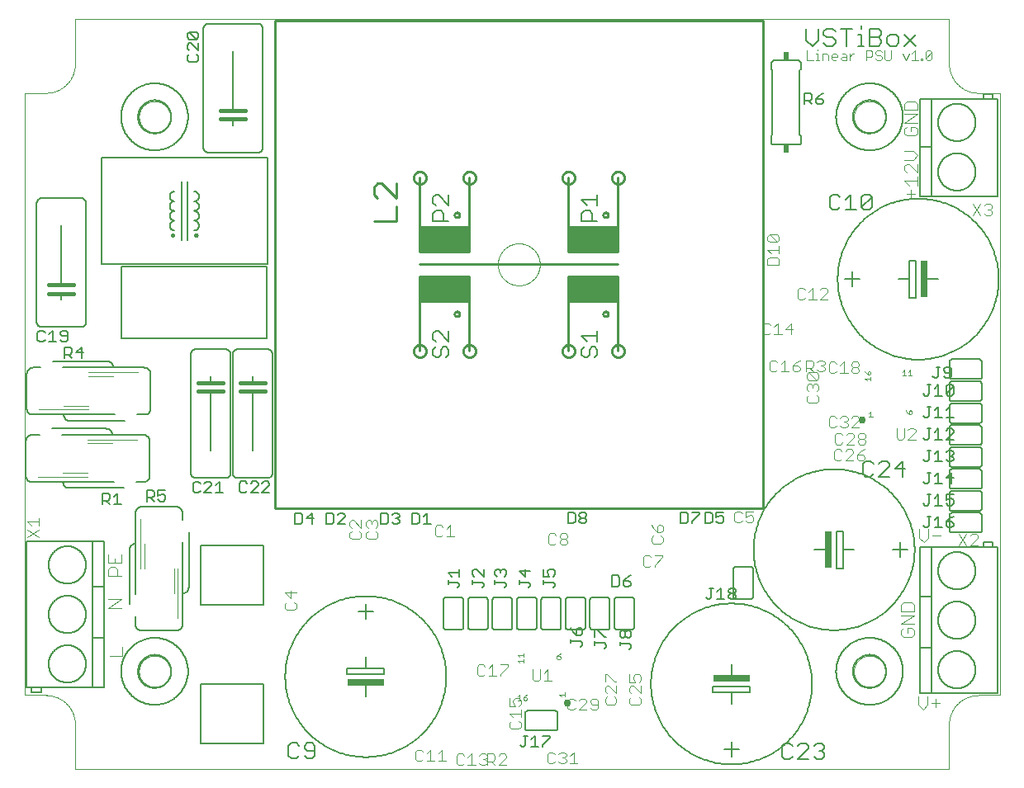
<source format=gto>
G75*
%MOIN*%
%OFA0B0*%
%FSLAX25Y25*%
%IPPOS*%
%LPD*%
%AMOC8*
5,1,8,0,0,1.08239X$1,22.5*
%
%ADD10C,0.00000*%
%ADD11C,0.00400*%
%ADD12C,0.00600*%
%ADD13C,0.00300*%
%ADD14C,0.00800*%
%ADD15C,0.00200*%
%ADD16C,0.00500*%
%ADD17C,0.01000*%
%ADD18C,0.00700*%
%ADD19R,0.20000X0.10000*%
%ADD20R,0.15000X0.02500*%
%ADD21C,0.01600*%
%ADD22C,0.02953*%
%ADD23R,0.02500X0.15000*%
%ADD24R,0.02400X0.03400*%
D10*
X0022017Y0016053D02*
X0022017Y0034163D01*
X0022014Y0034448D01*
X0022003Y0034734D01*
X0021986Y0035019D01*
X0021962Y0035303D01*
X0021931Y0035587D01*
X0021893Y0035870D01*
X0021848Y0036151D01*
X0021797Y0036432D01*
X0021739Y0036712D01*
X0021674Y0036990D01*
X0021602Y0037266D01*
X0021524Y0037540D01*
X0021439Y0037813D01*
X0021347Y0038083D01*
X0021249Y0038351D01*
X0021145Y0038617D01*
X0021034Y0038880D01*
X0020917Y0039140D01*
X0020794Y0039398D01*
X0020664Y0039652D01*
X0020528Y0039903D01*
X0020387Y0040151D01*
X0020239Y0040395D01*
X0020086Y0040636D01*
X0019926Y0040872D01*
X0019761Y0041105D01*
X0019591Y0041334D01*
X0019415Y0041559D01*
X0019233Y0041779D01*
X0019047Y0041995D01*
X0018855Y0042206D01*
X0018658Y0042413D01*
X0018456Y0042615D01*
X0018249Y0042812D01*
X0018038Y0043004D01*
X0017822Y0043190D01*
X0017602Y0043372D01*
X0017377Y0043548D01*
X0017148Y0043718D01*
X0016915Y0043883D01*
X0016679Y0044043D01*
X0016438Y0044196D01*
X0016194Y0044344D01*
X0015946Y0044485D01*
X0015695Y0044621D01*
X0015441Y0044751D01*
X0015183Y0044874D01*
X0014923Y0044991D01*
X0014660Y0045102D01*
X0014394Y0045206D01*
X0014126Y0045304D01*
X0013856Y0045396D01*
X0013583Y0045481D01*
X0013309Y0045559D01*
X0013033Y0045631D01*
X0012755Y0045696D01*
X0012475Y0045754D01*
X0012194Y0045805D01*
X0011913Y0045850D01*
X0011630Y0045888D01*
X0011346Y0045919D01*
X0011062Y0045943D01*
X0010777Y0045960D01*
X0010491Y0045971D01*
X0010206Y0045974D01*
X0010206Y0045975D02*
X0001545Y0045975D01*
X0001545Y0289282D01*
X0010206Y0289282D01*
X0010491Y0289285D01*
X0010777Y0289296D01*
X0011062Y0289313D01*
X0011346Y0289337D01*
X0011630Y0289368D01*
X0011913Y0289406D01*
X0012194Y0289451D01*
X0012475Y0289502D01*
X0012755Y0289560D01*
X0013033Y0289625D01*
X0013309Y0289697D01*
X0013583Y0289775D01*
X0013856Y0289860D01*
X0014126Y0289952D01*
X0014394Y0290050D01*
X0014660Y0290154D01*
X0014923Y0290265D01*
X0015183Y0290382D01*
X0015441Y0290505D01*
X0015695Y0290635D01*
X0015946Y0290771D01*
X0016194Y0290912D01*
X0016438Y0291060D01*
X0016679Y0291213D01*
X0016915Y0291373D01*
X0017148Y0291538D01*
X0017377Y0291708D01*
X0017602Y0291884D01*
X0017822Y0292066D01*
X0018038Y0292252D01*
X0018249Y0292444D01*
X0018456Y0292641D01*
X0018658Y0292843D01*
X0018855Y0293050D01*
X0019047Y0293261D01*
X0019233Y0293477D01*
X0019415Y0293697D01*
X0019591Y0293922D01*
X0019761Y0294151D01*
X0019926Y0294384D01*
X0020086Y0294620D01*
X0020239Y0294861D01*
X0020387Y0295105D01*
X0020528Y0295353D01*
X0020664Y0295604D01*
X0020794Y0295858D01*
X0020917Y0296116D01*
X0021034Y0296376D01*
X0021145Y0296639D01*
X0021249Y0296905D01*
X0021347Y0297173D01*
X0021439Y0297443D01*
X0021524Y0297716D01*
X0021602Y0297990D01*
X0021674Y0298266D01*
X0021739Y0298544D01*
X0021797Y0298824D01*
X0021848Y0299105D01*
X0021893Y0299386D01*
X0021931Y0299669D01*
X0021962Y0299953D01*
X0021986Y0300237D01*
X0022003Y0300522D01*
X0022014Y0300808D01*
X0022017Y0301093D01*
X0022017Y0319203D01*
X0374773Y0319203D01*
X0374773Y0301093D01*
X0374776Y0300808D01*
X0374787Y0300522D01*
X0374804Y0300237D01*
X0374828Y0299953D01*
X0374859Y0299669D01*
X0374897Y0299386D01*
X0374942Y0299105D01*
X0374993Y0298824D01*
X0375051Y0298544D01*
X0375116Y0298266D01*
X0375188Y0297990D01*
X0375266Y0297716D01*
X0375351Y0297443D01*
X0375443Y0297173D01*
X0375541Y0296905D01*
X0375645Y0296639D01*
X0375756Y0296376D01*
X0375873Y0296116D01*
X0375996Y0295858D01*
X0376126Y0295604D01*
X0376262Y0295353D01*
X0376403Y0295105D01*
X0376551Y0294861D01*
X0376704Y0294620D01*
X0376864Y0294384D01*
X0377029Y0294151D01*
X0377199Y0293922D01*
X0377375Y0293697D01*
X0377557Y0293477D01*
X0377743Y0293261D01*
X0377935Y0293050D01*
X0378132Y0292843D01*
X0378334Y0292641D01*
X0378541Y0292444D01*
X0378752Y0292252D01*
X0378968Y0292066D01*
X0379188Y0291884D01*
X0379413Y0291708D01*
X0379642Y0291538D01*
X0379875Y0291373D01*
X0380111Y0291213D01*
X0380352Y0291060D01*
X0380596Y0290912D01*
X0380844Y0290771D01*
X0381095Y0290635D01*
X0381349Y0290505D01*
X0381607Y0290382D01*
X0381867Y0290265D01*
X0382130Y0290154D01*
X0382396Y0290050D01*
X0382664Y0289952D01*
X0382934Y0289860D01*
X0383207Y0289775D01*
X0383481Y0289697D01*
X0383757Y0289625D01*
X0384035Y0289560D01*
X0384315Y0289502D01*
X0384596Y0289451D01*
X0384877Y0289406D01*
X0385160Y0289368D01*
X0385444Y0289337D01*
X0385728Y0289313D01*
X0386013Y0289296D01*
X0386299Y0289285D01*
X0386584Y0289282D01*
X0395245Y0289282D01*
X0395245Y0045975D01*
X0386584Y0045975D01*
X0386584Y0045974D02*
X0386299Y0045971D01*
X0386013Y0045960D01*
X0385728Y0045943D01*
X0385444Y0045919D01*
X0385160Y0045888D01*
X0384877Y0045850D01*
X0384596Y0045805D01*
X0384315Y0045754D01*
X0384035Y0045696D01*
X0383757Y0045631D01*
X0383481Y0045559D01*
X0383207Y0045481D01*
X0382934Y0045396D01*
X0382664Y0045304D01*
X0382396Y0045206D01*
X0382130Y0045102D01*
X0381867Y0044991D01*
X0381607Y0044874D01*
X0381349Y0044751D01*
X0381095Y0044621D01*
X0380844Y0044485D01*
X0380596Y0044344D01*
X0380352Y0044196D01*
X0380111Y0044043D01*
X0379875Y0043883D01*
X0379642Y0043718D01*
X0379413Y0043548D01*
X0379188Y0043372D01*
X0378968Y0043190D01*
X0378752Y0043004D01*
X0378541Y0042812D01*
X0378334Y0042615D01*
X0378132Y0042413D01*
X0377935Y0042206D01*
X0377743Y0041995D01*
X0377557Y0041779D01*
X0377375Y0041559D01*
X0377199Y0041334D01*
X0377029Y0041105D01*
X0376864Y0040872D01*
X0376704Y0040636D01*
X0376551Y0040395D01*
X0376403Y0040151D01*
X0376262Y0039903D01*
X0376126Y0039652D01*
X0375996Y0039398D01*
X0375873Y0039140D01*
X0375756Y0038880D01*
X0375645Y0038617D01*
X0375541Y0038351D01*
X0375443Y0038083D01*
X0375351Y0037813D01*
X0375266Y0037540D01*
X0375188Y0037266D01*
X0375116Y0036990D01*
X0375051Y0036712D01*
X0374993Y0036432D01*
X0374942Y0036151D01*
X0374897Y0035870D01*
X0374859Y0035587D01*
X0374828Y0035303D01*
X0374804Y0035019D01*
X0374787Y0034734D01*
X0374776Y0034448D01*
X0374773Y0034163D01*
X0374773Y0016053D01*
X0022017Y0016053D01*
X0010600Y0045975D02*
X0010206Y0045975D01*
X0047805Y0055620D02*
X0047807Y0055778D01*
X0047813Y0055936D01*
X0047823Y0056094D01*
X0047837Y0056252D01*
X0047855Y0056409D01*
X0047876Y0056566D01*
X0047902Y0056722D01*
X0047932Y0056878D01*
X0047965Y0057033D01*
X0048003Y0057186D01*
X0048044Y0057339D01*
X0048089Y0057491D01*
X0048138Y0057642D01*
X0048191Y0057791D01*
X0048247Y0057939D01*
X0048307Y0058085D01*
X0048371Y0058230D01*
X0048439Y0058373D01*
X0048510Y0058515D01*
X0048584Y0058655D01*
X0048662Y0058792D01*
X0048744Y0058928D01*
X0048828Y0059062D01*
X0048917Y0059193D01*
X0049008Y0059322D01*
X0049103Y0059449D01*
X0049200Y0059574D01*
X0049301Y0059696D01*
X0049405Y0059815D01*
X0049512Y0059932D01*
X0049622Y0060046D01*
X0049735Y0060157D01*
X0049850Y0060266D01*
X0049968Y0060371D01*
X0050089Y0060473D01*
X0050212Y0060573D01*
X0050338Y0060669D01*
X0050466Y0060762D01*
X0050596Y0060852D01*
X0050729Y0060938D01*
X0050864Y0061022D01*
X0051000Y0061101D01*
X0051139Y0061178D01*
X0051280Y0061250D01*
X0051422Y0061320D01*
X0051566Y0061385D01*
X0051712Y0061447D01*
X0051859Y0061505D01*
X0052008Y0061560D01*
X0052158Y0061611D01*
X0052309Y0061658D01*
X0052461Y0061701D01*
X0052614Y0061740D01*
X0052769Y0061776D01*
X0052924Y0061807D01*
X0053080Y0061835D01*
X0053236Y0061859D01*
X0053393Y0061879D01*
X0053551Y0061895D01*
X0053708Y0061907D01*
X0053867Y0061915D01*
X0054025Y0061919D01*
X0054183Y0061919D01*
X0054341Y0061915D01*
X0054500Y0061907D01*
X0054657Y0061895D01*
X0054815Y0061879D01*
X0054972Y0061859D01*
X0055128Y0061835D01*
X0055284Y0061807D01*
X0055439Y0061776D01*
X0055594Y0061740D01*
X0055747Y0061701D01*
X0055899Y0061658D01*
X0056050Y0061611D01*
X0056200Y0061560D01*
X0056349Y0061505D01*
X0056496Y0061447D01*
X0056642Y0061385D01*
X0056786Y0061320D01*
X0056928Y0061250D01*
X0057069Y0061178D01*
X0057208Y0061101D01*
X0057344Y0061022D01*
X0057479Y0060938D01*
X0057612Y0060852D01*
X0057742Y0060762D01*
X0057870Y0060669D01*
X0057996Y0060573D01*
X0058119Y0060473D01*
X0058240Y0060371D01*
X0058358Y0060266D01*
X0058473Y0060157D01*
X0058586Y0060046D01*
X0058696Y0059932D01*
X0058803Y0059815D01*
X0058907Y0059696D01*
X0059008Y0059574D01*
X0059105Y0059449D01*
X0059200Y0059322D01*
X0059291Y0059193D01*
X0059380Y0059062D01*
X0059464Y0058928D01*
X0059546Y0058792D01*
X0059624Y0058655D01*
X0059698Y0058515D01*
X0059769Y0058373D01*
X0059837Y0058230D01*
X0059901Y0058085D01*
X0059961Y0057939D01*
X0060017Y0057791D01*
X0060070Y0057642D01*
X0060119Y0057491D01*
X0060164Y0057339D01*
X0060205Y0057186D01*
X0060243Y0057033D01*
X0060276Y0056878D01*
X0060306Y0056722D01*
X0060332Y0056566D01*
X0060353Y0056409D01*
X0060371Y0056252D01*
X0060385Y0056094D01*
X0060395Y0055936D01*
X0060401Y0055778D01*
X0060403Y0055620D01*
X0060401Y0055462D01*
X0060395Y0055304D01*
X0060385Y0055146D01*
X0060371Y0054988D01*
X0060353Y0054831D01*
X0060332Y0054674D01*
X0060306Y0054518D01*
X0060276Y0054362D01*
X0060243Y0054207D01*
X0060205Y0054054D01*
X0060164Y0053901D01*
X0060119Y0053749D01*
X0060070Y0053598D01*
X0060017Y0053449D01*
X0059961Y0053301D01*
X0059901Y0053155D01*
X0059837Y0053010D01*
X0059769Y0052867D01*
X0059698Y0052725D01*
X0059624Y0052585D01*
X0059546Y0052448D01*
X0059464Y0052312D01*
X0059380Y0052178D01*
X0059291Y0052047D01*
X0059200Y0051918D01*
X0059105Y0051791D01*
X0059008Y0051666D01*
X0058907Y0051544D01*
X0058803Y0051425D01*
X0058696Y0051308D01*
X0058586Y0051194D01*
X0058473Y0051083D01*
X0058358Y0050974D01*
X0058240Y0050869D01*
X0058119Y0050767D01*
X0057996Y0050667D01*
X0057870Y0050571D01*
X0057742Y0050478D01*
X0057612Y0050388D01*
X0057479Y0050302D01*
X0057344Y0050218D01*
X0057208Y0050139D01*
X0057069Y0050062D01*
X0056928Y0049990D01*
X0056786Y0049920D01*
X0056642Y0049855D01*
X0056496Y0049793D01*
X0056349Y0049735D01*
X0056200Y0049680D01*
X0056050Y0049629D01*
X0055899Y0049582D01*
X0055747Y0049539D01*
X0055594Y0049500D01*
X0055439Y0049464D01*
X0055284Y0049433D01*
X0055128Y0049405D01*
X0054972Y0049381D01*
X0054815Y0049361D01*
X0054657Y0049345D01*
X0054500Y0049333D01*
X0054341Y0049325D01*
X0054183Y0049321D01*
X0054025Y0049321D01*
X0053867Y0049325D01*
X0053708Y0049333D01*
X0053551Y0049345D01*
X0053393Y0049361D01*
X0053236Y0049381D01*
X0053080Y0049405D01*
X0052924Y0049433D01*
X0052769Y0049464D01*
X0052614Y0049500D01*
X0052461Y0049539D01*
X0052309Y0049582D01*
X0052158Y0049629D01*
X0052008Y0049680D01*
X0051859Y0049735D01*
X0051712Y0049793D01*
X0051566Y0049855D01*
X0051422Y0049920D01*
X0051280Y0049990D01*
X0051139Y0050062D01*
X0051000Y0050139D01*
X0050864Y0050218D01*
X0050729Y0050302D01*
X0050596Y0050388D01*
X0050466Y0050478D01*
X0050338Y0050571D01*
X0050212Y0050667D01*
X0050089Y0050767D01*
X0049968Y0050869D01*
X0049850Y0050974D01*
X0049735Y0051083D01*
X0049622Y0051194D01*
X0049512Y0051308D01*
X0049405Y0051425D01*
X0049301Y0051544D01*
X0049200Y0051666D01*
X0049103Y0051791D01*
X0049008Y0051918D01*
X0048917Y0052047D01*
X0048828Y0052178D01*
X0048744Y0052312D01*
X0048662Y0052448D01*
X0048584Y0052585D01*
X0048510Y0052725D01*
X0048439Y0052867D01*
X0048371Y0053010D01*
X0048307Y0053155D01*
X0048247Y0053301D01*
X0048191Y0053449D01*
X0048138Y0053598D01*
X0048089Y0053749D01*
X0048044Y0053901D01*
X0048003Y0054054D01*
X0047965Y0054207D01*
X0047932Y0054362D01*
X0047902Y0054518D01*
X0047876Y0054674D01*
X0047855Y0054831D01*
X0047837Y0054988D01*
X0047823Y0055146D01*
X0047813Y0055304D01*
X0047807Y0055462D01*
X0047805Y0055620D01*
X0192686Y0219990D02*
X0192689Y0220198D01*
X0192696Y0220405D01*
X0192709Y0220613D01*
X0192727Y0220820D01*
X0192750Y0221026D01*
X0192778Y0221232D01*
X0192811Y0221437D01*
X0192849Y0221641D01*
X0192892Y0221845D01*
X0192940Y0222047D01*
X0192993Y0222248D01*
X0193051Y0222447D01*
X0193113Y0222645D01*
X0193181Y0222842D01*
X0193253Y0223037D01*
X0193330Y0223229D01*
X0193412Y0223420D01*
X0193499Y0223609D01*
X0193590Y0223796D01*
X0193686Y0223980D01*
X0193786Y0224162D01*
X0193890Y0224342D01*
X0193999Y0224519D01*
X0194113Y0224693D01*
X0194230Y0224864D01*
X0194352Y0225033D01*
X0194478Y0225198D01*
X0194607Y0225360D01*
X0194741Y0225519D01*
X0194879Y0225675D01*
X0195020Y0225827D01*
X0195165Y0225976D01*
X0195314Y0226121D01*
X0195466Y0226262D01*
X0195622Y0226400D01*
X0195781Y0226534D01*
X0195943Y0226663D01*
X0196108Y0226789D01*
X0196277Y0226911D01*
X0196448Y0227028D01*
X0196622Y0227142D01*
X0196799Y0227251D01*
X0196979Y0227355D01*
X0197161Y0227455D01*
X0197345Y0227551D01*
X0197532Y0227642D01*
X0197721Y0227729D01*
X0197912Y0227811D01*
X0198104Y0227888D01*
X0198299Y0227960D01*
X0198496Y0228028D01*
X0198694Y0228090D01*
X0198893Y0228148D01*
X0199094Y0228201D01*
X0199296Y0228249D01*
X0199500Y0228292D01*
X0199704Y0228330D01*
X0199909Y0228363D01*
X0200115Y0228391D01*
X0200321Y0228414D01*
X0200528Y0228432D01*
X0200736Y0228445D01*
X0200943Y0228452D01*
X0201151Y0228455D01*
X0201359Y0228452D01*
X0201566Y0228445D01*
X0201774Y0228432D01*
X0201981Y0228414D01*
X0202187Y0228391D01*
X0202393Y0228363D01*
X0202598Y0228330D01*
X0202802Y0228292D01*
X0203006Y0228249D01*
X0203208Y0228201D01*
X0203409Y0228148D01*
X0203608Y0228090D01*
X0203806Y0228028D01*
X0204003Y0227960D01*
X0204198Y0227888D01*
X0204390Y0227811D01*
X0204581Y0227729D01*
X0204770Y0227642D01*
X0204957Y0227551D01*
X0205141Y0227455D01*
X0205323Y0227355D01*
X0205503Y0227251D01*
X0205680Y0227142D01*
X0205854Y0227028D01*
X0206025Y0226911D01*
X0206194Y0226789D01*
X0206359Y0226663D01*
X0206521Y0226534D01*
X0206680Y0226400D01*
X0206836Y0226262D01*
X0206988Y0226121D01*
X0207137Y0225976D01*
X0207282Y0225827D01*
X0207423Y0225675D01*
X0207561Y0225519D01*
X0207695Y0225360D01*
X0207824Y0225198D01*
X0207950Y0225033D01*
X0208072Y0224864D01*
X0208189Y0224693D01*
X0208303Y0224519D01*
X0208412Y0224342D01*
X0208516Y0224162D01*
X0208616Y0223980D01*
X0208712Y0223796D01*
X0208803Y0223609D01*
X0208890Y0223420D01*
X0208972Y0223229D01*
X0209049Y0223037D01*
X0209121Y0222842D01*
X0209189Y0222645D01*
X0209251Y0222447D01*
X0209309Y0222248D01*
X0209362Y0222047D01*
X0209410Y0221845D01*
X0209453Y0221641D01*
X0209491Y0221437D01*
X0209524Y0221232D01*
X0209552Y0221026D01*
X0209575Y0220820D01*
X0209593Y0220613D01*
X0209606Y0220405D01*
X0209613Y0220198D01*
X0209616Y0219990D01*
X0209613Y0219782D01*
X0209606Y0219575D01*
X0209593Y0219367D01*
X0209575Y0219160D01*
X0209552Y0218954D01*
X0209524Y0218748D01*
X0209491Y0218543D01*
X0209453Y0218339D01*
X0209410Y0218135D01*
X0209362Y0217933D01*
X0209309Y0217732D01*
X0209251Y0217533D01*
X0209189Y0217335D01*
X0209121Y0217138D01*
X0209049Y0216943D01*
X0208972Y0216751D01*
X0208890Y0216560D01*
X0208803Y0216371D01*
X0208712Y0216184D01*
X0208616Y0216000D01*
X0208516Y0215818D01*
X0208412Y0215638D01*
X0208303Y0215461D01*
X0208189Y0215287D01*
X0208072Y0215116D01*
X0207950Y0214947D01*
X0207824Y0214782D01*
X0207695Y0214620D01*
X0207561Y0214461D01*
X0207423Y0214305D01*
X0207282Y0214153D01*
X0207137Y0214004D01*
X0206988Y0213859D01*
X0206836Y0213718D01*
X0206680Y0213580D01*
X0206521Y0213446D01*
X0206359Y0213317D01*
X0206194Y0213191D01*
X0206025Y0213069D01*
X0205854Y0212952D01*
X0205680Y0212838D01*
X0205503Y0212729D01*
X0205323Y0212625D01*
X0205141Y0212525D01*
X0204957Y0212429D01*
X0204770Y0212338D01*
X0204581Y0212251D01*
X0204390Y0212169D01*
X0204198Y0212092D01*
X0204003Y0212020D01*
X0203806Y0211952D01*
X0203608Y0211890D01*
X0203409Y0211832D01*
X0203208Y0211779D01*
X0203006Y0211731D01*
X0202802Y0211688D01*
X0202598Y0211650D01*
X0202393Y0211617D01*
X0202187Y0211589D01*
X0201981Y0211566D01*
X0201774Y0211548D01*
X0201566Y0211535D01*
X0201359Y0211528D01*
X0201151Y0211525D01*
X0200943Y0211528D01*
X0200736Y0211535D01*
X0200528Y0211548D01*
X0200321Y0211566D01*
X0200115Y0211589D01*
X0199909Y0211617D01*
X0199704Y0211650D01*
X0199500Y0211688D01*
X0199296Y0211731D01*
X0199094Y0211779D01*
X0198893Y0211832D01*
X0198694Y0211890D01*
X0198496Y0211952D01*
X0198299Y0212020D01*
X0198104Y0212092D01*
X0197912Y0212169D01*
X0197721Y0212251D01*
X0197532Y0212338D01*
X0197345Y0212429D01*
X0197161Y0212525D01*
X0196979Y0212625D01*
X0196799Y0212729D01*
X0196622Y0212838D01*
X0196448Y0212952D01*
X0196277Y0213069D01*
X0196108Y0213191D01*
X0195943Y0213317D01*
X0195781Y0213446D01*
X0195622Y0213580D01*
X0195466Y0213718D01*
X0195314Y0213859D01*
X0195165Y0214004D01*
X0195020Y0214153D01*
X0194879Y0214305D01*
X0194741Y0214461D01*
X0194607Y0214620D01*
X0194478Y0214782D01*
X0194352Y0214947D01*
X0194230Y0215116D01*
X0194113Y0215287D01*
X0193999Y0215461D01*
X0193890Y0215638D01*
X0193786Y0215818D01*
X0193686Y0216000D01*
X0193590Y0216184D01*
X0193499Y0216371D01*
X0193412Y0216560D01*
X0193330Y0216751D01*
X0193253Y0216943D01*
X0193181Y0217138D01*
X0193113Y0217335D01*
X0193051Y0217533D01*
X0192993Y0217732D01*
X0192940Y0217933D01*
X0192892Y0218135D01*
X0192849Y0218339D01*
X0192811Y0218543D01*
X0192778Y0218748D01*
X0192750Y0218954D01*
X0192727Y0219160D01*
X0192709Y0219367D01*
X0192696Y0219575D01*
X0192689Y0219782D01*
X0192686Y0219990D01*
X0047805Y0279636D02*
X0047807Y0279794D01*
X0047813Y0279952D01*
X0047823Y0280110D01*
X0047837Y0280268D01*
X0047855Y0280425D01*
X0047876Y0280582D01*
X0047902Y0280738D01*
X0047932Y0280894D01*
X0047965Y0281049D01*
X0048003Y0281202D01*
X0048044Y0281355D01*
X0048089Y0281507D01*
X0048138Y0281658D01*
X0048191Y0281807D01*
X0048247Y0281955D01*
X0048307Y0282101D01*
X0048371Y0282246D01*
X0048439Y0282389D01*
X0048510Y0282531D01*
X0048584Y0282671D01*
X0048662Y0282808D01*
X0048744Y0282944D01*
X0048828Y0283078D01*
X0048917Y0283209D01*
X0049008Y0283338D01*
X0049103Y0283465D01*
X0049200Y0283590D01*
X0049301Y0283712D01*
X0049405Y0283831D01*
X0049512Y0283948D01*
X0049622Y0284062D01*
X0049735Y0284173D01*
X0049850Y0284282D01*
X0049968Y0284387D01*
X0050089Y0284489D01*
X0050212Y0284589D01*
X0050338Y0284685D01*
X0050466Y0284778D01*
X0050596Y0284868D01*
X0050729Y0284954D01*
X0050864Y0285038D01*
X0051000Y0285117D01*
X0051139Y0285194D01*
X0051280Y0285266D01*
X0051422Y0285336D01*
X0051566Y0285401D01*
X0051712Y0285463D01*
X0051859Y0285521D01*
X0052008Y0285576D01*
X0052158Y0285627D01*
X0052309Y0285674D01*
X0052461Y0285717D01*
X0052614Y0285756D01*
X0052769Y0285792D01*
X0052924Y0285823D01*
X0053080Y0285851D01*
X0053236Y0285875D01*
X0053393Y0285895D01*
X0053551Y0285911D01*
X0053708Y0285923D01*
X0053867Y0285931D01*
X0054025Y0285935D01*
X0054183Y0285935D01*
X0054341Y0285931D01*
X0054500Y0285923D01*
X0054657Y0285911D01*
X0054815Y0285895D01*
X0054972Y0285875D01*
X0055128Y0285851D01*
X0055284Y0285823D01*
X0055439Y0285792D01*
X0055594Y0285756D01*
X0055747Y0285717D01*
X0055899Y0285674D01*
X0056050Y0285627D01*
X0056200Y0285576D01*
X0056349Y0285521D01*
X0056496Y0285463D01*
X0056642Y0285401D01*
X0056786Y0285336D01*
X0056928Y0285266D01*
X0057069Y0285194D01*
X0057208Y0285117D01*
X0057344Y0285038D01*
X0057479Y0284954D01*
X0057612Y0284868D01*
X0057742Y0284778D01*
X0057870Y0284685D01*
X0057996Y0284589D01*
X0058119Y0284489D01*
X0058240Y0284387D01*
X0058358Y0284282D01*
X0058473Y0284173D01*
X0058586Y0284062D01*
X0058696Y0283948D01*
X0058803Y0283831D01*
X0058907Y0283712D01*
X0059008Y0283590D01*
X0059105Y0283465D01*
X0059200Y0283338D01*
X0059291Y0283209D01*
X0059380Y0283078D01*
X0059464Y0282944D01*
X0059546Y0282808D01*
X0059624Y0282671D01*
X0059698Y0282531D01*
X0059769Y0282389D01*
X0059837Y0282246D01*
X0059901Y0282101D01*
X0059961Y0281955D01*
X0060017Y0281807D01*
X0060070Y0281658D01*
X0060119Y0281507D01*
X0060164Y0281355D01*
X0060205Y0281202D01*
X0060243Y0281049D01*
X0060276Y0280894D01*
X0060306Y0280738D01*
X0060332Y0280582D01*
X0060353Y0280425D01*
X0060371Y0280268D01*
X0060385Y0280110D01*
X0060395Y0279952D01*
X0060401Y0279794D01*
X0060403Y0279636D01*
X0060401Y0279478D01*
X0060395Y0279320D01*
X0060385Y0279162D01*
X0060371Y0279004D01*
X0060353Y0278847D01*
X0060332Y0278690D01*
X0060306Y0278534D01*
X0060276Y0278378D01*
X0060243Y0278223D01*
X0060205Y0278070D01*
X0060164Y0277917D01*
X0060119Y0277765D01*
X0060070Y0277614D01*
X0060017Y0277465D01*
X0059961Y0277317D01*
X0059901Y0277171D01*
X0059837Y0277026D01*
X0059769Y0276883D01*
X0059698Y0276741D01*
X0059624Y0276601D01*
X0059546Y0276464D01*
X0059464Y0276328D01*
X0059380Y0276194D01*
X0059291Y0276063D01*
X0059200Y0275934D01*
X0059105Y0275807D01*
X0059008Y0275682D01*
X0058907Y0275560D01*
X0058803Y0275441D01*
X0058696Y0275324D01*
X0058586Y0275210D01*
X0058473Y0275099D01*
X0058358Y0274990D01*
X0058240Y0274885D01*
X0058119Y0274783D01*
X0057996Y0274683D01*
X0057870Y0274587D01*
X0057742Y0274494D01*
X0057612Y0274404D01*
X0057479Y0274318D01*
X0057344Y0274234D01*
X0057208Y0274155D01*
X0057069Y0274078D01*
X0056928Y0274006D01*
X0056786Y0273936D01*
X0056642Y0273871D01*
X0056496Y0273809D01*
X0056349Y0273751D01*
X0056200Y0273696D01*
X0056050Y0273645D01*
X0055899Y0273598D01*
X0055747Y0273555D01*
X0055594Y0273516D01*
X0055439Y0273480D01*
X0055284Y0273449D01*
X0055128Y0273421D01*
X0054972Y0273397D01*
X0054815Y0273377D01*
X0054657Y0273361D01*
X0054500Y0273349D01*
X0054341Y0273341D01*
X0054183Y0273337D01*
X0054025Y0273337D01*
X0053867Y0273341D01*
X0053708Y0273349D01*
X0053551Y0273361D01*
X0053393Y0273377D01*
X0053236Y0273397D01*
X0053080Y0273421D01*
X0052924Y0273449D01*
X0052769Y0273480D01*
X0052614Y0273516D01*
X0052461Y0273555D01*
X0052309Y0273598D01*
X0052158Y0273645D01*
X0052008Y0273696D01*
X0051859Y0273751D01*
X0051712Y0273809D01*
X0051566Y0273871D01*
X0051422Y0273936D01*
X0051280Y0274006D01*
X0051139Y0274078D01*
X0051000Y0274155D01*
X0050864Y0274234D01*
X0050729Y0274318D01*
X0050596Y0274404D01*
X0050466Y0274494D01*
X0050338Y0274587D01*
X0050212Y0274683D01*
X0050089Y0274783D01*
X0049968Y0274885D01*
X0049850Y0274990D01*
X0049735Y0275099D01*
X0049622Y0275210D01*
X0049512Y0275324D01*
X0049405Y0275441D01*
X0049301Y0275560D01*
X0049200Y0275682D01*
X0049103Y0275807D01*
X0049008Y0275934D01*
X0048917Y0276063D01*
X0048828Y0276194D01*
X0048744Y0276328D01*
X0048662Y0276464D01*
X0048584Y0276601D01*
X0048510Y0276741D01*
X0048439Y0276883D01*
X0048371Y0277026D01*
X0048307Y0277171D01*
X0048247Y0277317D01*
X0048191Y0277465D01*
X0048138Y0277614D01*
X0048089Y0277765D01*
X0048044Y0277917D01*
X0048003Y0278070D01*
X0047965Y0278223D01*
X0047932Y0278378D01*
X0047902Y0278534D01*
X0047876Y0278690D01*
X0047855Y0278847D01*
X0047837Y0279004D01*
X0047823Y0279162D01*
X0047813Y0279320D01*
X0047807Y0279478D01*
X0047805Y0279636D01*
X0336387Y0279636D02*
X0336389Y0279794D01*
X0336395Y0279952D01*
X0336405Y0280110D01*
X0336419Y0280268D01*
X0336437Y0280425D01*
X0336458Y0280582D01*
X0336484Y0280738D01*
X0336514Y0280894D01*
X0336547Y0281049D01*
X0336585Y0281202D01*
X0336626Y0281355D01*
X0336671Y0281507D01*
X0336720Y0281658D01*
X0336773Y0281807D01*
X0336829Y0281955D01*
X0336889Y0282101D01*
X0336953Y0282246D01*
X0337021Y0282389D01*
X0337092Y0282531D01*
X0337166Y0282671D01*
X0337244Y0282808D01*
X0337326Y0282944D01*
X0337410Y0283078D01*
X0337499Y0283209D01*
X0337590Y0283338D01*
X0337685Y0283465D01*
X0337782Y0283590D01*
X0337883Y0283712D01*
X0337987Y0283831D01*
X0338094Y0283948D01*
X0338204Y0284062D01*
X0338317Y0284173D01*
X0338432Y0284282D01*
X0338550Y0284387D01*
X0338671Y0284489D01*
X0338794Y0284589D01*
X0338920Y0284685D01*
X0339048Y0284778D01*
X0339178Y0284868D01*
X0339311Y0284954D01*
X0339446Y0285038D01*
X0339582Y0285117D01*
X0339721Y0285194D01*
X0339862Y0285266D01*
X0340004Y0285336D01*
X0340148Y0285401D01*
X0340294Y0285463D01*
X0340441Y0285521D01*
X0340590Y0285576D01*
X0340740Y0285627D01*
X0340891Y0285674D01*
X0341043Y0285717D01*
X0341196Y0285756D01*
X0341351Y0285792D01*
X0341506Y0285823D01*
X0341662Y0285851D01*
X0341818Y0285875D01*
X0341975Y0285895D01*
X0342133Y0285911D01*
X0342290Y0285923D01*
X0342449Y0285931D01*
X0342607Y0285935D01*
X0342765Y0285935D01*
X0342923Y0285931D01*
X0343082Y0285923D01*
X0343239Y0285911D01*
X0343397Y0285895D01*
X0343554Y0285875D01*
X0343710Y0285851D01*
X0343866Y0285823D01*
X0344021Y0285792D01*
X0344176Y0285756D01*
X0344329Y0285717D01*
X0344481Y0285674D01*
X0344632Y0285627D01*
X0344782Y0285576D01*
X0344931Y0285521D01*
X0345078Y0285463D01*
X0345224Y0285401D01*
X0345368Y0285336D01*
X0345510Y0285266D01*
X0345651Y0285194D01*
X0345790Y0285117D01*
X0345926Y0285038D01*
X0346061Y0284954D01*
X0346194Y0284868D01*
X0346324Y0284778D01*
X0346452Y0284685D01*
X0346578Y0284589D01*
X0346701Y0284489D01*
X0346822Y0284387D01*
X0346940Y0284282D01*
X0347055Y0284173D01*
X0347168Y0284062D01*
X0347278Y0283948D01*
X0347385Y0283831D01*
X0347489Y0283712D01*
X0347590Y0283590D01*
X0347687Y0283465D01*
X0347782Y0283338D01*
X0347873Y0283209D01*
X0347962Y0283078D01*
X0348046Y0282944D01*
X0348128Y0282808D01*
X0348206Y0282671D01*
X0348280Y0282531D01*
X0348351Y0282389D01*
X0348419Y0282246D01*
X0348483Y0282101D01*
X0348543Y0281955D01*
X0348599Y0281807D01*
X0348652Y0281658D01*
X0348701Y0281507D01*
X0348746Y0281355D01*
X0348787Y0281202D01*
X0348825Y0281049D01*
X0348858Y0280894D01*
X0348888Y0280738D01*
X0348914Y0280582D01*
X0348935Y0280425D01*
X0348953Y0280268D01*
X0348967Y0280110D01*
X0348977Y0279952D01*
X0348983Y0279794D01*
X0348985Y0279636D01*
X0348983Y0279478D01*
X0348977Y0279320D01*
X0348967Y0279162D01*
X0348953Y0279004D01*
X0348935Y0278847D01*
X0348914Y0278690D01*
X0348888Y0278534D01*
X0348858Y0278378D01*
X0348825Y0278223D01*
X0348787Y0278070D01*
X0348746Y0277917D01*
X0348701Y0277765D01*
X0348652Y0277614D01*
X0348599Y0277465D01*
X0348543Y0277317D01*
X0348483Y0277171D01*
X0348419Y0277026D01*
X0348351Y0276883D01*
X0348280Y0276741D01*
X0348206Y0276601D01*
X0348128Y0276464D01*
X0348046Y0276328D01*
X0347962Y0276194D01*
X0347873Y0276063D01*
X0347782Y0275934D01*
X0347687Y0275807D01*
X0347590Y0275682D01*
X0347489Y0275560D01*
X0347385Y0275441D01*
X0347278Y0275324D01*
X0347168Y0275210D01*
X0347055Y0275099D01*
X0346940Y0274990D01*
X0346822Y0274885D01*
X0346701Y0274783D01*
X0346578Y0274683D01*
X0346452Y0274587D01*
X0346324Y0274494D01*
X0346194Y0274404D01*
X0346061Y0274318D01*
X0345926Y0274234D01*
X0345790Y0274155D01*
X0345651Y0274078D01*
X0345510Y0274006D01*
X0345368Y0273936D01*
X0345224Y0273871D01*
X0345078Y0273809D01*
X0344931Y0273751D01*
X0344782Y0273696D01*
X0344632Y0273645D01*
X0344481Y0273598D01*
X0344329Y0273555D01*
X0344176Y0273516D01*
X0344021Y0273480D01*
X0343866Y0273449D01*
X0343710Y0273421D01*
X0343554Y0273397D01*
X0343397Y0273377D01*
X0343239Y0273361D01*
X0343082Y0273349D01*
X0342923Y0273341D01*
X0342765Y0273337D01*
X0342607Y0273337D01*
X0342449Y0273341D01*
X0342290Y0273349D01*
X0342133Y0273361D01*
X0341975Y0273377D01*
X0341818Y0273397D01*
X0341662Y0273421D01*
X0341506Y0273449D01*
X0341351Y0273480D01*
X0341196Y0273516D01*
X0341043Y0273555D01*
X0340891Y0273598D01*
X0340740Y0273645D01*
X0340590Y0273696D01*
X0340441Y0273751D01*
X0340294Y0273809D01*
X0340148Y0273871D01*
X0340004Y0273936D01*
X0339862Y0274006D01*
X0339721Y0274078D01*
X0339582Y0274155D01*
X0339446Y0274234D01*
X0339311Y0274318D01*
X0339178Y0274404D01*
X0339048Y0274494D01*
X0338920Y0274587D01*
X0338794Y0274683D01*
X0338671Y0274783D01*
X0338550Y0274885D01*
X0338432Y0274990D01*
X0338317Y0275099D01*
X0338204Y0275210D01*
X0338094Y0275324D01*
X0337987Y0275441D01*
X0337883Y0275560D01*
X0337782Y0275682D01*
X0337685Y0275807D01*
X0337590Y0275934D01*
X0337499Y0276063D01*
X0337410Y0276194D01*
X0337326Y0276328D01*
X0337244Y0276464D01*
X0337166Y0276601D01*
X0337092Y0276741D01*
X0337021Y0276883D01*
X0336953Y0277026D01*
X0336889Y0277171D01*
X0336829Y0277317D01*
X0336773Y0277465D01*
X0336720Y0277614D01*
X0336671Y0277765D01*
X0336626Y0277917D01*
X0336585Y0278070D01*
X0336547Y0278223D01*
X0336514Y0278378D01*
X0336484Y0278534D01*
X0336458Y0278690D01*
X0336437Y0278847D01*
X0336419Y0279004D01*
X0336405Y0279162D01*
X0336395Y0279320D01*
X0336389Y0279478D01*
X0336387Y0279636D01*
X0336387Y0055620D02*
X0336389Y0055778D01*
X0336395Y0055936D01*
X0336405Y0056094D01*
X0336419Y0056252D01*
X0336437Y0056409D01*
X0336458Y0056566D01*
X0336484Y0056722D01*
X0336514Y0056878D01*
X0336547Y0057033D01*
X0336585Y0057186D01*
X0336626Y0057339D01*
X0336671Y0057491D01*
X0336720Y0057642D01*
X0336773Y0057791D01*
X0336829Y0057939D01*
X0336889Y0058085D01*
X0336953Y0058230D01*
X0337021Y0058373D01*
X0337092Y0058515D01*
X0337166Y0058655D01*
X0337244Y0058792D01*
X0337326Y0058928D01*
X0337410Y0059062D01*
X0337499Y0059193D01*
X0337590Y0059322D01*
X0337685Y0059449D01*
X0337782Y0059574D01*
X0337883Y0059696D01*
X0337987Y0059815D01*
X0338094Y0059932D01*
X0338204Y0060046D01*
X0338317Y0060157D01*
X0338432Y0060266D01*
X0338550Y0060371D01*
X0338671Y0060473D01*
X0338794Y0060573D01*
X0338920Y0060669D01*
X0339048Y0060762D01*
X0339178Y0060852D01*
X0339311Y0060938D01*
X0339446Y0061022D01*
X0339582Y0061101D01*
X0339721Y0061178D01*
X0339862Y0061250D01*
X0340004Y0061320D01*
X0340148Y0061385D01*
X0340294Y0061447D01*
X0340441Y0061505D01*
X0340590Y0061560D01*
X0340740Y0061611D01*
X0340891Y0061658D01*
X0341043Y0061701D01*
X0341196Y0061740D01*
X0341351Y0061776D01*
X0341506Y0061807D01*
X0341662Y0061835D01*
X0341818Y0061859D01*
X0341975Y0061879D01*
X0342133Y0061895D01*
X0342290Y0061907D01*
X0342449Y0061915D01*
X0342607Y0061919D01*
X0342765Y0061919D01*
X0342923Y0061915D01*
X0343082Y0061907D01*
X0343239Y0061895D01*
X0343397Y0061879D01*
X0343554Y0061859D01*
X0343710Y0061835D01*
X0343866Y0061807D01*
X0344021Y0061776D01*
X0344176Y0061740D01*
X0344329Y0061701D01*
X0344481Y0061658D01*
X0344632Y0061611D01*
X0344782Y0061560D01*
X0344931Y0061505D01*
X0345078Y0061447D01*
X0345224Y0061385D01*
X0345368Y0061320D01*
X0345510Y0061250D01*
X0345651Y0061178D01*
X0345790Y0061101D01*
X0345926Y0061022D01*
X0346061Y0060938D01*
X0346194Y0060852D01*
X0346324Y0060762D01*
X0346452Y0060669D01*
X0346578Y0060573D01*
X0346701Y0060473D01*
X0346822Y0060371D01*
X0346940Y0060266D01*
X0347055Y0060157D01*
X0347168Y0060046D01*
X0347278Y0059932D01*
X0347385Y0059815D01*
X0347489Y0059696D01*
X0347590Y0059574D01*
X0347687Y0059449D01*
X0347782Y0059322D01*
X0347873Y0059193D01*
X0347962Y0059062D01*
X0348046Y0058928D01*
X0348128Y0058792D01*
X0348206Y0058655D01*
X0348280Y0058515D01*
X0348351Y0058373D01*
X0348419Y0058230D01*
X0348483Y0058085D01*
X0348543Y0057939D01*
X0348599Y0057791D01*
X0348652Y0057642D01*
X0348701Y0057491D01*
X0348746Y0057339D01*
X0348787Y0057186D01*
X0348825Y0057033D01*
X0348858Y0056878D01*
X0348888Y0056722D01*
X0348914Y0056566D01*
X0348935Y0056409D01*
X0348953Y0056252D01*
X0348967Y0056094D01*
X0348977Y0055936D01*
X0348983Y0055778D01*
X0348985Y0055620D01*
X0348983Y0055462D01*
X0348977Y0055304D01*
X0348967Y0055146D01*
X0348953Y0054988D01*
X0348935Y0054831D01*
X0348914Y0054674D01*
X0348888Y0054518D01*
X0348858Y0054362D01*
X0348825Y0054207D01*
X0348787Y0054054D01*
X0348746Y0053901D01*
X0348701Y0053749D01*
X0348652Y0053598D01*
X0348599Y0053449D01*
X0348543Y0053301D01*
X0348483Y0053155D01*
X0348419Y0053010D01*
X0348351Y0052867D01*
X0348280Y0052725D01*
X0348206Y0052585D01*
X0348128Y0052448D01*
X0348046Y0052312D01*
X0347962Y0052178D01*
X0347873Y0052047D01*
X0347782Y0051918D01*
X0347687Y0051791D01*
X0347590Y0051666D01*
X0347489Y0051544D01*
X0347385Y0051425D01*
X0347278Y0051308D01*
X0347168Y0051194D01*
X0347055Y0051083D01*
X0346940Y0050974D01*
X0346822Y0050869D01*
X0346701Y0050767D01*
X0346578Y0050667D01*
X0346452Y0050571D01*
X0346324Y0050478D01*
X0346194Y0050388D01*
X0346061Y0050302D01*
X0345926Y0050218D01*
X0345790Y0050139D01*
X0345651Y0050062D01*
X0345510Y0049990D01*
X0345368Y0049920D01*
X0345224Y0049855D01*
X0345078Y0049793D01*
X0344931Y0049735D01*
X0344782Y0049680D01*
X0344632Y0049629D01*
X0344481Y0049582D01*
X0344329Y0049539D01*
X0344176Y0049500D01*
X0344021Y0049464D01*
X0343866Y0049433D01*
X0343710Y0049405D01*
X0343554Y0049381D01*
X0343397Y0049361D01*
X0343239Y0049345D01*
X0343082Y0049333D01*
X0342923Y0049325D01*
X0342765Y0049321D01*
X0342607Y0049321D01*
X0342449Y0049325D01*
X0342290Y0049333D01*
X0342133Y0049345D01*
X0341975Y0049361D01*
X0341818Y0049381D01*
X0341662Y0049405D01*
X0341506Y0049433D01*
X0341351Y0049464D01*
X0341196Y0049500D01*
X0341043Y0049539D01*
X0340891Y0049582D01*
X0340740Y0049629D01*
X0340590Y0049680D01*
X0340441Y0049735D01*
X0340294Y0049793D01*
X0340148Y0049855D01*
X0340004Y0049920D01*
X0339862Y0049990D01*
X0339721Y0050062D01*
X0339582Y0050139D01*
X0339446Y0050218D01*
X0339311Y0050302D01*
X0339178Y0050388D01*
X0339048Y0050478D01*
X0338920Y0050571D01*
X0338794Y0050667D01*
X0338671Y0050767D01*
X0338550Y0050869D01*
X0338432Y0050974D01*
X0338317Y0051083D01*
X0338204Y0051194D01*
X0338094Y0051308D01*
X0337987Y0051425D01*
X0337883Y0051544D01*
X0337782Y0051666D01*
X0337685Y0051791D01*
X0337590Y0051918D01*
X0337499Y0052047D01*
X0337410Y0052178D01*
X0337326Y0052312D01*
X0337244Y0052448D01*
X0337166Y0052585D01*
X0337092Y0052725D01*
X0337021Y0052867D01*
X0336953Y0053010D01*
X0336889Y0053155D01*
X0336829Y0053301D01*
X0336773Y0053449D01*
X0336720Y0053598D01*
X0336671Y0053749D01*
X0336626Y0053901D01*
X0336585Y0054054D01*
X0336547Y0054207D01*
X0336514Y0054362D01*
X0336484Y0054518D01*
X0336458Y0054674D01*
X0336437Y0054831D01*
X0336419Y0054988D01*
X0336405Y0055146D01*
X0336395Y0055304D01*
X0336389Y0055462D01*
X0336387Y0055620D01*
D11*
X0355455Y0070396D02*
X0356323Y0069529D01*
X0359792Y0069529D01*
X0360660Y0070396D01*
X0360660Y0072131D01*
X0359792Y0072998D01*
X0358057Y0072998D01*
X0358057Y0071264D01*
X0356323Y0072998D02*
X0355455Y0072131D01*
X0355455Y0070396D01*
X0355455Y0074685D02*
X0360660Y0078155D01*
X0355455Y0078155D01*
X0355455Y0079842D02*
X0355455Y0082444D01*
X0356323Y0083311D01*
X0359792Y0083311D01*
X0360660Y0082444D01*
X0360660Y0079842D01*
X0355455Y0079842D01*
X0355455Y0074685D02*
X0360660Y0074685D01*
X0362477Y0045481D02*
X0362477Y0042012D01*
X0364212Y0040277D01*
X0365947Y0042012D01*
X0365947Y0045481D01*
X0367633Y0042879D02*
X0371103Y0042879D01*
X0369368Y0044614D02*
X0369368Y0041144D01*
X0378683Y0106549D02*
X0381752Y0111152D01*
X0383287Y0110385D02*
X0384054Y0111152D01*
X0385589Y0111152D01*
X0386356Y0110385D01*
X0386356Y0109618D01*
X0383287Y0106549D01*
X0386356Y0106549D01*
X0381752Y0106549D02*
X0378683Y0111152D01*
X0371473Y0110415D02*
X0368003Y0110415D01*
X0366317Y0109547D02*
X0366317Y0113017D01*
X0366317Y0109547D02*
X0364582Y0107812D01*
X0362847Y0109547D01*
X0362847Y0113017D01*
X0339959Y0140745D02*
X0340726Y0141513D01*
X0340726Y0142280D01*
X0339959Y0143047D01*
X0337657Y0143047D01*
X0337657Y0141513D01*
X0338424Y0140745D01*
X0339959Y0140745D01*
X0337657Y0143047D02*
X0339192Y0144582D01*
X0340726Y0145349D01*
X0340219Y0147210D02*
X0340986Y0147977D01*
X0340986Y0148745D01*
X0340219Y0149512D01*
X0338684Y0149512D01*
X0337917Y0150279D01*
X0337917Y0151047D01*
X0338684Y0151814D01*
X0340219Y0151814D01*
X0340986Y0151047D01*
X0340986Y0150279D01*
X0340219Y0149512D01*
X0338684Y0149512D02*
X0337917Y0148745D01*
X0337917Y0147977D01*
X0338684Y0147210D01*
X0340219Y0147210D01*
X0336382Y0147210D02*
X0333313Y0147210D01*
X0336382Y0150279D01*
X0336382Y0151047D01*
X0335615Y0151814D01*
X0334080Y0151814D01*
X0333313Y0151047D01*
X0331778Y0151047D02*
X0331011Y0151814D01*
X0329476Y0151814D01*
X0328709Y0151047D01*
X0328709Y0147977D01*
X0329476Y0147210D01*
X0331011Y0147210D01*
X0331778Y0147977D01*
X0330751Y0145349D02*
X0329217Y0145349D01*
X0328449Y0144582D01*
X0328449Y0141513D01*
X0329217Y0140745D01*
X0330751Y0140745D01*
X0331519Y0141513D01*
X0333053Y0140745D02*
X0336123Y0143815D01*
X0336123Y0144582D01*
X0335355Y0145349D01*
X0333821Y0145349D01*
X0333053Y0144582D01*
X0331519Y0144582D02*
X0330751Y0145349D01*
X0333053Y0140745D02*
X0336123Y0140745D01*
X0335428Y0154037D02*
X0338497Y0157106D01*
X0338497Y0157873D01*
X0337730Y0158641D01*
X0336195Y0158641D01*
X0335428Y0157873D01*
X0333893Y0157873D02*
X0333893Y0157106D01*
X0333126Y0156339D01*
X0333893Y0155571D01*
X0333893Y0154804D01*
X0333126Y0154037D01*
X0331591Y0154037D01*
X0330824Y0154804D01*
X0329289Y0154804D02*
X0328522Y0154037D01*
X0326988Y0154037D01*
X0326220Y0154804D01*
X0326220Y0157873D01*
X0326988Y0158641D01*
X0328522Y0158641D01*
X0329289Y0157873D01*
X0330824Y0157873D02*
X0331591Y0158641D01*
X0333126Y0158641D01*
X0333893Y0157873D01*
X0333126Y0156339D02*
X0332359Y0156339D01*
X0335428Y0154037D02*
X0338497Y0154037D01*
X0353560Y0153849D02*
X0353560Y0150013D01*
X0354328Y0149245D01*
X0355862Y0149245D01*
X0356630Y0150013D01*
X0356630Y0153849D01*
X0358164Y0153082D02*
X0358932Y0153849D01*
X0360466Y0153849D01*
X0361234Y0153082D01*
X0361234Y0152315D01*
X0358164Y0149245D01*
X0361234Y0149245D01*
X0337723Y0176037D02*
X0336188Y0176037D01*
X0335421Y0176804D01*
X0335421Y0177571D01*
X0336188Y0178339D01*
X0337723Y0178339D01*
X0338490Y0177571D01*
X0338490Y0176804D01*
X0337723Y0176037D01*
X0337723Y0178339D02*
X0338490Y0179106D01*
X0338490Y0179873D01*
X0337723Y0180641D01*
X0336188Y0180641D01*
X0335421Y0179873D01*
X0335421Y0179106D01*
X0336188Y0178339D01*
X0333886Y0176037D02*
X0330817Y0176037D01*
X0332352Y0176037D02*
X0332352Y0180641D01*
X0330817Y0179106D01*
X0329282Y0179873D02*
X0328515Y0180641D01*
X0326980Y0180641D01*
X0326213Y0179873D01*
X0326213Y0176804D01*
X0326980Y0176037D01*
X0328515Y0176037D01*
X0329282Y0176804D01*
X0324575Y0177454D02*
X0323808Y0176686D01*
X0322273Y0176686D01*
X0321506Y0177454D01*
X0321243Y0176337D02*
X0318173Y0176337D01*
X0321243Y0173268D01*
X0322010Y0174035D01*
X0322010Y0175570D01*
X0321243Y0176337D01*
X0319971Y0176686D02*
X0318437Y0178221D01*
X0319204Y0178221D02*
X0316902Y0178221D01*
X0316902Y0176686D02*
X0316902Y0181290D01*
X0319204Y0181290D01*
X0319971Y0180523D01*
X0319971Y0178988D01*
X0319204Y0178221D01*
X0318173Y0176337D02*
X0317406Y0175570D01*
X0317406Y0174035D01*
X0318173Y0173268D01*
X0321243Y0173268D01*
X0321243Y0171734D02*
X0322010Y0170966D01*
X0322010Y0169432D01*
X0321243Y0168664D01*
X0321243Y0167130D02*
X0322010Y0166362D01*
X0322010Y0164828D01*
X0321243Y0164060D01*
X0318173Y0164060D01*
X0317406Y0164828D01*
X0317406Y0166362D01*
X0318173Y0167130D01*
X0318173Y0168664D02*
X0317406Y0169432D01*
X0317406Y0170966D01*
X0318173Y0171734D01*
X0318941Y0171734D01*
X0319708Y0170966D01*
X0320475Y0171734D01*
X0321243Y0171734D01*
X0319708Y0170966D02*
X0319708Y0170199D01*
X0313845Y0176686D02*
X0314612Y0177454D01*
X0314612Y0178221D01*
X0313845Y0178988D01*
X0311543Y0178988D01*
X0311543Y0177454D01*
X0312310Y0176686D01*
X0313845Y0176686D01*
X0311543Y0178988D02*
X0313078Y0180523D01*
X0314612Y0181290D01*
X0308474Y0181290D02*
X0308474Y0176686D01*
X0310008Y0176686D02*
X0306939Y0176686D01*
X0305404Y0177454D02*
X0304637Y0176686D01*
X0303102Y0176686D01*
X0302335Y0177454D01*
X0302335Y0180523D01*
X0303102Y0181290D01*
X0304637Y0181290D01*
X0305404Y0180523D01*
X0306939Y0179756D02*
X0308474Y0181290D01*
X0307252Y0191647D02*
X0304183Y0191647D01*
X0305718Y0191647D02*
X0305718Y0196251D01*
X0304183Y0194716D01*
X0302649Y0195484D02*
X0301881Y0196251D01*
X0300347Y0196251D01*
X0299579Y0195484D01*
X0299579Y0192414D01*
X0300347Y0191647D01*
X0301881Y0191647D01*
X0302649Y0192414D01*
X0308787Y0193949D02*
X0311856Y0193949D01*
X0311089Y0196251D02*
X0308787Y0193949D01*
X0311089Y0191647D02*
X0311089Y0196251D01*
X0314323Y0205820D02*
X0315858Y0205820D01*
X0316625Y0206587D01*
X0318160Y0205820D02*
X0321229Y0205820D01*
X0322763Y0205820D02*
X0325833Y0208889D01*
X0325833Y0209657D01*
X0325065Y0210424D01*
X0323531Y0210424D01*
X0322763Y0209657D01*
X0319694Y0210424D02*
X0319694Y0205820D01*
X0322763Y0205820D02*
X0325833Y0205820D01*
X0319694Y0210424D02*
X0318160Y0208889D01*
X0316625Y0209657D02*
X0315858Y0210424D01*
X0314323Y0210424D01*
X0313556Y0209657D01*
X0313556Y0206587D01*
X0314323Y0205820D01*
X0306049Y0219777D02*
X0301445Y0219777D01*
X0301445Y0222079D01*
X0302213Y0222846D01*
X0305282Y0222846D01*
X0306049Y0222079D01*
X0306049Y0219777D01*
X0306049Y0224381D02*
X0306049Y0227450D01*
X0306049Y0225915D02*
X0301445Y0225915D01*
X0302980Y0224381D01*
X0302213Y0228985D02*
X0301445Y0229752D01*
X0301445Y0231287D01*
X0302213Y0232054D01*
X0305282Y0228985D01*
X0306049Y0229752D01*
X0306049Y0231287D01*
X0305282Y0232054D01*
X0302213Y0232054D01*
X0302213Y0228985D02*
X0305282Y0228985D01*
X0322273Y0181290D02*
X0323808Y0181290D01*
X0324575Y0180523D01*
X0324575Y0179756D01*
X0323808Y0178988D01*
X0324575Y0178221D01*
X0324575Y0177454D01*
X0323808Y0178988D02*
X0323041Y0178988D01*
X0321506Y0180523D02*
X0322273Y0181290D01*
X0384391Y0239816D02*
X0387461Y0244420D01*
X0388995Y0243653D02*
X0389763Y0244420D01*
X0391297Y0244420D01*
X0392065Y0243653D01*
X0392065Y0242886D01*
X0391297Y0242118D01*
X0392065Y0241351D01*
X0392065Y0240584D01*
X0391297Y0239816D01*
X0389763Y0239816D01*
X0388995Y0240584D01*
X0387461Y0239816D02*
X0384391Y0244420D01*
X0390530Y0242118D02*
X0391297Y0242118D01*
X0361195Y0248544D02*
X0357726Y0248544D01*
X0359461Y0250278D02*
X0359461Y0246809D01*
X0358593Y0251965D02*
X0356858Y0253700D01*
X0362063Y0253700D01*
X0362063Y0251965D02*
X0362063Y0255435D01*
X0362063Y0257122D02*
X0358593Y0260591D01*
X0357726Y0260591D01*
X0356858Y0259724D01*
X0356858Y0257989D01*
X0357726Y0257122D01*
X0362063Y0257122D02*
X0362063Y0260591D01*
X0360328Y0262278D02*
X0362063Y0264013D01*
X0360328Y0265748D01*
X0356858Y0265748D01*
X0356858Y0262278D02*
X0360328Y0262278D01*
X0361195Y0272044D02*
X0357726Y0272044D01*
X0356858Y0272911D01*
X0356858Y0274646D01*
X0357726Y0275513D01*
X0359461Y0275513D02*
X0359461Y0273779D01*
X0359461Y0275513D02*
X0361195Y0275513D01*
X0362063Y0274646D01*
X0362063Y0272911D01*
X0361195Y0272044D01*
X0362063Y0277200D02*
X0356858Y0277200D01*
X0362063Y0280670D01*
X0356858Y0280670D01*
X0356858Y0282357D02*
X0356858Y0284959D01*
X0357726Y0285826D01*
X0361195Y0285826D01*
X0362063Y0284959D01*
X0362063Y0282357D01*
X0356858Y0282357D01*
X0295835Y0120267D02*
X0292766Y0120267D01*
X0292766Y0117965D01*
X0294300Y0118732D01*
X0295068Y0118732D01*
X0295835Y0117965D01*
X0295835Y0116430D01*
X0295068Y0115663D01*
X0293533Y0115663D01*
X0292766Y0116430D01*
X0291231Y0116430D02*
X0290464Y0115663D01*
X0288929Y0115663D01*
X0288162Y0116430D01*
X0288162Y0119499D01*
X0288929Y0120267D01*
X0290464Y0120267D01*
X0291231Y0119499D01*
X0259297Y0114148D02*
X0259297Y0112613D01*
X0258530Y0111846D01*
X0256995Y0111846D01*
X0256995Y0114148D01*
X0257763Y0114915D01*
X0258530Y0114915D01*
X0259297Y0114148D01*
X0256995Y0111846D02*
X0255461Y0113381D01*
X0254693Y0114915D01*
X0255461Y0110312D02*
X0254693Y0109544D01*
X0254693Y0108010D01*
X0255461Y0107242D01*
X0258530Y0107242D01*
X0259297Y0108010D01*
X0259297Y0109544D01*
X0258530Y0110312D01*
X0259068Y0102471D02*
X0255999Y0102471D01*
X0254464Y0101704D02*
X0253697Y0102471D01*
X0252162Y0102471D01*
X0251395Y0101704D01*
X0251395Y0098635D01*
X0252162Y0097867D01*
X0253697Y0097867D01*
X0254464Y0098635D01*
X0255999Y0098635D02*
X0255999Y0097867D01*
X0255999Y0098635D02*
X0259068Y0101704D01*
X0259068Y0102471D01*
X0220682Y0107493D02*
X0219915Y0106726D01*
X0218380Y0106726D01*
X0217613Y0107493D01*
X0217613Y0108260D01*
X0218380Y0109028D01*
X0219915Y0109028D01*
X0220682Y0108260D01*
X0220682Y0107493D01*
X0219915Y0109028D02*
X0220682Y0109795D01*
X0220682Y0110562D01*
X0219915Y0111330D01*
X0218380Y0111330D01*
X0217613Y0110562D01*
X0217613Y0109795D01*
X0218380Y0109028D01*
X0216078Y0110562D02*
X0215311Y0111330D01*
X0213777Y0111330D01*
X0213009Y0110562D01*
X0213009Y0107493D01*
X0213777Y0106726D01*
X0215311Y0106726D01*
X0216078Y0107493D01*
X0175028Y0110092D02*
X0171959Y0110092D01*
X0173493Y0110092D02*
X0173493Y0114696D01*
X0171959Y0113161D01*
X0170424Y0113928D02*
X0169657Y0114696D01*
X0168122Y0114696D01*
X0167355Y0113928D01*
X0167355Y0110859D01*
X0168122Y0110092D01*
X0169657Y0110092D01*
X0170424Y0110859D01*
X0144120Y0111331D02*
X0143353Y0112098D01*
X0144120Y0111331D02*
X0144120Y0109796D01*
X0143353Y0109029D01*
X0140284Y0109029D01*
X0139516Y0109796D01*
X0139516Y0111331D01*
X0140284Y0112098D01*
X0140284Y0113633D02*
X0139516Y0114400D01*
X0139516Y0115935D01*
X0140284Y0116702D01*
X0141051Y0116702D01*
X0141818Y0115935D01*
X0142586Y0116702D01*
X0143353Y0116702D01*
X0144120Y0115935D01*
X0144120Y0114400D01*
X0143353Y0113633D01*
X0141818Y0115167D02*
X0141818Y0115935D01*
X0137427Y0116702D02*
X0137427Y0113633D01*
X0134358Y0116702D01*
X0133591Y0116702D01*
X0132823Y0115935D01*
X0132823Y0114400D01*
X0133591Y0113633D01*
X0133591Y0112098D02*
X0132823Y0111331D01*
X0132823Y0109796D01*
X0133591Y0109029D01*
X0136660Y0109029D01*
X0137427Y0109796D01*
X0137427Y0111331D01*
X0136660Y0112098D01*
X0111207Y0087317D02*
X0106603Y0087317D01*
X0108905Y0085015D01*
X0108905Y0088085D01*
X0110440Y0083481D02*
X0111207Y0082713D01*
X0111207Y0081179D01*
X0110440Y0080412D01*
X0107370Y0080412D01*
X0106603Y0081179D01*
X0106603Y0082713D01*
X0107370Y0083481D01*
X0041197Y0065354D02*
X0041197Y0061884D01*
X0035992Y0061884D01*
X0035510Y0081214D02*
X0040715Y0084684D01*
X0035510Y0084684D01*
X0035510Y0081214D02*
X0040715Y0081214D01*
X0040715Y0094206D02*
X0035510Y0094206D01*
X0035510Y0096808D01*
X0036378Y0097676D01*
X0038112Y0097676D01*
X0038980Y0096808D01*
X0038980Y0094206D01*
X0038112Y0099362D02*
X0038112Y0101097D01*
X0035510Y0099362D02*
X0040715Y0099362D01*
X0040715Y0102832D01*
X0035510Y0102832D02*
X0035510Y0099362D01*
X0007467Y0109855D02*
X0002863Y0112924D01*
X0004397Y0114459D02*
X0002863Y0115994D01*
X0007467Y0115994D01*
X0007467Y0117528D02*
X0007467Y0114459D01*
X0007467Y0112924D02*
X0002863Y0109855D01*
X0159390Y0023161D02*
X0159390Y0020091D01*
X0160157Y0019324D01*
X0161691Y0019324D01*
X0162459Y0020091D01*
X0163993Y0019324D02*
X0167063Y0019324D01*
X0168597Y0019324D02*
X0171667Y0019324D01*
X0170132Y0019324D02*
X0170132Y0023928D01*
X0168597Y0022393D01*
X0165528Y0023928D02*
X0165528Y0019324D01*
X0163993Y0022393D02*
X0165528Y0023928D01*
X0162459Y0023161D02*
X0161691Y0023928D01*
X0160157Y0023928D01*
X0159390Y0023161D01*
X0175925Y0021586D02*
X0175925Y0018517D01*
X0176692Y0017749D01*
X0178227Y0017749D01*
X0178994Y0018517D01*
X0180529Y0017749D02*
X0183598Y0017749D01*
X0182063Y0017749D02*
X0182063Y0022353D01*
X0180529Y0020819D01*
X0178994Y0021586D02*
X0178227Y0022353D01*
X0176692Y0022353D01*
X0175925Y0021586D01*
X0185133Y0021586D02*
X0185900Y0022353D01*
X0187435Y0022353D01*
X0188202Y0021586D01*
X0188202Y0020819D01*
X0187435Y0020051D01*
X0188202Y0019284D01*
X0188202Y0018517D01*
X0187435Y0017749D01*
X0185900Y0017749D01*
X0185133Y0018517D01*
X0186667Y0020051D02*
X0187435Y0020051D01*
X0188403Y0019284D02*
X0190705Y0019284D01*
X0191472Y0020051D01*
X0191472Y0021586D01*
X0190705Y0022353D01*
X0188403Y0022353D01*
X0188403Y0017749D01*
X0189938Y0019284D02*
X0191472Y0017749D01*
X0193007Y0017749D02*
X0196076Y0020819D01*
X0196076Y0021586D01*
X0195309Y0022353D01*
X0193774Y0022353D01*
X0193007Y0021586D01*
X0193007Y0017749D02*
X0196076Y0017749D01*
X0198099Y0032395D02*
X0201168Y0032395D01*
X0201935Y0033162D01*
X0201935Y0034697D01*
X0201168Y0035464D01*
X0201935Y0036999D02*
X0201935Y0040068D01*
X0201935Y0038534D02*
X0197331Y0038534D01*
X0198866Y0036999D01*
X0198099Y0035464D02*
X0197331Y0034697D01*
X0197331Y0033162D01*
X0198099Y0032395D01*
X0197331Y0041603D02*
X0199633Y0041603D01*
X0198866Y0043137D01*
X0198866Y0043905D01*
X0199633Y0044672D01*
X0201168Y0044672D01*
X0201935Y0043905D01*
X0201935Y0042370D01*
X0201168Y0041603D01*
X0197331Y0041603D02*
X0197331Y0044672D01*
X0206710Y0052572D02*
X0207477Y0051804D01*
X0209012Y0051804D01*
X0209779Y0052572D01*
X0209779Y0056408D01*
X0211314Y0054874D02*
X0212849Y0056408D01*
X0212849Y0051804D01*
X0214383Y0051804D02*
X0211314Y0051804D01*
X0206710Y0052572D02*
X0206710Y0056408D01*
X0196667Y0057610D02*
X0193597Y0054540D01*
X0193597Y0053773D01*
X0192063Y0053773D02*
X0188993Y0053773D01*
X0190528Y0053773D02*
X0190528Y0058377D01*
X0188993Y0056842D01*
X0187459Y0057610D02*
X0186691Y0058377D01*
X0185157Y0058377D01*
X0184390Y0057610D01*
X0184390Y0054540D01*
X0185157Y0053773D01*
X0186691Y0053773D01*
X0187459Y0054540D01*
X0193597Y0058377D02*
X0196667Y0058377D01*
X0196667Y0057610D01*
X0220807Y0043830D02*
X0220807Y0040761D01*
X0221574Y0039993D01*
X0223109Y0039993D01*
X0223876Y0040761D01*
X0225411Y0039993D02*
X0228480Y0043063D01*
X0228480Y0043830D01*
X0227713Y0044597D01*
X0226178Y0044597D01*
X0225411Y0043830D01*
X0223876Y0043830D02*
X0223109Y0044597D01*
X0221574Y0044597D01*
X0220807Y0043830D01*
X0225411Y0039993D02*
X0228480Y0039993D01*
X0230015Y0040761D02*
X0230782Y0039993D01*
X0232317Y0039993D01*
X0233084Y0040761D01*
X0233084Y0043830D01*
X0232317Y0044597D01*
X0230782Y0044597D01*
X0230015Y0043830D01*
X0230015Y0043063D01*
X0230782Y0042295D01*
X0233084Y0042295D01*
X0235914Y0043005D02*
X0236681Y0042238D01*
X0239751Y0042238D01*
X0240518Y0043005D01*
X0240518Y0044539D01*
X0239751Y0045307D01*
X0240518Y0046841D02*
X0237449Y0049911D01*
X0236681Y0049911D01*
X0235914Y0049143D01*
X0235914Y0047609D01*
X0236681Y0046841D01*
X0236681Y0045307D02*
X0235914Y0044539D01*
X0235914Y0043005D01*
X0240518Y0046841D02*
X0240518Y0049911D01*
X0240518Y0051445D02*
X0239751Y0051445D01*
X0236681Y0054515D01*
X0235914Y0054515D01*
X0235914Y0051445D01*
X0245756Y0051248D02*
X0248058Y0051248D01*
X0247291Y0052783D01*
X0247291Y0053550D01*
X0248058Y0054318D01*
X0249593Y0054318D01*
X0250360Y0053550D01*
X0250360Y0052016D01*
X0249593Y0051248D01*
X0250360Y0049714D02*
X0250360Y0046645D01*
X0247291Y0049714D01*
X0246524Y0049714D01*
X0245756Y0048947D01*
X0245756Y0047412D01*
X0246524Y0046645D01*
X0246524Y0045110D02*
X0245756Y0044343D01*
X0245756Y0042808D01*
X0246524Y0042041D01*
X0249593Y0042041D01*
X0250360Y0042808D01*
X0250360Y0044343D01*
X0249593Y0045110D01*
X0245756Y0051248D02*
X0245756Y0054318D01*
X0223282Y0022944D02*
X0223282Y0018340D01*
X0224816Y0018340D02*
X0221747Y0018340D01*
X0220212Y0019107D02*
X0219445Y0018340D01*
X0217910Y0018340D01*
X0217143Y0019107D01*
X0215608Y0019107D02*
X0214841Y0018340D01*
X0213306Y0018340D01*
X0212539Y0019107D01*
X0212539Y0022176D01*
X0213306Y0022944D01*
X0214841Y0022944D01*
X0215608Y0022176D01*
X0217143Y0022176D02*
X0217910Y0022944D01*
X0219445Y0022944D01*
X0220212Y0022176D01*
X0220212Y0021409D01*
X0219445Y0020642D01*
X0220212Y0019874D01*
X0220212Y0019107D01*
X0219445Y0020642D02*
X0218678Y0020642D01*
X0221747Y0021409D02*
X0223282Y0022944D01*
D12*
X0215706Y0031738D02*
X0204706Y0031738D01*
X0204646Y0031740D01*
X0204585Y0031745D01*
X0204526Y0031754D01*
X0204467Y0031767D01*
X0204408Y0031783D01*
X0204351Y0031803D01*
X0204296Y0031826D01*
X0204241Y0031853D01*
X0204189Y0031882D01*
X0204138Y0031915D01*
X0204089Y0031951D01*
X0204043Y0031989D01*
X0203999Y0032031D01*
X0203957Y0032075D01*
X0203919Y0032121D01*
X0203883Y0032170D01*
X0203850Y0032221D01*
X0203821Y0032273D01*
X0203794Y0032328D01*
X0203771Y0032383D01*
X0203751Y0032440D01*
X0203735Y0032499D01*
X0203722Y0032558D01*
X0203713Y0032617D01*
X0203708Y0032678D01*
X0203706Y0032738D01*
X0203706Y0038738D01*
X0203708Y0038798D01*
X0203713Y0038859D01*
X0203722Y0038918D01*
X0203735Y0038977D01*
X0203751Y0039036D01*
X0203771Y0039093D01*
X0203794Y0039148D01*
X0203821Y0039203D01*
X0203850Y0039255D01*
X0203883Y0039306D01*
X0203919Y0039355D01*
X0203957Y0039401D01*
X0203999Y0039445D01*
X0204043Y0039487D01*
X0204089Y0039525D01*
X0204138Y0039561D01*
X0204189Y0039594D01*
X0204241Y0039623D01*
X0204296Y0039650D01*
X0204351Y0039673D01*
X0204408Y0039693D01*
X0204467Y0039709D01*
X0204526Y0039722D01*
X0204585Y0039731D01*
X0204646Y0039736D01*
X0204706Y0039738D01*
X0215706Y0039738D01*
X0215766Y0039736D01*
X0215827Y0039731D01*
X0215886Y0039722D01*
X0215945Y0039709D01*
X0216004Y0039693D01*
X0216061Y0039673D01*
X0216116Y0039650D01*
X0216171Y0039623D01*
X0216223Y0039594D01*
X0216274Y0039561D01*
X0216323Y0039525D01*
X0216369Y0039487D01*
X0216413Y0039445D01*
X0216455Y0039401D01*
X0216493Y0039355D01*
X0216529Y0039306D01*
X0216562Y0039255D01*
X0216591Y0039203D01*
X0216618Y0039148D01*
X0216641Y0039093D01*
X0216661Y0039036D01*
X0216677Y0038977D01*
X0216690Y0038918D01*
X0216699Y0038859D01*
X0216704Y0038798D01*
X0216706Y0038738D01*
X0216706Y0032738D01*
X0216704Y0032678D01*
X0216699Y0032617D01*
X0216690Y0032558D01*
X0216677Y0032499D01*
X0216661Y0032440D01*
X0216641Y0032383D01*
X0216618Y0032328D01*
X0216591Y0032273D01*
X0216562Y0032221D01*
X0216529Y0032170D01*
X0216493Y0032121D01*
X0216455Y0032075D01*
X0216413Y0032031D01*
X0216369Y0031989D01*
X0216323Y0031951D01*
X0216274Y0031915D01*
X0216223Y0031882D01*
X0216171Y0031853D01*
X0216116Y0031826D01*
X0216061Y0031803D01*
X0216004Y0031783D01*
X0215945Y0031767D01*
X0215886Y0031754D01*
X0215827Y0031745D01*
X0215766Y0031740D01*
X0215706Y0031738D01*
X0217143Y0072545D02*
X0211143Y0072545D01*
X0211083Y0072547D01*
X0211022Y0072552D01*
X0210963Y0072561D01*
X0210904Y0072574D01*
X0210845Y0072590D01*
X0210788Y0072610D01*
X0210733Y0072633D01*
X0210678Y0072660D01*
X0210626Y0072689D01*
X0210575Y0072722D01*
X0210526Y0072758D01*
X0210480Y0072796D01*
X0210436Y0072838D01*
X0210394Y0072882D01*
X0210356Y0072928D01*
X0210320Y0072977D01*
X0210287Y0073028D01*
X0210258Y0073080D01*
X0210231Y0073135D01*
X0210208Y0073190D01*
X0210188Y0073247D01*
X0210172Y0073306D01*
X0210159Y0073365D01*
X0210150Y0073424D01*
X0210145Y0073485D01*
X0210143Y0073545D01*
X0210143Y0084545D01*
X0210145Y0084605D01*
X0210150Y0084666D01*
X0210159Y0084725D01*
X0210172Y0084784D01*
X0210188Y0084843D01*
X0210208Y0084900D01*
X0210231Y0084955D01*
X0210258Y0085010D01*
X0210287Y0085062D01*
X0210320Y0085113D01*
X0210356Y0085162D01*
X0210394Y0085208D01*
X0210436Y0085252D01*
X0210480Y0085294D01*
X0210526Y0085332D01*
X0210575Y0085368D01*
X0210626Y0085401D01*
X0210678Y0085430D01*
X0210733Y0085457D01*
X0210788Y0085480D01*
X0210845Y0085500D01*
X0210904Y0085516D01*
X0210963Y0085529D01*
X0211022Y0085538D01*
X0211083Y0085543D01*
X0211143Y0085545D01*
X0217143Y0085545D01*
X0217203Y0085543D01*
X0217264Y0085538D01*
X0217323Y0085529D01*
X0217382Y0085516D01*
X0217441Y0085500D01*
X0217498Y0085480D01*
X0217553Y0085457D01*
X0217608Y0085430D01*
X0217660Y0085401D01*
X0217711Y0085368D01*
X0217760Y0085332D01*
X0217806Y0085294D01*
X0217850Y0085252D01*
X0217892Y0085208D01*
X0217930Y0085162D01*
X0217966Y0085113D01*
X0217999Y0085062D01*
X0218028Y0085010D01*
X0218055Y0084955D01*
X0218078Y0084900D01*
X0218098Y0084843D01*
X0218114Y0084784D01*
X0218127Y0084725D01*
X0218136Y0084666D01*
X0218141Y0084605D01*
X0218143Y0084545D01*
X0218143Y0073545D01*
X0218141Y0073485D01*
X0218136Y0073424D01*
X0218127Y0073365D01*
X0218114Y0073306D01*
X0218098Y0073247D01*
X0218078Y0073190D01*
X0218055Y0073135D01*
X0218028Y0073080D01*
X0217999Y0073028D01*
X0217966Y0072977D01*
X0217930Y0072928D01*
X0217892Y0072882D01*
X0217850Y0072838D01*
X0217806Y0072796D01*
X0217760Y0072758D01*
X0217711Y0072722D01*
X0217660Y0072689D01*
X0217608Y0072660D01*
X0217553Y0072633D01*
X0217498Y0072610D01*
X0217441Y0072590D01*
X0217382Y0072574D01*
X0217323Y0072561D01*
X0217264Y0072552D01*
X0217203Y0072547D01*
X0217143Y0072545D01*
X0219986Y0073545D02*
X0219986Y0084545D01*
X0219988Y0084605D01*
X0219993Y0084666D01*
X0220002Y0084725D01*
X0220015Y0084784D01*
X0220031Y0084843D01*
X0220051Y0084900D01*
X0220074Y0084955D01*
X0220101Y0085010D01*
X0220130Y0085062D01*
X0220163Y0085113D01*
X0220199Y0085162D01*
X0220237Y0085208D01*
X0220279Y0085252D01*
X0220323Y0085294D01*
X0220369Y0085332D01*
X0220418Y0085368D01*
X0220469Y0085401D01*
X0220521Y0085430D01*
X0220576Y0085457D01*
X0220631Y0085480D01*
X0220688Y0085500D01*
X0220747Y0085516D01*
X0220806Y0085529D01*
X0220865Y0085538D01*
X0220926Y0085543D01*
X0220986Y0085545D01*
X0226986Y0085545D01*
X0227046Y0085543D01*
X0227107Y0085538D01*
X0227166Y0085529D01*
X0227225Y0085516D01*
X0227284Y0085500D01*
X0227341Y0085480D01*
X0227396Y0085457D01*
X0227451Y0085430D01*
X0227503Y0085401D01*
X0227554Y0085368D01*
X0227603Y0085332D01*
X0227649Y0085294D01*
X0227693Y0085252D01*
X0227735Y0085208D01*
X0227773Y0085162D01*
X0227809Y0085113D01*
X0227842Y0085062D01*
X0227871Y0085010D01*
X0227898Y0084955D01*
X0227921Y0084900D01*
X0227941Y0084843D01*
X0227957Y0084784D01*
X0227970Y0084725D01*
X0227979Y0084666D01*
X0227984Y0084605D01*
X0227986Y0084545D01*
X0227986Y0073545D01*
X0227984Y0073485D01*
X0227979Y0073424D01*
X0227970Y0073365D01*
X0227957Y0073306D01*
X0227941Y0073247D01*
X0227921Y0073190D01*
X0227898Y0073135D01*
X0227871Y0073080D01*
X0227842Y0073028D01*
X0227809Y0072977D01*
X0227773Y0072928D01*
X0227735Y0072882D01*
X0227693Y0072838D01*
X0227649Y0072796D01*
X0227603Y0072758D01*
X0227554Y0072722D01*
X0227503Y0072689D01*
X0227451Y0072660D01*
X0227396Y0072633D01*
X0227341Y0072610D01*
X0227284Y0072590D01*
X0227225Y0072574D01*
X0227166Y0072561D01*
X0227107Y0072552D01*
X0227046Y0072547D01*
X0226986Y0072545D01*
X0220986Y0072545D01*
X0220926Y0072547D01*
X0220865Y0072552D01*
X0220806Y0072561D01*
X0220747Y0072574D01*
X0220688Y0072590D01*
X0220631Y0072610D01*
X0220576Y0072633D01*
X0220521Y0072660D01*
X0220469Y0072689D01*
X0220418Y0072722D01*
X0220369Y0072758D01*
X0220323Y0072796D01*
X0220279Y0072838D01*
X0220237Y0072882D01*
X0220199Y0072928D01*
X0220163Y0072977D01*
X0220130Y0073028D01*
X0220101Y0073080D01*
X0220074Y0073135D01*
X0220051Y0073190D01*
X0220031Y0073247D01*
X0220015Y0073306D01*
X0220002Y0073365D01*
X0219993Y0073424D01*
X0219988Y0073485D01*
X0219986Y0073545D01*
X0229828Y0073545D02*
X0229828Y0084545D01*
X0229830Y0084605D01*
X0229835Y0084666D01*
X0229844Y0084725D01*
X0229857Y0084784D01*
X0229873Y0084843D01*
X0229893Y0084900D01*
X0229916Y0084955D01*
X0229943Y0085010D01*
X0229972Y0085062D01*
X0230005Y0085113D01*
X0230041Y0085162D01*
X0230079Y0085208D01*
X0230121Y0085252D01*
X0230165Y0085294D01*
X0230211Y0085332D01*
X0230260Y0085368D01*
X0230311Y0085401D01*
X0230363Y0085430D01*
X0230418Y0085457D01*
X0230473Y0085480D01*
X0230530Y0085500D01*
X0230589Y0085516D01*
X0230648Y0085529D01*
X0230707Y0085538D01*
X0230768Y0085543D01*
X0230828Y0085545D01*
X0236828Y0085545D01*
X0236888Y0085543D01*
X0236949Y0085538D01*
X0237008Y0085529D01*
X0237067Y0085516D01*
X0237126Y0085500D01*
X0237183Y0085480D01*
X0237238Y0085457D01*
X0237293Y0085430D01*
X0237345Y0085401D01*
X0237396Y0085368D01*
X0237445Y0085332D01*
X0237491Y0085294D01*
X0237535Y0085252D01*
X0237577Y0085208D01*
X0237615Y0085162D01*
X0237651Y0085113D01*
X0237684Y0085062D01*
X0237713Y0085010D01*
X0237740Y0084955D01*
X0237763Y0084900D01*
X0237783Y0084843D01*
X0237799Y0084784D01*
X0237812Y0084725D01*
X0237821Y0084666D01*
X0237826Y0084605D01*
X0237828Y0084545D01*
X0237828Y0073545D01*
X0237826Y0073485D01*
X0237821Y0073424D01*
X0237812Y0073365D01*
X0237799Y0073306D01*
X0237783Y0073247D01*
X0237763Y0073190D01*
X0237740Y0073135D01*
X0237713Y0073080D01*
X0237684Y0073028D01*
X0237651Y0072977D01*
X0237615Y0072928D01*
X0237577Y0072882D01*
X0237535Y0072838D01*
X0237491Y0072796D01*
X0237445Y0072758D01*
X0237396Y0072722D01*
X0237345Y0072689D01*
X0237293Y0072660D01*
X0237238Y0072633D01*
X0237183Y0072610D01*
X0237126Y0072590D01*
X0237067Y0072574D01*
X0237008Y0072561D01*
X0236949Y0072552D01*
X0236888Y0072547D01*
X0236828Y0072545D01*
X0230828Y0072545D01*
X0230768Y0072547D01*
X0230707Y0072552D01*
X0230648Y0072561D01*
X0230589Y0072574D01*
X0230530Y0072590D01*
X0230473Y0072610D01*
X0230418Y0072633D01*
X0230363Y0072660D01*
X0230311Y0072689D01*
X0230260Y0072722D01*
X0230211Y0072758D01*
X0230165Y0072796D01*
X0230121Y0072838D01*
X0230079Y0072882D01*
X0230041Y0072928D01*
X0230005Y0072977D01*
X0229972Y0073028D01*
X0229943Y0073080D01*
X0229916Y0073135D01*
X0229893Y0073190D01*
X0229873Y0073247D01*
X0229857Y0073306D01*
X0229844Y0073365D01*
X0229835Y0073424D01*
X0229830Y0073485D01*
X0229828Y0073545D01*
X0239671Y0073545D02*
X0239671Y0084545D01*
X0239673Y0084605D01*
X0239678Y0084666D01*
X0239687Y0084725D01*
X0239700Y0084784D01*
X0239716Y0084843D01*
X0239736Y0084900D01*
X0239759Y0084955D01*
X0239786Y0085010D01*
X0239815Y0085062D01*
X0239848Y0085113D01*
X0239884Y0085162D01*
X0239922Y0085208D01*
X0239964Y0085252D01*
X0240008Y0085294D01*
X0240054Y0085332D01*
X0240103Y0085368D01*
X0240154Y0085401D01*
X0240206Y0085430D01*
X0240261Y0085457D01*
X0240316Y0085480D01*
X0240373Y0085500D01*
X0240432Y0085516D01*
X0240491Y0085529D01*
X0240550Y0085538D01*
X0240611Y0085543D01*
X0240671Y0085545D01*
X0246671Y0085545D01*
X0246731Y0085543D01*
X0246792Y0085538D01*
X0246851Y0085529D01*
X0246910Y0085516D01*
X0246969Y0085500D01*
X0247026Y0085480D01*
X0247081Y0085457D01*
X0247136Y0085430D01*
X0247188Y0085401D01*
X0247239Y0085368D01*
X0247288Y0085332D01*
X0247334Y0085294D01*
X0247378Y0085252D01*
X0247420Y0085208D01*
X0247458Y0085162D01*
X0247494Y0085113D01*
X0247527Y0085062D01*
X0247556Y0085010D01*
X0247583Y0084955D01*
X0247606Y0084900D01*
X0247626Y0084843D01*
X0247642Y0084784D01*
X0247655Y0084725D01*
X0247664Y0084666D01*
X0247669Y0084605D01*
X0247671Y0084545D01*
X0247671Y0073545D01*
X0247669Y0073485D01*
X0247664Y0073424D01*
X0247655Y0073365D01*
X0247642Y0073306D01*
X0247626Y0073247D01*
X0247606Y0073190D01*
X0247583Y0073135D01*
X0247556Y0073080D01*
X0247527Y0073028D01*
X0247494Y0072977D01*
X0247458Y0072928D01*
X0247420Y0072882D01*
X0247378Y0072838D01*
X0247334Y0072796D01*
X0247288Y0072758D01*
X0247239Y0072722D01*
X0247188Y0072689D01*
X0247136Y0072660D01*
X0247081Y0072633D01*
X0247026Y0072610D01*
X0246969Y0072590D01*
X0246910Y0072574D01*
X0246851Y0072561D01*
X0246792Y0072552D01*
X0246731Y0072547D01*
X0246671Y0072545D01*
X0240671Y0072545D01*
X0240611Y0072547D01*
X0240550Y0072552D01*
X0240491Y0072561D01*
X0240432Y0072574D01*
X0240373Y0072590D01*
X0240316Y0072610D01*
X0240261Y0072633D01*
X0240206Y0072660D01*
X0240154Y0072689D01*
X0240103Y0072722D01*
X0240054Y0072758D01*
X0240008Y0072796D01*
X0239964Y0072838D01*
X0239922Y0072882D01*
X0239884Y0072928D01*
X0239848Y0072977D01*
X0239815Y0073028D01*
X0239786Y0073080D01*
X0239759Y0073135D01*
X0239736Y0073190D01*
X0239716Y0073247D01*
X0239700Y0073306D01*
X0239687Y0073365D01*
X0239678Y0073424D01*
X0239673Y0073485D01*
X0239671Y0073545D01*
X0208301Y0073545D02*
X0208301Y0084545D01*
X0208299Y0084605D01*
X0208294Y0084666D01*
X0208285Y0084725D01*
X0208272Y0084784D01*
X0208256Y0084843D01*
X0208236Y0084900D01*
X0208213Y0084955D01*
X0208186Y0085010D01*
X0208157Y0085062D01*
X0208124Y0085113D01*
X0208088Y0085162D01*
X0208050Y0085208D01*
X0208008Y0085252D01*
X0207964Y0085294D01*
X0207918Y0085332D01*
X0207869Y0085368D01*
X0207818Y0085401D01*
X0207766Y0085430D01*
X0207711Y0085457D01*
X0207656Y0085480D01*
X0207599Y0085500D01*
X0207540Y0085516D01*
X0207481Y0085529D01*
X0207422Y0085538D01*
X0207361Y0085543D01*
X0207301Y0085545D01*
X0201301Y0085545D01*
X0201241Y0085543D01*
X0201180Y0085538D01*
X0201121Y0085529D01*
X0201062Y0085516D01*
X0201003Y0085500D01*
X0200946Y0085480D01*
X0200891Y0085457D01*
X0200836Y0085430D01*
X0200784Y0085401D01*
X0200733Y0085368D01*
X0200684Y0085332D01*
X0200638Y0085294D01*
X0200594Y0085252D01*
X0200552Y0085208D01*
X0200514Y0085162D01*
X0200478Y0085113D01*
X0200445Y0085062D01*
X0200416Y0085010D01*
X0200389Y0084955D01*
X0200366Y0084900D01*
X0200346Y0084843D01*
X0200330Y0084784D01*
X0200317Y0084725D01*
X0200308Y0084666D01*
X0200303Y0084605D01*
X0200301Y0084545D01*
X0200301Y0073545D01*
X0200303Y0073485D01*
X0200308Y0073424D01*
X0200317Y0073365D01*
X0200330Y0073306D01*
X0200346Y0073247D01*
X0200366Y0073190D01*
X0200389Y0073135D01*
X0200416Y0073080D01*
X0200445Y0073028D01*
X0200478Y0072977D01*
X0200514Y0072928D01*
X0200552Y0072882D01*
X0200594Y0072838D01*
X0200638Y0072796D01*
X0200684Y0072758D01*
X0200733Y0072722D01*
X0200784Y0072689D01*
X0200836Y0072660D01*
X0200891Y0072633D01*
X0200946Y0072610D01*
X0201003Y0072590D01*
X0201062Y0072574D01*
X0201121Y0072561D01*
X0201180Y0072552D01*
X0201241Y0072547D01*
X0201301Y0072545D01*
X0207301Y0072545D01*
X0207361Y0072547D01*
X0207422Y0072552D01*
X0207481Y0072561D01*
X0207540Y0072574D01*
X0207599Y0072590D01*
X0207656Y0072610D01*
X0207711Y0072633D01*
X0207766Y0072660D01*
X0207818Y0072689D01*
X0207869Y0072722D01*
X0207918Y0072758D01*
X0207964Y0072796D01*
X0208008Y0072838D01*
X0208050Y0072882D01*
X0208088Y0072928D01*
X0208124Y0072977D01*
X0208157Y0073028D01*
X0208186Y0073080D01*
X0208213Y0073135D01*
X0208236Y0073190D01*
X0208256Y0073247D01*
X0208272Y0073306D01*
X0208285Y0073365D01*
X0208294Y0073424D01*
X0208299Y0073485D01*
X0208301Y0073545D01*
X0198458Y0073545D02*
X0198458Y0084545D01*
X0198456Y0084605D01*
X0198451Y0084666D01*
X0198442Y0084725D01*
X0198429Y0084784D01*
X0198413Y0084843D01*
X0198393Y0084900D01*
X0198370Y0084955D01*
X0198343Y0085010D01*
X0198314Y0085062D01*
X0198281Y0085113D01*
X0198245Y0085162D01*
X0198207Y0085208D01*
X0198165Y0085252D01*
X0198121Y0085294D01*
X0198075Y0085332D01*
X0198026Y0085368D01*
X0197975Y0085401D01*
X0197923Y0085430D01*
X0197868Y0085457D01*
X0197813Y0085480D01*
X0197756Y0085500D01*
X0197697Y0085516D01*
X0197638Y0085529D01*
X0197579Y0085538D01*
X0197518Y0085543D01*
X0197458Y0085545D01*
X0191458Y0085545D01*
X0191398Y0085543D01*
X0191337Y0085538D01*
X0191278Y0085529D01*
X0191219Y0085516D01*
X0191160Y0085500D01*
X0191103Y0085480D01*
X0191048Y0085457D01*
X0190993Y0085430D01*
X0190941Y0085401D01*
X0190890Y0085368D01*
X0190841Y0085332D01*
X0190795Y0085294D01*
X0190751Y0085252D01*
X0190709Y0085208D01*
X0190671Y0085162D01*
X0190635Y0085113D01*
X0190602Y0085062D01*
X0190573Y0085010D01*
X0190546Y0084955D01*
X0190523Y0084900D01*
X0190503Y0084843D01*
X0190487Y0084784D01*
X0190474Y0084725D01*
X0190465Y0084666D01*
X0190460Y0084605D01*
X0190458Y0084545D01*
X0190458Y0073545D01*
X0190460Y0073485D01*
X0190465Y0073424D01*
X0190474Y0073365D01*
X0190487Y0073306D01*
X0190503Y0073247D01*
X0190523Y0073190D01*
X0190546Y0073135D01*
X0190573Y0073080D01*
X0190602Y0073028D01*
X0190635Y0072977D01*
X0190671Y0072928D01*
X0190709Y0072882D01*
X0190751Y0072838D01*
X0190795Y0072796D01*
X0190841Y0072758D01*
X0190890Y0072722D01*
X0190941Y0072689D01*
X0190993Y0072660D01*
X0191048Y0072633D01*
X0191103Y0072610D01*
X0191160Y0072590D01*
X0191219Y0072574D01*
X0191278Y0072561D01*
X0191337Y0072552D01*
X0191398Y0072547D01*
X0191458Y0072545D01*
X0197458Y0072545D01*
X0197518Y0072547D01*
X0197579Y0072552D01*
X0197638Y0072561D01*
X0197697Y0072574D01*
X0197756Y0072590D01*
X0197813Y0072610D01*
X0197868Y0072633D01*
X0197923Y0072660D01*
X0197975Y0072689D01*
X0198026Y0072722D01*
X0198075Y0072758D01*
X0198121Y0072796D01*
X0198165Y0072838D01*
X0198207Y0072882D01*
X0198245Y0072928D01*
X0198281Y0072977D01*
X0198314Y0073028D01*
X0198343Y0073080D01*
X0198370Y0073135D01*
X0198393Y0073190D01*
X0198413Y0073247D01*
X0198429Y0073306D01*
X0198442Y0073365D01*
X0198451Y0073424D01*
X0198456Y0073485D01*
X0198458Y0073545D01*
X0188615Y0073545D02*
X0188615Y0084545D01*
X0188613Y0084605D01*
X0188608Y0084666D01*
X0188599Y0084725D01*
X0188586Y0084784D01*
X0188570Y0084843D01*
X0188550Y0084900D01*
X0188527Y0084955D01*
X0188500Y0085010D01*
X0188471Y0085062D01*
X0188438Y0085113D01*
X0188402Y0085162D01*
X0188364Y0085208D01*
X0188322Y0085252D01*
X0188278Y0085294D01*
X0188232Y0085332D01*
X0188183Y0085368D01*
X0188132Y0085401D01*
X0188080Y0085430D01*
X0188025Y0085457D01*
X0187970Y0085480D01*
X0187913Y0085500D01*
X0187854Y0085516D01*
X0187795Y0085529D01*
X0187736Y0085538D01*
X0187675Y0085543D01*
X0187615Y0085545D01*
X0181615Y0085545D01*
X0181555Y0085543D01*
X0181494Y0085538D01*
X0181435Y0085529D01*
X0181376Y0085516D01*
X0181317Y0085500D01*
X0181260Y0085480D01*
X0181205Y0085457D01*
X0181150Y0085430D01*
X0181098Y0085401D01*
X0181047Y0085368D01*
X0180998Y0085332D01*
X0180952Y0085294D01*
X0180908Y0085252D01*
X0180866Y0085208D01*
X0180828Y0085162D01*
X0180792Y0085113D01*
X0180759Y0085062D01*
X0180730Y0085010D01*
X0180703Y0084955D01*
X0180680Y0084900D01*
X0180660Y0084843D01*
X0180644Y0084784D01*
X0180631Y0084725D01*
X0180622Y0084666D01*
X0180617Y0084605D01*
X0180615Y0084545D01*
X0180615Y0073545D01*
X0180617Y0073485D01*
X0180622Y0073424D01*
X0180631Y0073365D01*
X0180644Y0073306D01*
X0180660Y0073247D01*
X0180680Y0073190D01*
X0180703Y0073135D01*
X0180730Y0073080D01*
X0180759Y0073028D01*
X0180792Y0072977D01*
X0180828Y0072928D01*
X0180866Y0072882D01*
X0180908Y0072838D01*
X0180952Y0072796D01*
X0180998Y0072758D01*
X0181047Y0072722D01*
X0181098Y0072689D01*
X0181150Y0072660D01*
X0181205Y0072633D01*
X0181260Y0072610D01*
X0181317Y0072590D01*
X0181376Y0072574D01*
X0181435Y0072561D01*
X0181494Y0072552D01*
X0181555Y0072547D01*
X0181615Y0072545D01*
X0187615Y0072545D01*
X0187675Y0072547D01*
X0187736Y0072552D01*
X0187795Y0072561D01*
X0187854Y0072574D01*
X0187913Y0072590D01*
X0187970Y0072610D01*
X0188025Y0072633D01*
X0188080Y0072660D01*
X0188132Y0072689D01*
X0188183Y0072722D01*
X0188232Y0072758D01*
X0188278Y0072796D01*
X0188322Y0072838D01*
X0188364Y0072882D01*
X0188402Y0072928D01*
X0188438Y0072977D01*
X0188471Y0073028D01*
X0188500Y0073080D01*
X0188527Y0073135D01*
X0188550Y0073190D01*
X0188570Y0073247D01*
X0188586Y0073306D01*
X0188599Y0073365D01*
X0188608Y0073424D01*
X0188613Y0073485D01*
X0188615Y0073545D01*
X0178773Y0073545D02*
X0178773Y0084545D01*
X0178771Y0084605D01*
X0178766Y0084666D01*
X0178757Y0084725D01*
X0178744Y0084784D01*
X0178728Y0084843D01*
X0178708Y0084900D01*
X0178685Y0084955D01*
X0178658Y0085010D01*
X0178629Y0085062D01*
X0178596Y0085113D01*
X0178560Y0085162D01*
X0178522Y0085208D01*
X0178480Y0085252D01*
X0178436Y0085294D01*
X0178390Y0085332D01*
X0178341Y0085368D01*
X0178290Y0085401D01*
X0178238Y0085430D01*
X0178183Y0085457D01*
X0178128Y0085480D01*
X0178071Y0085500D01*
X0178012Y0085516D01*
X0177953Y0085529D01*
X0177894Y0085538D01*
X0177833Y0085543D01*
X0177773Y0085545D01*
X0171773Y0085545D01*
X0171713Y0085543D01*
X0171652Y0085538D01*
X0171593Y0085529D01*
X0171534Y0085516D01*
X0171475Y0085500D01*
X0171418Y0085480D01*
X0171363Y0085457D01*
X0171308Y0085430D01*
X0171256Y0085401D01*
X0171205Y0085368D01*
X0171156Y0085332D01*
X0171110Y0085294D01*
X0171066Y0085252D01*
X0171024Y0085208D01*
X0170986Y0085162D01*
X0170950Y0085113D01*
X0170917Y0085062D01*
X0170888Y0085010D01*
X0170861Y0084955D01*
X0170838Y0084900D01*
X0170818Y0084843D01*
X0170802Y0084784D01*
X0170789Y0084725D01*
X0170780Y0084666D01*
X0170775Y0084605D01*
X0170773Y0084545D01*
X0170773Y0073545D01*
X0170775Y0073485D01*
X0170780Y0073424D01*
X0170789Y0073365D01*
X0170802Y0073306D01*
X0170818Y0073247D01*
X0170838Y0073190D01*
X0170861Y0073135D01*
X0170888Y0073080D01*
X0170917Y0073028D01*
X0170950Y0072977D01*
X0170986Y0072928D01*
X0171024Y0072882D01*
X0171066Y0072838D01*
X0171110Y0072796D01*
X0171156Y0072758D01*
X0171205Y0072722D01*
X0171256Y0072689D01*
X0171308Y0072660D01*
X0171363Y0072633D01*
X0171418Y0072610D01*
X0171475Y0072590D01*
X0171534Y0072574D01*
X0171593Y0072561D01*
X0171652Y0072552D01*
X0171713Y0072547D01*
X0171773Y0072545D01*
X0177773Y0072545D01*
X0177833Y0072547D01*
X0177894Y0072552D01*
X0177953Y0072561D01*
X0178012Y0072574D01*
X0178071Y0072590D01*
X0178128Y0072610D01*
X0178183Y0072633D01*
X0178238Y0072660D01*
X0178290Y0072689D01*
X0178341Y0072722D01*
X0178390Y0072758D01*
X0178436Y0072796D01*
X0178480Y0072838D01*
X0178522Y0072882D01*
X0178560Y0072928D01*
X0178596Y0072977D01*
X0178629Y0073028D01*
X0178658Y0073080D01*
X0178685Y0073135D01*
X0178708Y0073190D01*
X0178728Y0073247D01*
X0178744Y0073306D01*
X0178757Y0073365D01*
X0178766Y0073424D01*
X0178771Y0073485D01*
X0178773Y0073545D01*
X0146840Y0056955D02*
X0146840Y0054455D01*
X0131840Y0054455D01*
X0131840Y0056955D01*
X0139340Y0056955D01*
X0146840Y0056955D01*
X0139340Y0056955D02*
X0139340Y0061455D01*
X0106840Y0053455D02*
X0106850Y0054253D01*
X0106879Y0055050D01*
X0106928Y0055846D01*
X0106996Y0056641D01*
X0107084Y0057433D01*
X0107192Y0058224D01*
X0107318Y0059011D01*
X0107464Y0059795D01*
X0107630Y0060576D01*
X0107814Y0061352D01*
X0108017Y0062123D01*
X0108239Y0062889D01*
X0108480Y0063650D01*
X0108740Y0064404D01*
X0109018Y0065152D01*
X0109314Y0065892D01*
X0109628Y0066625D01*
X0109960Y0067351D01*
X0110310Y0068067D01*
X0110678Y0068775D01*
X0111062Y0069474D01*
X0111464Y0070163D01*
X0111882Y0070842D01*
X0112317Y0071511D01*
X0112768Y0072169D01*
X0113236Y0072815D01*
X0113719Y0073450D01*
X0114217Y0074073D01*
X0114731Y0074683D01*
X0115259Y0075281D01*
X0115802Y0075865D01*
X0116359Y0076436D01*
X0116930Y0076993D01*
X0117514Y0077536D01*
X0118112Y0078064D01*
X0118722Y0078578D01*
X0119345Y0079076D01*
X0119980Y0079559D01*
X0120626Y0080027D01*
X0121284Y0080478D01*
X0121953Y0080913D01*
X0122632Y0081331D01*
X0123321Y0081733D01*
X0124020Y0082117D01*
X0124728Y0082485D01*
X0125444Y0082835D01*
X0126170Y0083167D01*
X0126903Y0083481D01*
X0127643Y0083777D01*
X0128391Y0084055D01*
X0129145Y0084315D01*
X0129906Y0084556D01*
X0130672Y0084778D01*
X0131443Y0084981D01*
X0132219Y0085165D01*
X0133000Y0085331D01*
X0133784Y0085477D01*
X0134571Y0085603D01*
X0135362Y0085711D01*
X0136154Y0085799D01*
X0136949Y0085867D01*
X0137745Y0085916D01*
X0138542Y0085945D01*
X0139340Y0085955D01*
X0140138Y0085945D01*
X0140935Y0085916D01*
X0141731Y0085867D01*
X0142526Y0085799D01*
X0143318Y0085711D01*
X0144109Y0085603D01*
X0144896Y0085477D01*
X0145680Y0085331D01*
X0146461Y0085165D01*
X0147237Y0084981D01*
X0148008Y0084778D01*
X0148774Y0084556D01*
X0149535Y0084315D01*
X0150289Y0084055D01*
X0151037Y0083777D01*
X0151777Y0083481D01*
X0152510Y0083167D01*
X0153236Y0082835D01*
X0153952Y0082485D01*
X0154660Y0082117D01*
X0155359Y0081733D01*
X0156048Y0081331D01*
X0156727Y0080913D01*
X0157396Y0080478D01*
X0158054Y0080027D01*
X0158700Y0079559D01*
X0159335Y0079076D01*
X0159958Y0078578D01*
X0160568Y0078064D01*
X0161166Y0077536D01*
X0161750Y0076993D01*
X0162321Y0076436D01*
X0162878Y0075865D01*
X0163421Y0075281D01*
X0163949Y0074683D01*
X0164463Y0074073D01*
X0164961Y0073450D01*
X0165444Y0072815D01*
X0165912Y0072169D01*
X0166363Y0071511D01*
X0166798Y0070842D01*
X0167216Y0070163D01*
X0167618Y0069474D01*
X0168002Y0068775D01*
X0168370Y0068067D01*
X0168720Y0067351D01*
X0169052Y0066625D01*
X0169366Y0065892D01*
X0169662Y0065152D01*
X0169940Y0064404D01*
X0170200Y0063650D01*
X0170441Y0062889D01*
X0170663Y0062123D01*
X0170866Y0061352D01*
X0171050Y0060576D01*
X0171216Y0059795D01*
X0171362Y0059011D01*
X0171488Y0058224D01*
X0171596Y0057433D01*
X0171684Y0056641D01*
X0171752Y0055846D01*
X0171801Y0055050D01*
X0171830Y0054253D01*
X0171840Y0053455D01*
X0171830Y0052657D01*
X0171801Y0051860D01*
X0171752Y0051064D01*
X0171684Y0050269D01*
X0171596Y0049477D01*
X0171488Y0048686D01*
X0171362Y0047899D01*
X0171216Y0047115D01*
X0171050Y0046334D01*
X0170866Y0045558D01*
X0170663Y0044787D01*
X0170441Y0044021D01*
X0170200Y0043260D01*
X0169940Y0042506D01*
X0169662Y0041758D01*
X0169366Y0041018D01*
X0169052Y0040285D01*
X0168720Y0039559D01*
X0168370Y0038843D01*
X0168002Y0038135D01*
X0167618Y0037436D01*
X0167216Y0036747D01*
X0166798Y0036068D01*
X0166363Y0035399D01*
X0165912Y0034741D01*
X0165444Y0034095D01*
X0164961Y0033460D01*
X0164463Y0032837D01*
X0163949Y0032227D01*
X0163421Y0031629D01*
X0162878Y0031045D01*
X0162321Y0030474D01*
X0161750Y0029917D01*
X0161166Y0029374D01*
X0160568Y0028846D01*
X0159958Y0028332D01*
X0159335Y0027834D01*
X0158700Y0027351D01*
X0158054Y0026883D01*
X0157396Y0026432D01*
X0156727Y0025997D01*
X0156048Y0025579D01*
X0155359Y0025177D01*
X0154660Y0024793D01*
X0153952Y0024425D01*
X0153236Y0024075D01*
X0152510Y0023743D01*
X0151777Y0023429D01*
X0151037Y0023133D01*
X0150289Y0022855D01*
X0149535Y0022595D01*
X0148774Y0022354D01*
X0148008Y0022132D01*
X0147237Y0021929D01*
X0146461Y0021745D01*
X0145680Y0021579D01*
X0144896Y0021433D01*
X0144109Y0021307D01*
X0143318Y0021199D01*
X0142526Y0021111D01*
X0141731Y0021043D01*
X0140935Y0020994D01*
X0140138Y0020965D01*
X0139340Y0020955D01*
X0138542Y0020965D01*
X0137745Y0020994D01*
X0136949Y0021043D01*
X0136154Y0021111D01*
X0135362Y0021199D01*
X0134571Y0021307D01*
X0133784Y0021433D01*
X0133000Y0021579D01*
X0132219Y0021745D01*
X0131443Y0021929D01*
X0130672Y0022132D01*
X0129906Y0022354D01*
X0129145Y0022595D01*
X0128391Y0022855D01*
X0127643Y0023133D01*
X0126903Y0023429D01*
X0126170Y0023743D01*
X0125444Y0024075D01*
X0124728Y0024425D01*
X0124020Y0024793D01*
X0123321Y0025177D01*
X0122632Y0025579D01*
X0121953Y0025997D01*
X0121284Y0026432D01*
X0120626Y0026883D01*
X0119980Y0027351D01*
X0119345Y0027834D01*
X0118722Y0028332D01*
X0118112Y0028846D01*
X0117514Y0029374D01*
X0116930Y0029917D01*
X0116359Y0030474D01*
X0115802Y0031045D01*
X0115259Y0031629D01*
X0114731Y0032227D01*
X0114217Y0032837D01*
X0113719Y0033460D01*
X0113236Y0034095D01*
X0112768Y0034741D01*
X0112317Y0035399D01*
X0111882Y0036068D01*
X0111464Y0036747D01*
X0111062Y0037436D01*
X0110678Y0038135D01*
X0110310Y0038843D01*
X0109960Y0039559D01*
X0109628Y0040285D01*
X0109314Y0041018D01*
X0109018Y0041758D01*
X0108740Y0042506D01*
X0108480Y0043260D01*
X0108239Y0044021D01*
X0108017Y0044787D01*
X0107814Y0045558D01*
X0107630Y0046334D01*
X0107464Y0047115D01*
X0107318Y0047899D01*
X0107192Y0048686D01*
X0107084Y0049477D01*
X0106996Y0050269D01*
X0106928Y0051064D01*
X0106879Y0051860D01*
X0106850Y0052657D01*
X0106840Y0053455D01*
X0139340Y0050955D02*
X0139340Y0045455D01*
X0139340Y0076955D02*
X0139340Y0082955D01*
X0136340Y0079955D02*
X0142340Y0079955D01*
X0099671Y0133754D02*
X0087671Y0133754D01*
X0087584Y0133756D01*
X0087497Y0133762D01*
X0087410Y0133771D01*
X0087324Y0133784D01*
X0087238Y0133801D01*
X0087153Y0133822D01*
X0087070Y0133847D01*
X0086987Y0133875D01*
X0086906Y0133906D01*
X0086826Y0133941D01*
X0086748Y0133980D01*
X0086671Y0134022D01*
X0086596Y0134067D01*
X0086524Y0134116D01*
X0086453Y0134167D01*
X0086385Y0134222D01*
X0086320Y0134279D01*
X0086257Y0134340D01*
X0086196Y0134403D01*
X0086139Y0134468D01*
X0086084Y0134536D01*
X0086033Y0134607D01*
X0085984Y0134679D01*
X0085939Y0134754D01*
X0085897Y0134831D01*
X0085858Y0134909D01*
X0085823Y0134989D01*
X0085792Y0135070D01*
X0085764Y0135153D01*
X0085739Y0135236D01*
X0085718Y0135321D01*
X0085701Y0135407D01*
X0085688Y0135493D01*
X0085679Y0135580D01*
X0085673Y0135667D01*
X0085671Y0135754D01*
X0085671Y0183754D01*
X0084741Y0183754D02*
X0084741Y0135754D01*
X0084739Y0135667D01*
X0084733Y0135580D01*
X0084724Y0135493D01*
X0084711Y0135407D01*
X0084694Y0135321D01*
X0084673Y0135236D01*
X0084648Y0135153D01*
X0084620Y0135070D01*
X0084589Y0134989D01*
X0084554Y0134909D01*
X0084515Y0134831D01*
X0084473Y0134754D01*
X0084428Y0134679D01*
X0084379Y0134607D01*
X0084328Y0134536D01*
X0084273Y0134468D01*
X0084216Y0134403D01*
X0084155Y0134340D01*
X0084092Y0134279D01*
X0084027Y0134222D01*
X0083959Y0134167D01*
X0083888Y0134116D01*
X0083816Y0134067D01*
X0083741Y0134022D01*
X0083664Y0133980D01*
X0083586Y0133941D01*
X0083506Y0133906D01*
X0083425Y0133875D01*
X0083342Y0133847D01*
X0083259Y0133822D01*
X0083174Y0133801D01*
X0083088Y0133784D01*
X0083002Y0133771D01*
X0082915Y0133762D01*
X0082828Y0133756D01*
X0082741Y0133754D01*
X0070741Y0133754D01*
X0070654Y0133756D01*
X0070567Y0133762D01*
X0070480Y0133771D01*
X0070394Y0133784D01*
X0070308Y0133801D01*
X0070223Y0133822D01*
X0070140Y0133847D01*
X0070057Y0133875D01*
X0069976Y0133906D01*
X0069896Y0133941D01*
X0069818Y0133980D01*
X0069741Y0134022D01*
X0069666Y0134067D01*
X0069594Y0134116D01*
X0069523Y0134167D01*
X0069455Y0134222D01*
X0069390Y0134279D01*
X0069327Y0134340D01*
X0069266Y0134403D01*
X0069209Y0134468D01*
X0069154Y0134536D01*
X0069103Y0134607D01*
X0069054Y0134679D01*
X0069009Y0134754D01*
X0068967Y0134831D01*
X0068928Y0134909D01*
X0068893Y0134989D01*
X0068862Y0135070D01*
X0068834Y0135153D01*
X0068809Y0135236D01*
X0068788Y0135321D01*
X0068771Y0135407D01*
X0068758Y0135493D01*
X0068749Y0135580D01*
X0068743Y0135667D01*
X0068741Y0135754D01*
X0068741Y0183754D01*
X0068743Y0183841D01*
X0068749Y0183928D01*
X0068758Y0184015D01*
X0068771Y0184101D01*
X0068788Y0184187D01*
X0068809Y0184272D01*
X0068834Y0184355D01*
X0068862Y0184438D01*
X0068893Y0184519D01*
X0068928Y0184599D01*
X0068967Y0184677D01*
X0069009Y0184754D01*
X0069054Y0184829D01*
X0069103Y0184901D01*
X0069154Y0184972D01*
X0069209Y0185040D01*
X0069266Y0185105D01*
X0069327Y0185168D01*
X0069390Y0185229D01*
X0069455Y0185286D01*
X0069523Y0185341D01*
X0069594Y0185392D01*
X0069666Y0185441D01*
X0069741Y0185486D01*
X0069818Y0185528D01*
X0069896Y0185567D01*
X0069976Y0185602D01*
X0070057Y0185633D01*
X0070140Y0185661D01*
X0070223Y0185686D01*
X0070308Y0185707D01*
X0070394Y0185724D01*
X0070480Y0185737D01*
X0070567Y0185746D01*
X0070654Y0185752D01*
X0070741Y0185754D01*
X0082741Y0185754D01*
X0082828Y0185752D01*
X0082915Y0185746D01*
X0083002Y0185737D01*
X0083088Y0185724D01*
X0083174Y0185707D01*
X0083259Y0185686D01*
X0083342Y0185661D01*
X0083425Y0185633D01*
X0083506Y0185602D01*
X0083586Y0185567D01*
X0083664Y0185528D01*
X0083741Y0185486D01*
X0083816Y0185441D01*
X0083888Y0185392D01*
X0083959Y0185341D01*
X0084027Y0185286D01*
X0084092Y0185229D01*
X0084155Y0185168D01*
X0084216Y0185105D01*
X0084273Y0185040D01*
X0084328Y0184972D01*
X0084379Y0184901D01*
X0084428Y0184829D01*
X0084473Y0184754D01*
X0084515Y0184677D01*
X0084554Y0184599D01*
X0084589Y0184519D01*
X0084620Y0184438D01*
X0084648Y0184355D01*
X0084673Y0184272D01*
X0084694Y0184187D01*
X0084711Y0184101D01*
X0084724Y0184015D01*
X0084733Y0183928D01*
X0084739Y0183841D01*
X0084741Y0183754D01*
X0085671Y0183754D02*
X0085673Y0183841D01*
X0085679Y0183928D01*
X0085688Y0184015D01*
X0085701Y0184101D01*
X0085718Y0184187D01*
X0085739Y0184272D01*
X0085764Y0184355D01*
X0085792Y0184438D01*
X0085823Y0184519D01*
X0085858Y0184599D01*
X0085897Y0184677D01*
X0085939Y0184754D01*
X0085984Y0184829D01*
X0086033Y0184901D01*
X0086084Y0184972D01*
X0086139Y0185040D01*
X0086196Y0185105D01*
X0086257Y0185168D01*
X0086320Y0185229D01*
X0086385Y0185286D01*
X0086453Y0185341D01*
X0086524Y0185392D01*
X0086596Y0185441D01*
X0086671Y0185486D01*
X0086748Y0185528D01*
X0086826Y0185567D01*
X0086906Y0185602D01*
X0086987Y0185633D01*
X0087070Y0185661D01*
X0087153Y0185686D01*
X0087238Y0185707D01*
X0087324Y0185724D01*
X0087410Y0185737D01*
X0087497Y0185746D01*
X0087584Y0185752D01*
X0087671Y0185754D01*
X0099671Y0185754D01*
X0099758Y0185752D01*
X0099845Y0185746D01*
X0099932Y0185737D01*
X0100018Y0185724D01*
X0100104Y0185707D01*
X0100189Y0185686D01*
X0100272Y0185661D01*
X0100355Y0185633D01*
X0100436Y0185602D01*
X0100516Y0185567D01*
X0100594Y0185528D01*
X0100671Y0185486D01*
X0100746Y0185441D01*
X0100818Y0185392D01*
X0100889Y0185341D01*
X0100957Y0185286D01*
X0101022Y0185229D01*
X0101085Y0185168D01*
X0101146Y0185105D01*
X0101203Y0185040D01*
X0101258Y0184972D01*
X0101309Y0184901D01*
X0101358Y0184829D01*
X0101403Y0184754D01*
X0101445Y0184677D01*
X0101484Y0184599D01*
X0101519Y0184519D01*
X0101550Y0184438D01*
X0101578Y0184355D01*
X0101603Y0184272D01*
X0101624Y0184187D01*
X0101641Y0184101D01*
X0101654Y0184015D01*
X0101663Y0183928D01*
X0101669Y0183841D01*
X0101671Y0183754D01*
X0101671Y0135754D01*
X0101669Y0135667D01*
X0101663Y0135580D01*
X0101654Y0135493D01*
X0101641Y0135407D01*
X0101624Y0135321D01*
X0101603Y0135236D01*
X0101578Y0135153D01*
X0101550Y0135070D01*
X0101519Y0134989D01*
X0101484Y0134909D01*
X0101445Y0134831D01*
X0101403Y0134754D01*
X0101358Y0134679D01*
X0101309Y0134607D01*
X0101258Y0134536D01*
X0101203Y0134468D01*
X0101146Y0134403D01*
X0101085Y0134340D01*
X0101022Y0134279D01*
X0100957Y0134222D01*
X0100889Y0134167D01*
X0100818Y0134116D01*
X0100746Y0134067D01*
X0100671Y0134022D01*
X0100594Y0133980D01*
X0100516Y0133941D01*
X0100436Y0133906D01*
X0100355Y0133875D01*
X0100272Y0133847D01*
X0100189Y0133822D01*
X0100104Y0133801D01*
X0100018Y0133784D01*
X0099932Y0133771D01*
X0099845Y0133762D01*
X0099758Y0133756D01*
X0099671Y0133754D01*
X0093671Y0144754D02*
X0093671Y0168754D01*
X0093671Y0172254D02*
X0093671Y0174754D01*
X0076741Y0174754D02*
X0076741Y0172254D01*
X0076741Y0168754D02*
X0076741Y0144754D01*
X0052135Y0148644D02*
X0052135Y0134644D01*
X0052133Y0134546D01*
X0052127Y0134448D01*
X0052118Y0134350D01*
X0052104Y0134253D01*
X0052087Y0134156D01*
X0052066Y0134060D01*
X0052041Y0133965D01*
X0052013Y0133871D01*
X0051980Y0133779D01*
X0051945Y0133687D01*
X0051905Y0133597D01*
X0051863Y0133509D01*
X0051816Y0133422D01*
X0051767Y0133338D01*
X0051714Y0133255D01*
X0051658Y0133175D01*
X0051598Y0133096D01*
X0051536Y0133020D01*
X0051471Y0132947D01*
X0051403Y0132876D01*
X0051332Y0132808D01*
X0051259Y0132743D01*
X0051183Y0132681D01*
X0051104Y0132621D01*
X0051024Y0132565D01*
X0050941Y0132512D01*
X0050857Y0132463D01*
X0050770Y0132416D01*
X0050682Y0132374D01*
X0050592Y0132334D01*
X0050500Y0132299D01*
X0050408Y0132266D01*
X0050314Y0132238D01*
X0050219Y0132213D01*
X0050123Y0132192D01*
X0050026Y0132175D01*
X0049929Y0132161D01*
X0049831Y0132152D01*
X0049733Y0132146D01*
X0049635Y0132144D01*
X0046635Y0132144D01*
X0041635Y0129644D02*
X0019635Y0129644D01*
X0019537Y0129646D01*
X0019439Y0129652D01*
X0019341Y0129661D01*
X0019244Y0129675D01*
X0019147Y0129692D01*
X0019051Y0129713D01*
X0018956Y0129738D01*
X0018862Y0129766D01*
X0018770Y0129799D01*
X0018678Y0129834D01*
X0018588Y0129874D01*
X0018500Y0129916D01*
X0018413Y0129963D01*
X0018329Y0130012D01*
X0018246Y0130065D01*
X0018166Y0130121D01*
X0018087Y0130181D01*
X0018011Y0130243D01*
X0017938Y0130308D01*
X0017867Y0130376D01*
X0017799Y0130447D01*
X0017734Y0130520D01*
X0017672Y0130596D01*
X0017612Y0130675D01*
X0017556Y0130755D01*
X0017503Y0130838D01*
X0017454Y0130922D01*
X0017407Y0131009D01*
X0017365Y0131097D01*
X0017325Y0131187D01*
X0017290Y0131279D01*
X0017257Y0131371D01*
X0017229Y0131465D01*
X0017204Y0131560D01*
X0017183Y0131656D01*
X0017166Y0131753D01*
X0017152Y0131850D01*
X0017143Y0131948D01*
X0017137Y0132046D01*
X0017135Y0132144D01*
X0004635Y0132144D02*
X0037635Y0132144D01*
X0048875Y0122156D02*
X0062875Y0122156D01*
X0062973Y0122154D01*
X0063071Y0122148D01*
X0063169Y0122139D01*
X0063266Y0122125D01*
X0063363Y0122108D01*
X0063459Y0122087D01*
X0063554Y0122062D01*
X0063648Y0122034D01*
X0063740Y0122001D01*
X0063832Y0121966D01*
X0063922Y0121926D01*
X0064010Y0121884D01*
X0064097Y0121837D01*
X0064181Y0121788D01*
X0064264Y0121735D01*
X0064344Y0121679D01*
X0064423Y0121619D01*
X0064499Y0121557D01*
X0064572Y0121492D01*
X0064643Y0121424D01*
X0064711Y0121353D01*
X0064776Y0121280D01*
X0064838Y0121204D01*
X0064898Y0121125D01*
X0064954Y0121045D01*
X0065007Y0120962D01*
X0065056Y0120878D01*
X0065103Y0120791D01*
X0065145Y0120703D01*
X0065185Y0120613D01*
X0065220Y0120521D01*
X0065253Y0120429D01*
X0065281Y0120335D01*
X0065306Y0120240D01*
X0065327Y0120144D01*
X0065344Y0120047D01*
X0065358Y0119950D01*
X0065367Y0119852D01*
X0065373Y0119754D01*
X0065375Y0119656D01*
X0065375Y0116656D01*
X0067875Y0111656D02*
X0067875Y0089656D01*
X0067873Y0089558D01*
X0067867Y0089460D01*
X0067858Y0089362D01*
X0067844Y0089265D01*
X0067827Y0089168D01*
X0067806Y0089072D01*
X0067781Y0088977D01*
X0067753Y0088883D01*
X0067720Y0088791D01*
X0067685Y0088699D01*
X0067645Y0088609D01*
X0067603Y0088521D01*
X0067556Y0088434D01*
X0067507Y0088350D01*
X0067454Y0088267D01*
X0067398Y0088187D01*
X0067338Y0088108D01*
X0067276Y0088032D01*
X0067211Y0087959D01*
X0067143Y0087888D01*
X0067072Y0087820D01*
X0066999Y0087755D01*
X0066923Y0087693D01*
X0066844Y0087633D01*
X0066764Y0087577D01*
X0066681Y0087524D01*
X0066597Y0087475D01*
X0066510Y0087428D01*
X0066422Y0087386D01*
X0066332Y0087346D01*
X0066240Y0087311D01*
X0066148Y0087278D01*
X0066054Y0087250D01*
X0065959Y0087225D01*
X0065863Y0087204D01*
X0065766Y0087187D01*
X0065669Y0087173D01*
X0065571Y0087164D01*
X0065473Y0087158D01*
X0065375Y0087156D01*
X0065375Y0074656D02*
X0065375Y0107656D01*
X0046375Y0107156D02*
X0046277Y0107154D01*
X0046179Y0107148D01*
X0046081Y0107139D01*
X0045984Y0107125D01*
X0045887Y0107108D01*
X0045791Y0107087D01*
X0045696Y0107062D01*
X0045602Y0107034D01*
X0045510Y0107001D01*
X0045418Y0106966D01*
X0045328Y0106926D01*
X0045240Y0106884D01*
X0045153Y0106837D01*
X0045069Y0106788D01*
X0044986Y0106735D01*
X0044906Y0106679D01*
X0044827Y0106619D01*
X0044751Y0106557D01*
X0044678Y0106492D01*
X0044607Y0106424D01*
X0044539Y0106353D01*
X0044474Y0106280D01*
X0044412Y0106204D01*
X0044352Y0106125D01*
X0044296Y0106045D01*
X0044243Y0105962D01*
X0044194Y0105878D01*
X0044147Y0105791D01*
X0044105Y0105703D01*
X0044065Y0105613D01*
X0044030Y0105521D01*
X0043997Y0105429D01*
X0043969Y0105335D01*
X0043944Y0105240D01*
X0043923Y0105144D01*
X0043906Y0105047D01*
X0043892Y0104950D01*
X0043883Y0104852D01*
X0043877Y0104754D01*
X0043875Y0104656D01*
X0043875Y0082656D01*
X0046375Y0086656D02*
X0046375Y0119656D01*
X0046377Y0119754D01*
X0046383Y0119852D01*
X0046392Y0119950D01*
X0046406Y0120047D01*
X0046423Y0120144D01*
X0046444Y0120240D01*
X0046469Y0120335D01*
X0046497Y0120429D01*
X0046530Y0120521D01*
X0046565Y0120613D01*
X0046605Y0120703D01*
X0046647Y0120791D01*
X0046694Y0120878D01*
X0046743Y0120962D01*
X0046796Y0121045D01*
X0046852Y0121125D01*
X0046912Y0121204D01*
X0046974Y0121280D01*
X0047039Y0121353D01*
X0047107Y0121424D01*
X0047178Y0121492D01*
X0047251Y0121557D01*
X0047327Y0121619D01*
X0047406Y0121679D01*
X0047486Y0121735D01*
X0047569Y0121788D01*
X0047653Y0121837D01*
X0047740Y0121884D01*
X0047828Y0121926D01*
X0047918Y0121966D01*
X0048010Y0122001D01*
X0048102Y0122034D01*
X0048196Y0122062D01*
X0048291Y0122087D01*
X0048387Y0122108D01*
X0048484Y0122125D01*
X0048581Y0122139D01*
X0048679Y0122148D01*
X0048777Y0122154D01*
X0048875Y0122156D01*
X0052135Y0148644D02*
X0052133Y0148742D01*
X0052127Y0148840D01*
X0052118Y0148938D01*
X0052104Y0149035D01*
X0052087Y0149132D01*
X0052066Y0149228D01*
X0052041Y0149323D01*
X0052013Y0149417D01*
X0051980Y0149509D01*
X0051945Y0149601D01*
X0051905Y0149691D01*
X0051863Y0149779D01*
X0051816Y0149866D01*
X0051767Y0149950D01*
X0051714Y0150033D01*
X0051658Y0150113D01*
X0051598Y0150192D01*
X0051536Y0150268D01*
X0051471Y0150341D01*
X0051403Y0150412D01*
X0051332Y0150480D01*
X0051259Y0150545D01*
X0051183Y0150607D01*
X0051104Y0150667D01*
X0051024Y0150723D01*
X0050941Y0150776D01*
X0050857Y0150825D01*
X0050770Y0150872D01*
X0050682Y0150914D01*
X0050592Y0150954D01*
X0050500Y0150989D01*
X0050408Y0151022D01*
X0050314Y0151050D01*
X0050219Y0151075D01*
X0050123Y0151096D01*
X0050026Y0151113D01*
X0049929Y0151127D01*
X0049831Y0151136D01*
X0049733Y0151142D01*
X0049635Y0151144D01*
X0016635Y0151144D01*
X0012635Y0153644D02*
X0034635Y0153644D01*
X0034733Y0153642D01*
X0034831Y0153636D01*
X0034929Y0153627D01*
X0035026Y0153613D01*
X0035123Y0153596D01*
X0035219Y0153575D01*
X0035314Y0153550D01*
X0035408Y0153522D01*
X0035500Y0153489D01*
X0035592Y0153454D01*
X0035682Y0153414D01*
X0035770Y0153372D01*
X0035857Y0153325D01*
X0035941Y0153276D01*
X0036024Y0153223D01*
X0036104Y0153167D01*
X0036183Y0153107D01*
X0036259Y0153045D01*
X0036332Y0152980D01*
X0036403Y0152912D01*
X0036471Y0152841D01*
X0036536Y0152768D01*
X0036598Y0152692D01*
X0036658Y0152613D01*
X0036714Y0152533D01*
X0036767Y0152450D01*
X0036816Y0152366D01*
X0036863Y0152279D01*
X0036905Y0152191D01*
X0036945Y0152101D01*
X0036980Y0152009D01*
X0037013Y0151917D01*
X0037041Y0151823D01*
X0037066Y0151728D01*
X0037087Y0151632D01*
X0037104Y0151535D01*
X0037118Y0151438D01*
X0037127Y0151340D01*
X0037133Y0151242D01*
X0037135Y0151144D01*
X0041989Y0156809D02*
X0019989Y0156809D01*
X0019891Y0156811D01*
X0019793Y0156817D01*
X0019695Y0156826D01*
X0019598Y0156840D01*
X0019501Y0156857D01*
X0019405Y0156878D01*
X0019310Y0156903D01*
X0019216Y0156931D01*
X0019124Y0156964D01*
X0019032Y0156999D01*
X0018942Y0157039D01*
X0018854Y0157081D01*
X0018767Y0157128D01*
X0018683Y0157177D01*
X0018600Y0157230D01*
X0018520Y0157286D01*
X0018441Y0157346D01*
X0018365Y0157408D01*
X0018292Y0157473D01*
X0018221Y0157541D01*
X0018153Y0157612D01*
X0018088Y0157685D01*
X0018026Y0157761D01*
X0017966Y0157840D01*
X0017910Y0157920D01*
X0017857Y0158003D01*
X0017808Y0158087D01*
X0017761Y0158174D01*
X0017719Y0158262D01*
X0017679Y0158352D01*
X0017644Y0158444D01*
X0017611Y0158536D01*
X0017583Y0158630D01*
X0017558Y0158725D01*
X0017537Y0158821D01*
X0017520Y0158918D01*
X0017506Y0159015D01*
X0017497Y0159113D01*
X0017491Y0159211D01*
X0017489Y0159309D01*
X0004989Y0159309D02*
X0037989Y0159309D01*
X0046989Y0159309D02*
X0049989Y0159309D01*
X0050087Y0159311D01*
X0050185Y0159317D01*
X0050283Y0159326D01*
X0050380Y0159340D01*
X0050477Y0159357D01*
X0050573Y0159378D01*
X0050668Y0159403D01*
X0050762Y0159431D01*
X0050854Y0159464D01*
X0050946Y0159499D01*
X0051036Y0159539D01*
X0051124Y0159581D01*
X0051211Y0159628D01*
X0051295Y0159677D01*
X0051378Y0159730D01*
X0051458Y0159786D01*
X0051537Y0159846D01*
X0051613Y0159908D01*
X0051686Y0159973D01*
X0051757Y0160041D01*
X0051825Y0160112D01*
X0051890Y0160185D01*
X0051952Y0160261D01*
X0052012Y0160340D01*
X0052068Y0160420D01*
X0052121Y0160503D01*
X0052170Y0160587D01*
X0052217Y0160674D01*
X0052259Y0160762D01*
X0052299Y0160852D01*
X0052334Y0160944D01*
X0052367Y0161036D01*
X0052395Y0161130D01*
X0052420Y0161225D01*
X0052441Y0161321D01*
X0052458Y0161418D01*
X0052472Y0161515D01*
X0052481Y0161613D01*
X0052487Y0161711D01*
X0052489Y0161809D01*
X0052489Y0175809D01*
X0052487Y0175907D01*
X0052481Y0176005D01*
X0052472Y0176103D01*
X0052458Y0176200D01*
X0052441Y0176297D01*
X0052420Y0176393D01*
X0052395Y0176488D01*
X0052367Y0176582D01*
X0052334Y0176674D01*
X0052299Y0176766D01*
X0052259Y0176856D01*
X0052217Y0176944D01*
X0052170Y0177031D01*
X0052121Y0177115D01*
X0052068Y0177198D01*
X0052012Y0177278D01*
X0051952Y0177357D01*
X0051890Y0177433D01*
X0051825Y0177506D01*
X0051757Y0177577D01*
X0051686Y0177645D01*
X0051613Y0177710D01*
X0051537Y0177772D01*
X0051458Y0177832D01*
X0051378Y0177888D01*
X0051295Y0177941D01*
X0051211Y0177990D01*
X0051124Y0178037D01*
X0051036Y0178079D01*
X0050946Y0178119D01*
X0050854Y0178154D01*
X0050762Y0178187D01*
X0050668Y0178215D01*
X0050573Y0178240D01*
X0050477Y0178261D01*
X0050380Y0178278D01*
X0050283Y0178292D01*
X0050185Y0178301D01*
X0050087Y0178307D01*
X0049989Y0178309D01*
X0016989Y0178309D01*
X0012989Y0180809D02*
X0034989Y0180809D01*
X0035087Y0180807D01*
X0035185Y0180801D01*
X0035283Y0180792D01*
X0035380Y0180778D01*
X0035477Y0180761D01*
X0035573Y0180740D01*
X0035668Y0180715D01*
X0035762Y0180687D01*
X0035854Y0180654D01*
X0035946Y0180619D01*
X0036036Y0180579D01*
X0036124Y0180537D01*
X0036211Y0180490D01*
X0036295Y0180441D01*
X0036378Y0180388D01*
X0036458Y0180332D01*
X0036537Y0180272D01*
X0036613Y0180210D01*
X0036686Y0180145D01*
X0036757Y0180077D01*
X0036825Y0180006D01*
X0036890Y0179933D01*
X0036952Y0179857D01*
X0037012Y0179778D01*
X0037068Y0179698D01*
X0037121Y0179615D01*
X0037170Y0179531D01*
X0037217Y0179444D01*
X0037259Y0179356D01*
X0037299Y0179266D01*
X0037334Y0179174D01*
X0037367Y0179082D01*
X0037395Y0178988D01*
X0037420Y0178893D01*
X0037441Y0178797D01*
X0037458Y0178700D01*
X0037472Y0178603D01*
X0037481Y0178505D01*
X0037487Y0178407D01*
X0037489Y0178309D01*
X0024505Y0194778D02*
X0008505Y0194778D01*
X0008418Y0194780D01*
X0008331Y0194786D01*
X0008244Y0194795D01*
X0008158Y0194808D01*
X0008072Y0194825D01*
X0007987Y0194846D01*
X0007904Y0194871D01*
X0007821Y0194899D01*
X0007740Y0194930D01*
X0007660Y0194965D01*
X0007582Y0195004D01*
X0007505Y0195046D01*
X0007430Y0195091D01*
X0007358Y0195140D01*
X0007287Y0195191D01*
X0007219Y0195246D01*
X0007154Y0195303D01*
X0007091Y0195364D01*
X0007030Y0195427D01*
X0006973Y0195492D01*
X0006918Y0195560D01*
X0006867Y0195631D01*
X0006818Y0195703D01*
X0006773Y0195778D01*
X0006731Y0195855D01*
X0006692Y0195933D01*
X0006657Y0196013D01*
X0006626Y0196094D01*
X0006598Y0196177D01*
X0006573Y0196260D01*
X0006552Y0196345D01*
X0006535Y0196431D01*
X0006522Y0196517D01*
X0006513Y0196604D01*
X0006507Y0196691D01*
X0006505Y0196778D01*
X0006505Y0244778D01*
X0006507Y0244865D01*
X0006513Y0244952D01*
X0006522Y0245039D01*
X0006535Y0245125D01*
X0006552Y0245211D01*
X0006573Y0245296D01*
X0006598Y0245379D01*
X0006626Y0245462D01*
X0006657Y0245543D01*
X0006692Y0245623D01*
X0006731Y0245701D01*
X0006773Y0245778D01*
X0006818Y0245853D01*
X0006867Y0245925D01*
X0006918Y0245996D01*
X0006973Y0246064D01*
X0007030Y0246129D01*
X0007091Y0246192D01*
X0007154Y0246253D01*
X0007219Y0246310D01*
X0007287Y0246365D01*
X0007358Y0246416D01*
X0007430Y0246465D01*
X0007505Y0246510D01*
X0007582Y0246552D01*
X0007660Y0246591D01*
X0007740Y0246626D01*
X0007821Y0246657D01*
X0007904Y0246685D01*
X0007987Y0246710D01*
X0008072Y0246731D01*
X0008158Y0246748D01*
X0008244Y0246761D01*
X0008331Y0246770D01*
X0008418Y0246776D01*
X0008505Y0246778D01*
X0024505Y0246778D01*
X0024592Y0246776D01*
X0024679Y0246770D01*
X0024766Y0246761D01*
X0024852Y0246748D01*
X0024938Y0246731D01*
X0025023Y0246710D01*
X0025106Y0246685D01*
X0025189Y0246657D01*
X0025270Y0246626D01*
X0025350Y0246591D01*
X0025428Y0246552D01*
X0025505Y0246510D01*
X0025580Y0246465D01*
X0025652Y0246416D01*
X0025723Y0246365D01*
X0025791Y0246310D01*
X0025856Y0246253D01*
X0025919Y0246192D01*
X0025980Y0246129D01*
X0026037Y0246064D01*
X0026092Y0245996D01*
X0026143Y0245925D01*
X0026192Y0245853D01*
X0026237Y0245778D01*
X0026279Y0245701D01*
X0026318Y0245623D01*
X0026353Y0245543D01*
X0026384Y0245462D01*
X0026412Y0245379D01*
X0026437Y0245296D01*
X0026458Y0245211D01*
X0026475Y0245125D01*
X0026488Y0245039D01*
X0026497Y0244952D01*
X0026503Y0244865D01*
X0026505Y0244778D01*
X0026505Y0196778D01*
X0026503Y0196691D01*
X0026497Y0196604D01*
X0026488Y0196517D01*
X0026475Y0196431D01*
X0026458Y0196345D01*
X0026437Y0196260D01*
X0026412Y0196177D01*
X0026384Y0196094D01*
X0026353Y0196013D01*
X0026318Y0195933D01*
X0026279Y0195855D01*
X0026237Y0195778D01*
X0026192Y0195703D01*
X0026143Y0195631D01*
X0026092Y0195560D01*
X0026037Y0195492D01*
X0025980Y0195427D01*
X0025919Y0195364D01*
X0025856Y0195303D01*
X0025791Y0195246D01*
X0025723Y0195191D01*
X0025652Y0195140D01*
X0025580Y0195091D01*
X0025505Y0195046D01*
X0025428Y0195004D01*
X0025350Y0194965D01*
X0025270Y0194930D01*
X0025189Y0194899D01*
X0025106Y0194871D01*
X0025023Y0194846D01*
X0024938Y0194825D01*
X0024852Y0194808D01*
X0024766Y0194795D01*
X0024679Y0194786D01*
X0024592Y0194780D01*
X0024505Y0194778D01*
X0016505Y0205778D02*
X0016505Y0208278D01*
X0016505Y0211778D02*
X0016505Y0235778D01*
X0040604Y0279636D02*
X0040608Y0279967D01*
X0040620Y0280298D01*
X0040641Y0280629D01*
X0040669Y0280959D01*
X0040706Y0281289D01*
X0040750Y0281617D01*
X0040803Y0281944D01*
X0040863Y0282270D01*
X0040932Y0282594D01*
X0041009Y0282916D01*
X0041093Y0283237D01*
X0041185Y0283555D01*
X0041285Y0283871D01*
X0041393Y0284184D01*
X0041509Y0284495D01*
X0041632Y0284802D01*
X0041762Y0285107D01*
X0041900Y0285408D01*
X0042045Y0285706D01*
X0042198Y0286000D01*
X0042358Y0286290D01*
X0042525Y0286576D01*
X0042698Y0286858D01*
X0042879Y0287136D01*
X0043067Y0287409D01*
X0043261Y0287678D01*
X0043461Y0287942D01*
X0043668Y0288200D01*
X0043882Y0288454D01*
X0044101Y0288702D01*
X0044327Y0288945D01*
X0044558Y0289182D01*
X0044795Y0289413D01*
X0045038Y0289639D01*
X0045286Y0289858D01*
X0045540Y0290072D01*
X0045798Y0290279D01*
X0046062Y0290479D01*
X0046331Y0290673D01*
X0046604Y0290861D01*
X0046882Y0291042D01*
X0047164Y0291215D01*
X0047450Y0291382D01*
X0047740Y0291542D01*
X0048034Y0291695D01*
X0048332Y0291840D01*
X0048633Y0291978D01*
X0048938Y0292108D01*
X0049245Y0292231D01*
X0049556Y0292347D01*
X0049869Y0292455D01*
X0050185Y0292555D01*
X0050503Y0292647D01*
X0050824Y0292731D01*
X0051146Y0292808D01*
X0051470Y0292877D01*
X0051796Y0292937D01*
X0052123Y0292990D01*
X0052451Y0293034D01*
X0052781Y0293071D01*
X0053111Y0293099D01*
X0053442Y0293120D01*
X0053773Y0293132D01*
X0054104Y0293136D01*
X0054435Y0293132D01*
X0054766Y0293120D01*
X0055097Y0293099D01*
X0055427Y0293071D01*
X0055757Y0293034D01*
X0056085Y0292990D01*
X0056412Y0292937D01*
X0056738Y0292877D01*
X0057062Y0292808D01*
X0057384Y0292731D01*
X0057705Y0292647D01*
X0058023Y0292555D01*
X0058339Y0292455D01*
X0058652Y0292347D01*
X0058963Y0292231D01*
X0059270Y0292108D01*
X0059575Y0291978D01*
X0059876Y0291840D01*
X0060174Y0291695D01*
X0060468Y0291542D01*
X0060758Y0291382D01*
X0061044Y0291215D01*
X0061326Y0291042D01*
X0061604Y0290861D01*
X0061877Y0290673D01*
X0062146Y0290479D01*
X0062410Y0290279D01*
X0062668Y0290072D01*
X0062922Y0289858D01*
X0063170Y0289639D01*
X0063413Y0289413D01*
X0063650Y0289182D01*
X0063881Y0288945D01*
X0064107Y0288702D01*
X0064326Y0288454D01*
X0064540Y0288200D01*
X0064747Y0287942D01*
X0064947Y0287678D01*
X0065141Y0287409D01*
X0065329Y0287136D01*
X0065510Y0286858D01*
X0065683Y0286576D01*
X0065850Y0286290D01*
X0066010Y0286000D01*
X0066163Y0285706D01*
X0066308Y0285408D01*
X0066446Y0285107D01*
X0066576Y0284802D01*
X0066699Y0284495D01*
X0066815Y0284184D01*
X0066923Y0283871D01*
X0067023Y0283555D01*
X0067115Y0283237D01*
X0067199Y0282916D01*
X0067276Y0282594D01*
X0067345Y0282270D01*
X0067405Y0281944D01*
X0067458Y0281617D01*
X0067502Y0281289D01*
X0067539Y0280959D01*
X0067567Y0280629D01*
X0067588Y0280298D01*
X0067600Y0279967D01*
X0067604Y0279636D01*
X0067600Y0279305D01*
X0067588Y0278974D01*
X0067567Y0278643D01*
X0067539Y0278313D01*
X0067502Y0277983D01*
X0067458Y0277655D01*
X0067405Y0277328D01*
X0067345Y0277002D01*
X0067276Y0276678D01*
X0067199Y0276356D01*
X0067115Y0276035D01*
X0067023Y0275717D01*
X0066923Y0275401D01*
X0066815Y0275088D01*
X0066699Y0274777D01*
X0066576Y0274470D01*
X0066446Y0274165D01*
X0066308Y0273864D01*
X0066163Y0273566D01*
X0066010Y0273272D01*
X0065850Y0272982D01*
X0065683Y0272696D01*
X0065510Y0272414D01*
X0065329Y0272136D01*
X0065141Y0271863D01*
X0064947Y0271594D01*
X0064747Y0271330D01*
X0064540Y0271072D01*
X0064326Y0270818D01*
X0064107Y0270570D01*
X0063881Y0270327D01*
X0063650Y0270090D01*
X0063413Y0269859D01*
X0063170Y0269633D01*
X0062922Y0269414D01*
X0062668Y0269200D01*
X0062410Y0268993D01*
X0062146Y0268793D01*
X0061877Y0268599D01*
X0061604Y0268411D01*
X0061326Y0268230D01*
X0061044Y0268057D01*
X0060758Y0267890D01*
X0060468Y0267730D01*
X0060174Y0267577D01*
X0059876Y0267432D01*
X0059575Y0267294D01*
X0059270Y0267164D01*
X0058963Y0267041D01*
X0058652Y0266925D01*
X0058339Y0266817D01*
X0058023Y0266717D01*
X0057705Y0266625D01*
X0057384Y0266541D01*
X0057062Y0266464D01*
X0056738Y0266395D01*
X0056412Y0266335D01*
X0056085Y0266282D01*
X0055757Y0266238D01*
X0055427Y0266201D01*
X0055097Y0266173D01*
X0054766Y0266152D01*
X0054435Y0266140D01*
X0054104Y0266136D01*
X0053773Y0266140D01*
X0053442Y0266152D01*
X0053111Y0266173D01*
X0052781Y0266201D01*
X0052451Y0266238D01*
X0052123Y0266282D01*
X0051796Y0266335D01*
X0051470Y0266395D01*
X0051146Y0266464D01*
X0050824Y0266541D01*
X0050503Y0266625D01*
X0050185Y0266717D01*
X0049869Y0266817D01*
X0049556Y0266925D01*
X0049245Y0267041D01*
X0048938Y0267164D01*
X0048633Y0267294D01*
X0048332Y0267432D01*
X0048034Y0267577D01*
X0047740Y0267730D01*
X0047450Y0267890D01*
X0047164Y0268057D01*
X0046882Y0268230D01*
X0046604Y0268411D01*
X0046331Y0268599D01*
X0046062Y0268793D01*
X0045798Y0268993D01*
X0045540Y0269200D01*
X0045286Y0269414D01*
X0045038Y0269633D01*
X0044795Y0269859D01*
X0044558Y0270090D01*
X0044327Y0270327D01*
X0044101Y0270570D01*
X0043882Y0270818D01*
X0043668Y0271072D01*
X0043461Y0271330D01*
X0043261Y0271594D01*
X0043067Y0271863D01*
X0042879Y0272136D01*
X0042698Y0272414D01*
X0042525Y0272696D01*
X0042358Y0272982D01*
X0042198Y0273272D01*
X0042045Y0273566D01*
X0041900Y0273864D01*
X0041762Y0274165D01*
X0041632Y0274470D01*
X0041509Y0274777D01*
X0041393Y0275088D01*
X0041285Y0275401D01*
X0041185Y0275717D01*
X0041093Y0276035D01*
X0041009Y0276356D01*
X0040932Y0276678D01*
X0040863Y0277002D01*
X0040803Y0277328D01*
X0040750Y0277655D01*
X0040706Y0277983D01*
X0040669Y0278313D01*
X0040641Y0278643D01*
X0040620Y0278974D01*
X0040608Y0279305D01*
X0040604Y0279636D01*
X0073797Y0267250D02*
X0073797Y0315250D01*
X0073799Y0315337D01*
X0073805Y0315424D01*
X0073814Y0315511D01*
X0073827Y0315597D01*
X0073844Y0315683D01*
X0073865Y0315768D01*
X0073890Y0315851D01*
X0073918Y0315934D01*
X0073949Y0316015D01*
X0073984Y0316095D01*
X0074023Y0316173D01*
X0074065Y0316250D01*
X0074110Y0316325D01*
X0074159Y0316397D01*
X0074210Y0316468D01*
X0074265Y0316536D01*
X0074322Y0316601D01*
X0074383Y0316664D01*
X0074446Y0316725D01*
X0074511Y0316782D01*
X0074579Y0316837D01*
X0074650Y0316888D01*
X0074722Y0316937D01*
X0074797Y0316982D01*
X0074874Y0317024D01*
X0074952Y0317063D01*
X0075032Y0317098D01*
X0075113Y0317129D01*
X0075196Y0317157D01*
X0075279Y0317182D01*
X0075364Y0317203D01*
X0075450Y0317220D01*
X0075536Y0317233D01*
X0075623Y0317242D01*
X0075710Y0317248D01*
X0075797Y0317250D01*
X0095797Y0317250D01*
X0095884Y0317248D01*
X0095971Y0317242D01*
X0096058Y0317233D01*
X0096144Y0317220D01*
X0096230Y0317203D01*
X0096315Y0317182D01*
X0096398Y0317157D01*
X0096481Y0317129D01*
X0096562Y0317098D01*
X0096642Y0317063D01*
X0096720Y0317024D01*
X0096797Y0316982D01*
X0096872Y0316937D01*
X0096944Y0316888D01*
X0097015Y0316837D01*
X0097083Y0316782D01*
X0097148Y0316725D01*
X0097211Y0316664D01*
X0097272Y0316601D01*
X0097329Y0316536D01*
X0097384Y0316468D01*
X0097435Y0316397D01*
X0097484Y0316325D01*
X0097529Y0316250D01*
X0097571Y0316173D01*
X0097610Y0316095D01*
X0097645Y0316015D01*
X0097676Y0315934D01*
X0097704Y0315851D01*
X0097729Y0315768D01*
X0097750Y0315683D01*
X0097767Y0315597D01*
X0097780Y0315511D01*
X0097789Y0315424D01*
X0097795Y0315337D01*
X0097797Y0315250D01*
X0097797Y0267250D01*
X0097795Y0267163D01*
X0097789Y0267076D01*
X0097780Y0266989D01*
X0097767Y0266903D01*
X0097750Y0266817D01*
X0097729Y0266732D01*
X0097704Y0266649D01*
X0097676Y0266566D01*
X0097645Y0266485D01*
X0097610Y0266405D01*
X0097571Y0266327D01*
X0097529Y0266250D01*
X0097484Y0266175D01*
X0097435Y0266103D01*
X0097384Y0266032D01*
X0097329Y0265964D01*
X0097272Y0265899D01*
X0097211Y0265836D01*
X0097148Y0265775D01*
X0097083Y0265718D01*
X0097015Y0265663D01*
X0096944Y0265612D01*
X0096872Y0265563D01*
X0096797Y0265518D01*
X0096720Y0265476D01*
X0096642Y0265437D01*
X0096562Y0265402D01*
X0096481Y0265371D01*
X0096398Y0265343D01*
X0096315Y0265318D01*
X0096230Y0265297D01*
X0096144Y0265280D01*
X0096058Y0265267D01*
X0095971Y0265258D01*
X0095884Y0265252D01*
X0095797Y0265250D01*
X0075797Y0265250D01*
X0075710Y0265252D01*
X0075623Y0265258D01*
X0075536Y0265267D01*
X0075450Y0265280D01*
X0075364Y0265297D01*
X0075279Y0265318D01*
X0075196Y0265343D01*
X0075113Y0265371D01*
X0075032Y0265402D01*
X0074952Y0265437D01*
X0074874Y0265476D01*
X0074797Y0265518D01*
X0074722Y0265563D01*
X0074650Y0265612D01*
X0074579Y0265663D01*
X0074511Y0265718D01*
X0074446Y0265775D01*
X0074383Y0265836D01*
X0074322Y0265899D01*
X0074265Y0265964D01*
X0074210Y0266032D01*
X0074159Y0266103D01*
X0074110Y0266175D01*
X0074065Y0266250D01*
X0074023Y0266327D01*
X0073984Y0266405D01*
X0073949Y0266485D01*
X0073918Y0266566D01*
X0073890Y0266649D01*
X0073865Y0266732D01*
X0073844Y0266817D01*
X0073827Y0266903D01*
X0073814Y0266989D01*
X0073805Y0267076D01*
X0073799Y0267163D01*
X0073797Y0267250D01*
X0085797Y0276250D02*
X0085797Y0278750D01*
X0085797Y0282250D02*
X0085797Y0306250D01*
X0007989Y0178309D02*
X0004989Y0178309D01*
X0004891Y0178307D01*
X0004793Y0178301D01*
X0004695Y0178292D01*
X0004598Y0178278D01*
X0004501Y0178261D01*
X0004405Y0178240D01*
X0004310Y0178215D01*
X0004216Y0178187D01*
X0004124Y0178154D01*
X0004032Y0178119D01*
X0003942Y0178079D01*
X0003854Y0178037D01*
X0003767Y0177990D01*
X0003683Y0177941D01*
X0003600Y0177888D01*
X0003520Y0177832D01*
X0003441Y0177772D01*
X0003365Y0177710D01*
X0003292Y0177645D01*
X0003221Y0177577D01*
X0003153Y0177506D01*
X0003088Y0177433D01*
X0003026Y0177357D01*
X0002966Y0177278D01*
X0002910Y0177198D01*
X0002857Y0177115D01*
X0002808Y0177031D01*
X0002761Y0176944D01*
X0002719Y0176856D01*
X0002679Y0176766D01*
X0002644Y0176674D01*
X0002611Y0176582D01*
X0002583Y0176488D01*
X0002558Y0176393D01*
X0002537Y0176297D01*
X0002520Y0176200D01*
X0002506Y0176103D01*
X0002497Y0176005D01*
X0002491Y0175907D01*
X0002489Y0175809D01*
X0002489Y0161809D01*
X0002491Y0161711D01*
X0002497Y0161613D01*
X0002506Y0161515D01*
X0002520Y0161418D01*
X0002537Y0161321D01*
X0002558Y0161225D01*
X0002583Y0161130D01*
X0002611Y0161036D01*
X0002644Y0160944D01*
X0002679Y0160852D01*
X0002719Y0160762D01*
X0002761Y0160674D01*
X0002808Y0160587D01*
X0002857Y0160503D01*
X0002910Y0160420D01*
X0002966Y0160340D01*
X0003026Y0160261D01*
X0003088Y0160185D01*
X0003153Y0160112D01*
X0003221Y0160041D01*
X0003292Y0159973D01*
X0003365Y0159908D01*
X0003441Y0159846D01*
X0003520Y0159786D01*
X0003600Y0159730D01*
X0003683Y0159677D01*
X0003767Y0159628D01*
X0003854Y0159581D01*
X0003942Y0159539D01*
X0004032Y0159499D01*
X0004124Y0159464D01*
X0004216Y0159431D01*
X0004310Y0159403D01*
X0004405Y0159378D01*
X0004501Y0159357D01*
X0004598Y0159340D01*
X0004695Y0159326D01*
X0004793Y0159317D01*
X0004891Y0159311D01*
X0004989Y0159309D01*
X0004635Y0151144D02*
X0007635Y0151144D01*
X0004635Y0151144D02*
X0004537Y0151142D01*
X0004439Y0151136D01*
X0004341Y0151127D01*
X0004244Y0151113D01*
X0004147Y0151096D01*
X0004051Y0151075D01*
X0003956Y0151050D01*
X0003862Y0151022D01*
X0003770Y0150989D01*
X0003678Y0150954D01*
X0003588Y0150914D01*
X0003500Y0150872D01*
X0003413Y0150825D01*
X0003329Y0150776D01*
X0003246Y0150723D01*
X0003166Y0150667D01*
X0003087Y0150607D01*
X0003011Y0150545D01*
X0002938Y0150480D01*
X0002867Y0150412D01*
X0002799Y0150341D01*
X0002734Y0150268D01*
X0002672Y0150192D01*
X0002612Y0150113D01*
X0002556Y0150033D01*
X0002503Y0149950D01*
X0002454Y0149866D01*
X0002407Y0149779D01*
X0002365Y0149691D01*
X0002325Y0149601D01*
X0002290Y0149509D01*
X0002257Y0149417D01*
X0002229Y0149323D01*
X0002204Y0149228D01*
X0002183Y0149132D01*
X0002166Y0149035D01*
X0002152Y0148938D01*
X0002143Y0148840D01*
X0002137Y0148742D01*
X0002135Y0148644D01*
X0002135Y0134644D01*
X0002137Y0134546D01*
X0002143Y0134448D01*
X0002152Y0134350D01*
X0002166Y0134253D01*
X0002183Y0134156D01*
X0002204Y0134060D01*
X0002229Y0133965D01*
X0002257Y0133871D01*
X0002290Y0133779D01*
X0002325Y0133687D01*
X0002365Y0133597D01*
X0002407Y0133509D01*
X0002454Y0133422D01*
X0002503Y0133338D01*
X0002556Y0133255D01*
X0002612Y0133175D01*
X0002672Y0133096D01*
X0002734Y0133020D01*
X0002799Y0132947D01*
X0002867Y0132876D01*
X0002938Y0132808D01*
X0003011Y0132743D01*
X0003087Y0132681D01*
X0003166Y0132621D01*
X0003246Y0132565D01*
X0003329Y0132512D01*
X0003413Y0132463D01*
X0003500Y0132416D01*
X0003588Y0132374D01*
X0003678Y0132334D01*
X0003770Y0132299D01*
X0003862Y0132266D01*
X0003956Y0132238D01*
X0004051Y0132213D01*
X0004147Y0132192D01*
X0004244Y0132175D01*
X0004341Y0132161D01*
X0004439Y0132152D01*
X0004537Y0132146D01*
X0004635Y0132144D01*
X0046375Y0077656D02*
X0046375Y0074656D01*
X0046377Y0074558D01*
X0046383Y0074460D01*
X0046392Y0074362D01*
X0046406Y0074265D01*
X0046423Y0074168D01*
X0046444Y0074072D01*
X0046469Y0073977D01*
X0046497Y0073883D01*
X0046530Y0073791D01*
X0046565Y0073699D01*
X0046605Y0073609D01*
X0046647Y0073521D01*
X0046694Y0073434D01*
X0046743Y0073350D01*
X0046796Y0073267D01*
X0046852Y0073187D01*
X0046912Y0073108D01*
X0046974Y0073032D01*
X0047039Y0072959D01*
X0047107Y0072888D01*
X0047178Y0072820D01*
X0047251Y0072755D01*
X0047327Y0072693D01*
X0047406Y0072633D01*
X0047486Y0072577D01*
X0047569Y0072524D01*
X0047653Y0072475D01*
X0047740Y0072428D01*
X0047828Y0072386D01*
X0047918Y0072346D01*
X0048010Y0072311D01*
X0048102Y0072278D01*
X0048196Y0072250D01*
X0048291Y0072225D01*
X0048387Y0072204D01*
X0048484Y0072187D01*
X0048581Y0072173D01*
X0048679Y0072164D01*
X0048777Y0072158D01*
X0048875Y0072156D01*
X0062875Y0072156D01*
X0062973Y0072158D01*
X0063071Y0072164D01*
X0063169Y0072173D01*
X0063266Y0072187D01*
X0063363Y0072204D01*
X0063459Y0072225D01*
X0063554Y0072250D01*
X0063648Y0072278D01*
X0063740Y0072311D01*
X0063832Y0072346D01*
X0063922Y0072386D01*
X0064010Y0072428D01*
X0064097Y0072475D01*
X0064181Y0072524D01*
X0064264Y0072577D01*
X0064344Y0072633D01*
X0064423Y0072693D01*
X0064499Y0072755D01*
X0064572Y0072820D01*
X0064643Y0072888D01*
X0064711Y0072959D01*
X0064776Y0073032D01*
X0064838Y0073108D01*
X0064898Y0073187D01*
X0064954Y0073267D01*
X0065007Y0073350D01*
X0065056Y0073434D01*
X0065103Y0073521D01*
X0065145Y0073609D01*
X0065185Y0073699D01*
X0065220Y0073791D01*
X0065253Y0073883D01*
X0065281Y0073977D01*
X0065306Y0074072D01*
X0065327Y0074168D01*
X0065344Y0074265D01*
X0065358Y0074362D01*
X0065367Y0074460D01*
X0065373Y0074558D01*
X0065375Y0074656D01*
X0040604Y0055620D02*
X0040608Y0055951D01*
X0040620Y0056282D01*
X0040641Y0056613D01*
X0040669Y0056943D01*
X0040706Y0057273D01*
X0040750Y0057601D01*
X0040803Y0057928D01*
X0040863Y0058254D01*
X0040932Y0058578D01*
X0041009Y0058900D01*
X0041093Y0059221D01*
X0041185Y0059539D01*
X0041285Y0059855D01*
X0041393Y0060168D01*
X0041509Y0060479D01*
X0041632Y0060786D01*
X0041762Y0061091D01*
X0041900Y0061392D01*
X0042045Y0061690D01*
X0042198Y0061984D01*
X0042358Y0062274D01*
X0042525Y0062560D01*
X0042698Y0062842D01*
X0042879Y0063120D01*
X0043067Y0063393D01*
X0043261Y0063662D01*
X0043461Y0063926D01*
X0043668Y0064184D01*
X0043882Y0064438D01*
X0044101Y0064686D01*
X0044327Y0064929D01*
X0044558Y0065166D01*
X0044795Y0065397D01*
X0045038Y0065623D01*
X0045286Y0065842D01*
X0045540Y0066056D01*
X0045798Y0066263D01*
X0046062Y0066463D01*
X0046331Y0066657D01*
X0046604Y0066845D01*
X0046882Y0067026D01*
X0047164Y0067199D01*
X0047450Y0067366D01*
X0047740Y0067526D01*
X0048034Y0067679D01*
X0048332Y0067824D01*
X0048633Y0067962D01*
X0048938Y0068092D01*
X0049245Y0068215D01*
X0049556Y0068331D01*
X0049869Y0068439D01*
X0050185Y0068539D01*
X0050503Y0068631D01*
X0050824Y0068715D01*
X0051146Y0068792D01*
X0051470Y0068861D01*
X0051796Y0068921D01*
X0052123Y0068974D01*
X0052451Y0069018D01*
X0052781Y0069055D01*
X0053111Y0069083D01*
X0053442Y0069104D01*
X0053773Y0069116D01*
X0054104Y0069120D01*
X0054435Y0069116D01*
X0054766Y0069104D01*
X0055097Y0069083D01*
X0055427Y0069055D01*
X0055757Y0069018D01*
X0056085Y0068974D01*
X0056412Y0068921D01*
X0056738Y0068861D01*
X0057062Y0068792D01*
X0057384Y0068715D01*
X0057705Y0068631D01*
X0058023Y0068539D01*
X0058339Y0068439D01*
X0058652Y0068331D01*
X0058963Y0068215D01*
X0059270Y0068092D01*
X0059575Y0067962D01*
X0059876Y0067824D01*
X0060174Y0067679D01*
X0060468Y0067526D01*
X0060758Y0067366D01*
X0061044Y0067199D01*
X0061326Y0067026D01*
X0061604Y0066845D01*
X0061877Y0066657D01*
X0062146Y0066463D01*
X0062410Y0066263D01*
X0062668Y0066056D01*
X0062922Y0065842D01*
X0063170Y0065623D01*
X0063413Y0065397D01*
X0063650Y0065166D01*
X0063881Y0064929D01*
X0064107Y0064686D01*
X0064326Y0064438D01*
X0064540Y0064184D01*
X0064747Y0063926D01*
X0064947Y0063662D01*
X0065141Y0063393D01*
X0065329Y0063120D01*
X0065510Y0062842D01*
X0065683Y0062560D01*
X0065850Y0062274D01*
X0066010Y0061984D01*
X0066163Y0061690D01*
X0066308Y0061392D01*
X0066446Y0061091D01*
X0066576Y0060786D01*
X0066699Y0060479D01*
X0066815Y0060168D01*
X0066923Y0059855D01*
X0067023Y0059539D01*
X0067115Y0059221D01*
X0067199Y0058900D01*
X0067276Y0058578D01*
X0067345Y0058254D01*
X0067405Y0057928D01*
X0067458Y0057601D01*
X0067502Y0057273D01*
X0067539Y0056943D01*
X0067567Y0056613D01*
X0067588Y0056282D01*
X0067600Y0055951D01*
X0067604Y0055620D01*
X0067600Y0055289D01*
X0067588Y0054958D01*
X0067567Y0054627D01*
X0067539Y0054297D01*
X0067502Y0053967D01*
X0067458Y0053639D01*
X0067405Y0053312D01*
X0067345Y0052986D01*
X0067276Y0052662D01*
X0067199Y0052340D01*
X0067115Y0052019D01*
X0067023Y0051701D01*
X0066923Y0051385D01*
X0066815Y0051072D01*
X0066699Y0050761D01*
X0066576Y0050454D01*
X0066446Y0050149D01*
X0066308Y0049848D01*
X0066163Y0049550D01*
X0066010Y0049256D01*
X0065850Y0048966D01*
X0065683Y0048680D01*
X0065510Y0048398D01*
X0065329Y0048120D01*
X0065141Y0047847D01*
X0064947Y0047578D01*
X0064747Y0047314D01*
X0064540Y0047056D01*
X0064326Y0046802D01*
X0064107Y0046554D01*
X0063881Y0046311D01*
X0063650Y0046074D01*
X0063413Y0045843D01*
X0063170Y0045617D01*
X0062922Y0045398D01*
X0062668Y0045184D01*
X0062410Y0044977D01*
X0062146Y0044777D01*
X0061877Y0044583D01*
X0061604Y0044395D01*
X0061326Y0044214D01*
X0061044Y0044041D01*
X0060758Y0043874D01*
X0060468Y0043714D01*
X0060174Y0043561D01*
X0059876Y0043416D01*
X0059575Y0043278D01*
X0059270Y0043148D01*
X0058963Y0043025D01*
X0058652Y0042909D01*
X0058339Y0042801D01*
X0058023Y0042701D01*
X0057705Y0042609D01*
X0057384Y0042525D01*
X0057062Y0042448D01*
X0056738Y0042379D01*
X0056412Y0042319D01*
X0056085Y0042266D01*
X0055757Y0042222D01*
X0055427Y0042185D01*
X0055097Y0042157D01*
X0054766Y0042136D01*
X0054435Y0042124D01*
X0054104Y0042120D01*
X0053773Y0042124D01*
X0053442Y0042136D01*
X0053111Y0042157D01*
X0052781Y0042185D01*
X0052451Y0042222D01*
X0052123Y0042266D01*
X0051796Y0042319D01*
X0051470Y0042379D01*
X0051146Y0042448D01*
X0050824Y0042525D01*
X0050503Y0042609D01*
X0050185Y0042701D01*
X0049869Y0042801D01*
X0049556Y0042909D01*
X0049245Y0043025D01*
X0048938Y0043148D01*
X0048633Y0043278D01*
X0048332Y0043416D01*
X0048034Y0043561D01*
X0047740Y0043714D01*
X0047450Y0043874D01*
X0047164Y0044041D01*
X0046882Y0044214D01*
X0046604Y0044395D01*
X0046331Y0044583D01*
X0046062Y0044777D01*
X0045798Y0044977D01*
X0045540Y0045184D01*
X0045286Y0045398D01*
X0045038Y0045617D01*
X0044795Y0045843D01*
X0044558Y0046074D01*
X0044327Y0046311D01*
X0044101Y0046554D01*
X0043882Y0046802D01*
X0043668Y0047056D01*
X0043461Y0047314D01*
X0043261Y0047578D01*
X0043067Y0047847D01*
X0042879Y0048120D01*
X0042698Y0048398D01*
X0042525Y0048680D01*
X0042358Y0048966D01*
X0042198Y0049256D01*
X0042045Y0049550D01*
X0041900Y0049848D01*
X0041762Y0050149D01*
X0041632Y0050454D01*
X0041509Y0050761D01*
X0041393Y0051072D01*
X0041285Y0051385D01*
X0041185Y0051701D01*
X0041093Y0052019D01*
X0041009Y0052340D01*
X0040932Y0052662D01*
X0040863Y0052986D01*
X0040803Y0053312D01*
X0040750Y0053639D01*
X0040706Y0053967D01*
X0040669Y0054297D01*
X0040641Y0054627D01*
X0040620Y0054958D01*
X0040608Y0055289D01*
X0040604Y0055620D01*
X0279478Y0049502D02*
X0279478Y0047002D01*
X0286978Y0047002D01*
X0294478Y0047002D01*
X0294478Y0049502D01*
X0279478Y0049502D01*
X0254478Y0050502D02*
X0254488Y0051300D01*
X0254517Y0052097D01*
X0254566Y0052893D01*
X0254634Y0053688D01*
X0254722Y0054480D01*
X0254830Y0055271D01*
X0254956Y0056058D01*
X0255102Y0056842D01*
X0255268Y0057623D01*
X0255452Y0058399D01*
X0255655Y0059170D01*
X0255877Y0059936D01*
X0256118Y0060697D01*
X0256378Y0061451D01*
X0256656Y0062199D01*
X0256952Y0062939D01*
X0257266Y0063672D01*
X0257598Y0064398D01*
X0257948Y0065114D01*
X0258316Y0065822D01*
X0258700Y0066521D01*
X0259102Y0067210D01*
X0259520Y0067889D01*
X0259955Y0068558D01*
X0260406Y0069216D01*
X0260874Y0069862D01*
X0261357Y0070497D01*
X0261855Y0071120D01*
X0262369Y0071730D01*
X0262897Y0072328D01*
X0263440Y0072912D01*
X0263997Y0073483D01*
X0264568Y0074040D01*
X0265152Y0074583D01*
X0265750Y0075111D01*
X0266360Y0075625D01*
X0266983Y0076123D01*
X0267618Y0076606D01*
X0268264Y0077074D01*
X0268922Y0077525D01*
X0269591Y0077960D01*
X0270270Y0078378D01*
X0270959Y0078780D01*
X0271658Y0079164D01*
X0272366Y0079532D01*
X0273082Y0079882D01*
X0273808Y0080214D01*
X0274541Y0080528D01*
X0275281Y0080824D01*
X0276029Y0081102D01*
X0276783Y0081362D01*
X0277544Y0081603D01*
X0278310Y0081825D01*
X0279081Y0082028D01*
X0279857Y0082212D01*
X0280638Y0082378D01*
X0281422Y0082524D01*
X0282209Y0082650D01*
X0283000Y0082758D01*
X0283792Y0082846D01*
X0284587Y0082914D01*
X0285383Y0082963D01*
X0286180Y0082992D01*
X0286978Y0083002D01*
X0287776Y0082992D01*
X0288573Y0082963D01*
X0289369Y0082914D01*
X0290164Y0082846D01*
X0290956Y0082758D01*
X0291747Y0082650D01*
X0292534Y0082524D01*
X0293318Y0082378D01*
X0294099Y0082212D01*
X0294875Y0082028D01*
X0295646Y0081825D01*
X0296412Y0081603D01*
X0297173Y0081362D01*
X0297927Y0081102D01*
X0298675Y0080824D01*
X0299415Y0080528D01*
X0300148Y0080214D01*
X0300874Y0079882D01*
X0301590Y0079532D01*
X0302298Y0079164D01*
X0302997Y0078780D01*
X0303686Y0078378D01*
X0304365Y0077960D01*
X0305034Y0077525D01*
X0305692Y0077074D01*
X0306338Y0076606D01*
X0306973Y0076123D01*
X0307596Y0075625D01*
X0308206Y0075111D01*
X0308804Y0074583D01*
X0309388Y0074040D01*
X0309959Y0073483D01*
X0310516Y0072912D01*
X0311059Y0072328D01*
X0311587Y0071730D01*
X0312101Y0071120D01*
X0312599Y0070497D01*
X0313082Y0069862D01*
X0313550Y0069216D01*
X0314001Y0068558D01*
X0314436Y0067889D01*
X0314854Y0067210D01*
X0315256Y0066521D01*
X0315640Y0065822D01*
X0316008Y0065114D01*
X0316358Y0064398D01*
X0316690Y0063672D01*
X0317004Y0062939D01*
X0317300Y0062199D01*
X0317578Y0061451D01*
X0317838Y0060697D01*
X0318079Y0059936D01*
X0318301Y0059170D01*
X0318504Y0058399D01*
X0318688Y0057623D01*
X0318854Y0056842D01*
X0319000Y0056058D01*
X0319126Y0055271D01*
X0319234Y0054480D01*
X0319322Y0053688D01*
X0319390Y0052893D01*
X0319439Y0052097D01*
X0319468Y0051300D01*
X0319478Y0050502D01*
X0319468Y0049704D01*
X0319439Y0048907D01*
X0319390Y0048111D01*
X0319322Y0047316D01*
X0319234Y0046524D01*
X0319126Y0045733D01*
X0319000Y0044946D01*
X0318854Y0044162D01*
X0318688Y0043381D01*
X0318504Y0042605D01*
X0318301Y0041834D01*
X0318079Y0041068D01*
X0317838Y0040307D01*
X0317578Y0039553D01*
X0317300Y0038805D01*
X0317004Y0038065D01*
X0316690Y0037332D01*
X0316358Y0036606D01*
X0316008Y0035890D01*
X0315640Y0035182D01*
X0315256Y0034483D01*
X0314854Y0033794D01*
X0314436Y0033115D01*
X0314001Y0032446D01*
X0313550Y0031788D01*
X0313082Y0031142D01*
X0312599Y0030507D01*
X0312101Y0029884D01*
X0311587Y0029274D01*
X0311059Y0028676D01*
X0310516Y0028092D01*
X0309959Y0027521D01*
X0309388Y0026964D01*
X0308804Y0026421D01*
X0308206Y0025893D01*
X0307596Y0025379D01*
X0306973Y0024881D01*
X0306338Y0024398D01*
X0305692Y0023930D01*
X0305034Y0023479D01*
X0304365Y0023044D01*
X0303686Y0022626D01*
X0302997Y0022224D01*
X0302298Y0021840D01*
X0301590Y0021472D01*
X0300874Y0021122D01*
X0300148Y0020790D01*
X0299415Y0020476D01*
X0298675Y0020180D01*
X0297927Y0019902D01*
X0297173Y0019642D01*
X0296412Y0019401D01*
X0295646Y0019179D01*
X0294875Y0018976D01*
X0294099Y0018792D01*
X0293318Y0018626D01*
X0292534Y0018480D01*
X0291747Y0018354D01*
X0290956Y0018246D01*
X0290164Y0018158D01*
X0289369Y0018090D01*
X0288573Y0018041D01*
X0287776Y0018012D01*
X0286978Y0018002D01*
X0286180Y0018012D01*
X0285383Y0018041D01*
X0284587Y0018090D01*
X0283792Y0018158D01*
X0283000Y0018246D01*
X0282209Y0018354D01*
X0281422Y0018480D01*
X0280638Y0018626D01*
X0279857Y0018792D01*
X0279081Y0018976D01*
X0278310Y0019179D01*
X0277544Y0019401D01*
X0276783Y0019642D01*
X0276029Y0019902D01*
X0275281Y0020180D01*
X0274541Y0020476D01*
X0273808Y0020790D01*
X0273082Y0021122D01*
X0272366Y0021472D01*
X0271658Y0021840D01*
X0270959Y0022224D01*
X0270270Y0022626D01*
X0269591Y0023044D01*
X0268922Y0023479D01*
X0268264Y0023930D01*
X0267618Y0024398D01*
X0266983Y0024881D01*
X0266360Y0025379D01*
X0265750Y0025893D01*
X0265152Y0026421D01*
X0264568Y0026964D01*
X0263997Y0027521D01*
X0263440Y0028092D01*
X0262897Y0028676D01*
X0262369Y0029274D01*
X0261855Y0029884D01*
X0261357Y0030507D01*
X0260874Y0031142D01*
X0260406Y0031788D01*
X0259955Y0032446D01*
X0259520Y0033115D01*
X0259102Y0033794D01*
X0258700Y0034483D01*
X0258316Y0035182D01*
X0257948Y0035890D01*
X0257598Y0036606D01*
X0257266Y0037332D01*
X0256952Y0038065D01*
X0256656Y0038805D01*
X0256378Y0039553D01*
X0256118Y0040307D01*
X0255877Y0041068D01*
X0255655Y0041834D01*
X0255452Y0042605D01*
X0255268Y0043381D01*
X0255102Y0044162D01*
X0254956Y0044946D01*
X0254830Y0045733D01*
X0254722Y0046524D01*
X0254634Y0047316D01*
X0254566Y0048111D01*
X0254517Y0048907D01*
X0254488Y0049704D01*
X0254478Y0050502D01*
X0286978Y0053002D02*
X0286978Y0058502D01*
X0286978Y0047002D02*
X0286978Y0042502D01*
X0286978Y0027002D02*
X0286978Y0021002D01*
X0289978Y0024002D02*
X0283978Y0024002D01*
X0329186Y0055620D02*
X0329190Y0055951D01*
X0329202Y0056282D01*
X0329223Y0056613D01*
X0329251Y0056943D01*
X0329288Y0057273D01*
X0329332Y0057601D01*
X0329385Y0057928D01*
X0329445Y0058254D01*
X0329514Y0058578D01*
X0329591Y0058900D01*
X0329675Y0059221D01*
X0329767Y0059539D01*
X0329867Y0059855D01*
X0329975Y0060168D01*
X0330091Y0060479D01*
X0330214Y0060786D01*
X0330344Y0061091D01*
X0330482Y0061392D01*
X0330627Y0061690D01*
X0330780Y0061984D01*
X0330940Y0062274D01*
X0331107Y0062560D01*
X0331280Y0062842D01*
X0331461Y0063120D01*
X0331649Y0063393D01*
X0331843Y0063662D01*
X0332043Y0063926D01*
X0332250Y0064184D01*
X0332464Y0064438D01*
X0332683Y0064686D01*
X0332909Y0064929D01*
X0333140Y0065166D01*
X0333377Y0065397D01*
X0333620Y0065623D01*
X0333868Y0065842D01*
X0334122Y0066056D01*
X0334380Y0066263D01*
X0334644Y0066463D01*
X0334913Y0066657D01*
X0335186Y0066845D01*
X0335464Y0067026D01*
X0335746Y0067199D01*
X0336032Y0067366D01*
X0336322Y0067526D01*
X0336616Y0067679D01*
X0336914Y0067824D01*
X0337215Y0067962D01*
X0337520Y0068092D01*
X0337827Y0068215D01*
X0338138Y0068331D01*
X0338451Y0068439D01*
X0338767Y0068539D01*
X0339085Y0068631D01*
X0339406Y0068715D01*
X0339728Y0068792D01*
X0340052Y0068861D01*
X0340378Y0068921D01*
X0340705Y0068974D01*
X0341033Y0069018D01*
X0341363Y0069055D01*
X0341693Y0069083D01*
X0342024Y0069104D01*
X0342355Y0069116D01*
X0342686Y0069120D01*
X0343017Y0069116D01*
X0343348Y0069104D01*
X0343679Y0069083D01*
X0344009Y0069055D01*
X0344339Y0069018D01*
X0344667Y0068974D01*
X0344994Y0068921D01*
X0345320Y0068861D01*
X0345644Y0068792D01*
X0345966Y0068715D01*
X0346287Y0068631D01*
X0346605Y0068539D01*
X0346921Y0068439D01*
X0347234Y0068331D01*
X0347545Y0068215D01*
X0347852Y0068092D01*
X0348157Y0067962D01*
X0348458Y0067824D01*
X0348756Y0067679D01*
X0349050Y0067526D01*
X0349340Y0067366D01*
X0349626Y0067199D01*
X0349908Y0067026D01*
X0350186Y0066845D01*
X0350459Y0066657D01*
X0350728Y0066463D01*
X0350992Y0066263D01*
X0351250Y0066056D01*
X0351504Y0065842D01*
X0351752Y0065623D01*
X0351995Y0065397D01*
X0352232Y0065166D01*
X0352463Y0064929D01*
X0352689Y0064686D01*
X0352908Y0064438D01*
X0353122Y0064184D01*
X0353329Y0063926D01*
X0353529Y0063662D01*
X0353723Y0063393D01*
X0353911Y0063120D01*
X0354092Y0062842D01*
X0354265Y0062560D01*
X0354432Y0062274D01*
X0354592Y0061984D01*
X0354745Y0061690D01*
X0354890Y0061392D01*
X0355028Y0061091D01*
X0355158Y0060786D01*
X0355281Y0060479D01*
X0355397Y0060168D01*
X0355505Y0059855D01*
X0355605Y0059539D01*
X0355697Y0059221D01*
X0355781Y0058900D01*
X0355858Y0058578D01*
X0355927Y0058254D01*
X0355987Y0057928D01*
X0356040Y0057601D01*
X0356084Y0057273D01*
X0356121Y0056943D01*
X0356149Y0056613D01*
X0356170Y0056282D01*
X0356182Y0055951D01*
X0356186Y0055620D01*
X0356182Y0055289D01*
X0356170Y0054958D01*
X0356149Y0054627D01*
X0356121Y0054297D01*
X0356084Y0053967D01*
X0356040Y0053639D01*
X0355987Y0053312D01*
X0355927Y0052986D01*
X0355858Y0052662D01*
X0355781Y0052340D01*
X0355697Y0052019D01*
X0355605Y0051701D01*
X0355505Y0051385D01*
X0355397Y0051072D01*
X0355281Y0050761D01*
X0355158Y0050454D01*
X0355028Y0050149D01*
X0354890Y0049848D01*
X0354745Y0049550D01*
X0354592Y0049256D01*
X0354432Y0048966D01*
X0354265Y0048680D01*
X0354092Y0048398D01*
X0353911Y0048120D01*
X0353723Y0047847D01*
X0353529Y0047578D01*
X0353329Y0047314D01*
X0353122Y0047056D01*
X0352908Y0046802D01*
X0352689Y0046554D01*
X0352463Y0046311D01*
X0352232Y0046074D01*
X0351995Y0045843D01*
X0351752Y0045617D01*
X0351504Y0045398D01*
X0351250Y0045184D01*
X0350992Y0044977D01*
X0350728Y0044777D01*
X0350459Y0044583D01*
X0350186Y0044395D01*
X0349908Y0044214D01*
X0349626Y0044041D01*
X0349340Y0043874D01*
X0349050Y0043714D01*
X0348756Y0043561D01*
X0348458Y0043416D01*
X0348157Y0043278D01*
X0347852Y0043148D01*
X0347545Y0043025D01*
X0347234Y0042909D01*
X0346921Y0042801D01*
X0346605Y0042701D01*
X0346287Y0042609D01*
X0345966Y0042525D01*
X0345644Y0042448D01*
X0345320Y0042379D01*
X0344994Y0042319D01*
X0344667Y0042266D01*
X0344339Y0042222D01*
X0344009Y0042185D01*
X0343679Y0042157D01*
X0343348Y0042136D01*
X0343017Y0042124D01*
X0342686Y0042120D01*
X0342355Y0042124D01*
X0342024Y0042136D01*
X0341693Y0042157D01*
X0341363Y0042185D01*
X0341033Y0042222D01*
X0340705Y0042266D01*
X0340378Y0042319D01*
X0340052Y0042379D01*
X0339728Y0042448D01*
X0339406Y0042525D01*
X0339085Y0042609D01*
X0338767Y0042701D01*
X0338451Y0042801D01*
X0338138Y0042909D01*
X0337827Y0043025D01*
X0337520Y0043148D01*
X0337215Y0043278D01*
X0336914Y0043416D01*
X0336616Y0043561D01*
X0336322Y0043714D01*
X0336032Y0043874D01*
X0335746Y0044041D01*
X0335464Y0044214D01*
X0335186Y0044395D01*
X0334913Y0044583D01*
X0334644Y0044777D01*
X0334380Y0044977D01*
X0334122Y0045184D01*
X0333868Y0045398D01*
X0333620Y0045617D01*
X0333377Y0045843D01*
X0333140Y0046074D01*
X0332909Y0046311D01*
X0332683Y0046554D01*
X0332464Y0046802D01*
X0332250Y0047056D01*
X0332043Y0047314D01*
X0331843Y0047578D01*
X0331649Y0047847D01*
X0331461Y0048120D01*
X0331280Y0048398D01*
X0331107Y0048680D01*
X0330940Y0048966D01*
X0330780Y0049256D01*
X0330627Y0049550D01*
X0330482Y0049848D01*
X0330344Y0050149D01*
X0330214Y0050454D01*
X0330091Y0050761D01*
X0329975Y0051072D01*
X0329867Y0051385D01*
X0329767Y0051701D01*
X0329675Y0052019D01*
X0329591Y0052340D01*
X0329514Y0052662D01*
X0329445Y0052986D01*
X0329385Y0053312D01*
X0329332Y0053639D01*
X0329288Y0053967D01*
X0329251Y0054297D01*
X0329223Y0054627D01*
X0329202Y0054958D01*
X0329190Y0055289D01*
X0329186Y0055620D01*
X0295702Y0085947D02*
X0295702Y0096947D01*
X0295700Y0097007D01*
X0295695Y0097068D01*
X0295686Y0097127D01*
X0295673Y0097186D01*
X0295657Y0097245D01*
X0295637Y0097302D01*
X0295614Y0097357D01*
X0295587Y0097412D01*
X0295558Y0097464D01*
X0295525Y0097515D01*
X0295489Y0097564D01*
X0295451Y0097610D01*
X0295409Y0097654D01*
X0295365Y0097696D01*
X0295319Y0097734D01*
X0295270Y0097770D01*
X0295219Y0097803D01*
X0295167Y0097832D01*
X0295112Y0097859D01*
X0295057Y0097882D01*
X0295000Y0097902D01*
X0294941Y0097918D01*
X0294882Y0097931D01*
X0294823Y0097940D01*
X0294762Y0097945D01*
X0294702Y0097947D01*
X0288702Y0097947D01*
X0288642Y0097945D01*
X0288581Y0097940D01*
X0288522Y0097931D01*
X0288463Y0097918D01*
X0288404Y0097902D01*
X0288347Y0097882D01*
X0288292Y0097859D01*
X0288237Y0097832D01*
X0288185Y0097803D01*
X0288134Y0097770D01*
X0288085Y0097734D01*
X0288039Y0097696D01*
X0287995Y0097654D01*
X0287953Y0097610D01*
X0287915Y0097564D01*
X0287879Y0097515D01*
X0287846Y0097464D01*
X0287817Y0097412D01*
X0287790Y0097357D01*
X0287767Y0097302D01*
X0287747Y0097245D01*
X0287731Y0097186D01*
X0287718Y0097127D01*
X0287709Y0097068D01*
X0287704Y0097007D01*
X0287702Y0096947D01*
X0287702Y0085947D01*
X0287704Y0085887D01*
X0287709Y0085826D01*
X0287718Y0085767D01*
X0287731Y0085708D01*
X0287747Y0085649D01*
X0287767Y0085592D01*
X0287790Y0085537D01*
X0287817Y0085482D01*
X0287846Y0085430D01*
X0287879Y0085379D01*
X0287915Y0085330D01*
X0287953Y0085284D01*
X0287995Y0085240D01*
X0288039Y0085198D01*
X0288085Y0085160D01*
X0288134Y0085124D01*
X0288185Y0085091D01*
X0288237Y0085062D01*
X0288292Y0085035D01*
X0288347Y0085012D01*
X0288404Y0084992D01*
X0288463Y0084976D01*
X0288522Y0084963D01*
X0288581Y0084954D01*
X0288642Y0084949D01*
X0288702Y0084947D01*
X0294702Y0084947D01*
X0294762Y0084949D01*
X0294823Y0084954D01*
X0294882Y0084963D01*
X0294941Y0084976D01*
X0295000Y0084992D01*
X0295057Y0085012D01*
X0295112Y0085035D01*
X0295167Y0085062D01*
X0295219Y0085091D01*
X0295270Y0085124D01*
X0295319Y0085160D01*
X0295365Y0085198D01*
X0295409Y0085240D01*
X0295451Y0085284D01*
X0295489Y0085330D01*
X0295525Y0085379D01*
X0295558Y0085430D01*
X0295587Y0085482D01*
X0295614Y0085537D01*
X0295637Y0085592D01*
X0295657Y0085649D01*
X0295673Y0085708D01*
X0295686Y0085767D01*
X0295695Y0085826D01*
X0295700Y0085887D01*
X0295702Y0085947D01*
X0320395Y0104730D02*
X0325895Y0104730D01*
X0295895Y0104730D02*
X0295905Y0105528D01*
X0295934Y0106325D01*
X0295983Y0107121D01*
X0296051Y0107916D01*
X0296139Y0108708D01*
X0296247Y0109499D01*
X0296373Y0110286D01*
X0296519Y0111070D01*
X0296685Y0111851D01*
X0296869Y0112627D01*
X0297072Y0113398D01*
X0297294Y0114164D01*
X0297535Y0114925D01*
X0297795Y0115679D01*
X0298073Y0116427D01*
X0298369Y0117167D01*
X0298683Y0117900D01*
X0299015Y0118626D01*
X0299365Y0119342D01*
X0299733Y0120050D01*
X0300117Y0120749D01*
X0300519Y0121438D01*
X0300937Y0122117D01*
X0301372Y0122786D01*
X0301823Y0123444D01*
X0302291Y0124090D01*
X0302774Y0124725D01*
X0303272Y0125348D01*
X0303786Y0125958D01*
X0304314Y0126556D01*
X0304857Y0127140D01*
X0305414Y0127711D01*
X0305985Y0128268D01*
X0306569Y0128811D01*
X0307167Y0129339D01*
X0307777Y0129853D01*
X0308400Y0130351D01*
X0309035Y0130834D01*
X0309681Y0131302D01*
X0310339Y0131753D01*
X0311008Y0132188D01*
X0311687Y0132606D01*
X0312376Y0133008D01*
X0313075Y0133392D01*
X0313783Y0133760D01*
X0314499Y0134110D01*
X0315225Y0134442D01*
X0315958Y0134756D01*
X0316698Y0135052D01*
X0317446Y0135330D01*
X0318200Y0135590D01*
X0318961Y0135831D01*
X0319727Y0136053D01*
X0320498Y0136256D01*
X0321274Y0136440D01*
X0322055Y0136606D01*
X0322839Y0136752D01*
X0323626Y0136878D01*
X0324417Y0136986D01*
X0325209Y0137074D01*
X0326004Y0137142D01*
X0326800Y0137191D01*
X0327597Y0137220D01*
X0328395Y0137230D01*
X0329193Y0137220D01*
X0329990Y0137191D01*
X0330786Y0137142D01*
X0331581Y0137074D01*
X0332373Y0136986D01*
X0333164Y0136878D01*
X0333951Y0136752D01*
X0334735Y0136606D01*
X0335516Y0136440D01*
X0336292Y0136256D01*
X0337063Y0136053D01*
X0337829Y0135831D01*
X0338590Y0135590D01*
X0339344Y0135330D01*
X0340092Y0135052D01*
X0340832Y0134756D01*
X0341565Y0134442D01*
X0342291Y0134110D01*
X0343007Y0133760D01*
X0343715Y0133392D01*
X0344414Y0133008D01*
X0345103Y0132606D01*
X0345782Y0132188D01*
X0346451Y0131753D01*
X0347109Y0131302D01*
X0347755Y0130834D01*
X0348390Y0130351D01*
X0349013Y0129853D01*
X0349623Y0129339D01*
X0350221Y0128811D01*
X0350805Y0128268D01*
X0351376Y0127711D01*
X0351933Y0127140D01*
X0352476Y0126556D01*
X0353004Y0125958D01*
X0353518Y0125348D01*
X0354016Y0124725D01*
X0354499Y0124090D01*
X0354967Y0123444D01*
X0355418Y0122786D01*
X0355853Y0122117D01*
X0356271Y0121438D01*
X0356673Y0120749D01*
X0357057Y0120050D01*
X0357425Y0119342D01*
X0357775Y0118626D01*
X0358107Y0117900D01*
X0358421Y0117167D01*
X0358717Y0116427D01*
X0358995Y0115679D01*
X0359255Y0114925D01*
X0359496Y0114164D01*
X0359718Y0113398D01*
X0359921Y0112627D01*
X0360105Y0111851D01*
X0360271Y0111070D01*
X0360417Y0110286D01*
X0360543Y0109499D01*
X0360651Y0108708D01*
X0360739Y0107916D01*
X0360807Y0107121D01*
X0360856Y0106325D01*
X0360885Y0105528D01*
X0360895Y0104730D01*
X0360885Y0103932D01*
X0360856Y0103135D01*
X0360807Y0102339D01*
X0360739Y0101544D01*
X0360651Y0100752D01*
X0360543Y0099961D01*
X0360417Y0099174D01*
X0360271Y0098390D01*
X0360105Y0097609D01*
X0359921Y0096833D01*
X0359718Y0096062D01*
X0359496Y0095296D01*
X0359255Y0094535D01*
X0358995Y0093781D01*
X0358717Y0093033D01*
X0358421Y0092293D01*
X0358107Y0091560D01*
X0357775Y0090834D01*
X0357425Y0090118D01*
X0357057Y0089410D01*
X0356673Y0088711D01*
X0356271Y0088022D01*
X0355853Y0087343D01*
X0355418Y0086674D01*
X0354967Y0086016D01*
X0354499Y0085370D01*
X0354016Y0084735D01*
X0353518Y0084112D01*
X0353004Y0083502D01*
X0352476Y0082904D01*
X0351933Y0082320D01*
X0351376Y0081749D01*
X0350805Y0081192D01*
X0350221Y0080649D01*
X0349623Y0080121D01*
X0349013Y0079607D01*
X0348390Y0079109D01*
X0347755Y0078626D01*
X0347109Y0078158D01*
X0346451Y0077707D01*
X0345782Y0077272D01*
X0345103Y0076854D01*
X0344414Y0076452D01*
X0343715Y0076068D01*
X0343007Y0075700D01*
X0342291Y0075350D01*
X0341565Y0075018D01*
X0340832Y0074704D01*
X0340092Y0074408D01*
X0339344Y0074130D01*
X0338590Y0073870D01*
X0337829Y0073629D01*
X0337063Y0073407D01*
X0336292Y0073204D01*
X0335516Y0073020D01*
X0334735Y0072854D01*
X0333951Y0072708D01*
X0333164Y0072582D01*
X0332373Y0072474D01*
X0331581Y0072386D01*
X0330786Y0072318D01*
X0329990Y0072269D01*
X0329193Y0072240D01*
X0328395Y0072230D01*
X0327597Y0072240D01*
X0326800Y0072269D01*
X0326004Y0072318D01*
X0325209Y0072386D01*
X0324417Y0072474D01*
X0323626Y0072582D01*
X0322839Y0072708D01*
X0322055Y0072854D01*
X0321274Y0073020D01*
X0320498Y0073204D01*
X0319727Y0073407D01*
X0318961Y0073629D01*
X0318200Y0073870D01*
X0317446Y0074130D01*
X0316698Y0074408D01*
X0315958Y0074704D01*
X0315225Y0075018D01*
X0314499Y0075350D01*
X0313783Y0075700D01*
X0313075Y0076068D01*
X0312376Y0076452D01*
X0311687Y0076854D01*
X0311008Y0077272D01*
X0310339Y0077707D01*
X0309681Y0078158D01*
X0309035Y0078626D01*
X0308400Y0079109D01*
X0307777Y0079607D01*
X0307167Y0080121D01*
X0306569Y0080649D01*
X0305985Y0081192D01*
X0305414Y0081749D01*
X0304857Y0082320D01*
X0304314Y0082904D01*
X0303786Y0083502D01*
X0303272Y0084112D01*
X0302774Y0084735D01*
X0302291Y0085370D01*
X0301823Y0086016D01*
X0301372Y0086674D01*
X0300937Y0087343D01*
X0300519Y0088022D01*
X0300117Y0088711D01*
X0299733Y0089410D01*
X0299365Y0090118D01*
X0299015Y0090834D01*
X0298683Y0091560D01*
X0298369Y0092293D01*
X0298073Y0093033D01*
X0297795Y0093781D01*
X0297535Y0094535D01*
X0297294Y0095296D01*
X0297072Y0096062D01*
X0296869Y0096833D01*
X0296685Y0097609D01*
X0296519Y0098390D01*
X0296373Y0099174D01*
X0296247Y0099961D01*
X0296139Y0100752D01*
X0296051Y0101544D01*
X0295983Y0102339D01*
X0295934Y0103135D01*
X0295905Y0103932D01*
X0295895Y0104730D01*
X0329395Y0097230D02*
X0331895Y0097230D01*
X0331895Y0104730D01*
X0331895Y0112230D01*
X0329395Y0112230D01*
X0329395Y0097230D01*
X0331895Y0104730D02*
X0336395Y0104730D01*
X0351895Y0104730D02*
X0357895Y0104730D01*
X0354895Y0107730D02*
X0354895Y0101730D01*
X0374966Y0112660D02*
X0374966Y0118660D01*
X0374968Y0118720D01*
X0374973Y0118781D01*
X0374982Y0118840D01*
X0374995Y0118899D01*
X0375011Y0118958D01*
X0375031Y0119015D01*
X0375054Y0119070D01*
X0375081Y0119125D01*
X0375110Y0119177D01*
X0375143Y0119228D01*
X0375179Y0119277D01*
X0375217Y0119323D01*
X0375259Y0119367D01*
X0375303Y0119409D01*
X0375349Y0119447D01*
X0375398Y0119483D01*
X0375449Y0119516D01*
X0375501Y0119545D01*
X0375556Y0119572D01*
X0375611Y0119595D01*
X0375668Y0119615D01*
X0375727Y0119631D01*
X0375786Y0119644D01*
X0375845Y0119653D01*
X0375906Y0119658D01*
X0375966Y0119660D01*
X0386966Y0119660D01*
X0386966Y0120518D02*
X0375966Y0120518D01*
X0375906Y0120520D01*
X0375845Y0120525D01*
X0375786Y0120534D01*
X0375727Y0120547D01*
X0375668Y0120563D01*
X0375611Y0120583D01*
X0375556Y0120606D01*
X0375501Y0120633D01*
X0375449Y0120662D01*
X0375398Y0120695D01*
X0375349Y0120731D01*
X0375303Y0120769D01*
X0375259Y0120811D01*
X0375217Y0120855D01*
X0375179Y0120901D01*
X0375143Y0120950D01*
X0375110Y0121001D01*
X0375081Y0121053D01*
X0375054Y0121108D01*
X0375031Y0121163D01*
X0375011Y0121220D01*
X0374995Y0121279D01*
X0374982Y0121338D01*
X0374973Y0121397D01*
X0374968Y0121458D01*
X0374966Y0121518D01*
X0374966Y0127518D01*
X0374968Y0127578D01*
X0374973Y0127639D01*
X0374982Y0127698D01*
X0374995Y0127757D01*
X0375011Y0127816D01*
X0375031Y0127873D01*
X0375054Y0127928D01*
X0375081Y0127983D01*
X0375110Y0128035D01*
X0375143Y0128086D01*
X0375179Y0128135D01*
X0375217Y0128181D01*
X0375259Y0128225D01*
X0375303Y0128267D01*
X0375349Y0128305D01*
X0375398Y0128341D01*
X0375449Y0128374D01*
X0375501Y0128403D01*
X0375556Y0128430D01*
X0375611Y0128453D01*
X0375668Y0128473D01*
X0375727Y0128489D01*
X0375786Y0128502D01*
X0375845Y0128511D01*
X0375906Y0128516D01*
X0375966Y0128518D01*
X0386966Y0128518D01*
X0386966Y0129376D02*
X0375966Y0129376D01*
X0375906Y0129378D01*
X0375845Y0129383D01*
X0375786Y0129392D01*
X0375727Y0129405D01*
X0375668Y0129421D01*
X0375611Y0129441D01*
X0375556Y0129464D01*
X0375501Y0129491D01*
X0375449Y0129520D01*
X0375398Y0129553D01*
X0375349Y0129589D01*
X0375303Y0129627D01*
X0375259Y0129669D01*
X0375217Y0129713D01*
X0375179Y0129759D01*
X0375143Y0129808D01*
X0375110Y0129859D01*
X0375081Y0129911D01*
X0375054Y0129966D01*
X0375031Y0130021D01*
X0375011Y0130078D01*
X0374995Y0130137D01*
X0374982Y0130196D01*
X0374973Y0130255D01*
X0374968Y0130316D01*
X0374966Y0130376D01*
X0374966Y0136376D01*
X0374968Y0136436D01*
X0374973Y0136497D01*
X0374982Y0136556D01*
X0374995Y0136615D01*
X0375011Y0136674D01*
X0375031Y0136731D01*
X0375054Y0136786D01*
X0375081Y0136841D01*
X0375110Y0136893D01*
X0375143Y0136944D01*
X0375179Y0136993D01*
X0375217Y0137039D01*
X0375259Y0137083D01*
X0375303Y0137125D01*
X0375349Y0137163D01*
X0375398Y0137199D01*
X0375449Y0137232D01*
X0375501Y0137261D01*
X0375556Y0137288D01*
X0375611Y0137311D01*
X0375668Y0137331D01*
X0375727Y0137347D01*
X0375786Y0137360D01*
X0375845Y0137369D01*
X0375906Y0137374D01*
X0375966Y0137376D01*
X0386966Y0137376D01*
X0386966Y0138234D02*
X0375966Y0138234D01*
X0375906Y0138236D01*
X0375845Y0138241D01*
X0375786Y0138250D01*
X0375727Y0138263D01*
X0375668Y0138279D01*
X0375611Y0138299D01*
X0375556Y0138322D01*
X0375501Y0138349D01*
X0375449Y0138378D01*
X0375398Y0138411D01*
X0375349Y0138447D01*
X0375303Y0138485D01*
X0375259Y0138527D01*
X0375217Y0138571D01*
X0375179Y0138617D01*
X0375143Y0138666D01*
X0375110Y0138717D01*
X0375081Y0138769D01*
X0375054Y0138824D01*
X0375031Y0138879D01*
X0375011Y0138936D01*
X0374995Y0138995D01*
X0374982Y0139054D01*
X0374973Y0139113D01*
X0374968Y0139174D01*
X0374966Y0139234D01*
X0374966Y0145234D01*
X0374968Y0145294D01*
X0374973Y0145355D01*
X0374982Y0145414D01*
X0374995Y0145473D01*
X0375011Y0145532D01*
X0375031Y0145589D01*
X0375054Y0145644D01*
X0375081Y0145699D01*
X0375110Y0145751D01*
X0375143Y0145802D01*
X0375179Y0145851D01*
X0375217Y0145897D01*
X0375259Y0145941D01*
X0375303Y0145983D01*
X0375349Y0146021D01*
X0375398Y0146057D01*
X0375449Y0146090D01*
X0375501Y0146119D01*
X0375556Y0146146D01*
X0375611Y0146169D01*
X0375668Y0146189D01*
X0375727Y0146205D01*
X0375786Y0146218D01*
X0375845Y0146227D01*
X0375906Y0146232D01*
X0375966Y0146234D01*
X0386966Y0146234D01*
X0386966Y0147093D02*
X0375966Y0147093D01*
X0375906Y0147095D01*
X0375845Y0147100D01*
X0375786Y0147109D01*
X0375727Y0147122D01*
X0375668Y0147138D01*
X0375611Y0147158D01*
X0375556Y0147181D01*
X0375501Y0147208D01*
X0375449Y0147237D01*
X0375398Y0147270D01*
X0375349Y0147306D01*
X0375303Y0147344D01*
X0375259Y0147386D01*
X0375217Y0147430D01*
X0375179Y0147476D01*
X0375143Y0147525D01*
X0375110Y0147576D01*
X0375081Y0147628D01*
X0375054Y0147683D01*
X0375031Y0147738D01*
X0375011Y0147795D01*
X0374995Y0147854D01*
X0374982Y0147913D01*
X0374973Y0147972D01*
X0374968Y0148033D01*
X0374966Y0148093D01*
X0374966Y0154093D01*
X0374968Y0154153D01*
X0374973Y0154214D01*
X0374982Y0154273D01*
X0374995Y0154332D01*
X0375011Y0154391D01*
X0375031Y0154448D01*
X0375054Y0154503D01*
X0375081Y0154558D01*
X0375110Y0154610D01*
X0375143Y0154661D01*
X0375179Y0154710D01*
X0375217Y0154756D01*
X0375259Y0154800D01*
X0375303Y0154842D01*
X0375349Y0154880D01*
X0375398Y0154916D01*
X0375449Y0154949D01*
X0375501Y0154978D01*
X0375556Y0155005D01*
X0375611Y0155028D01*
X0375668Y0155048D01*
X0375727Y0155064D01*
X0375786Y0155077D01*
X0375845Y0155086D01*
X0375906Y0155091D01*
X0375966Y0155093D01*
X0386966Y0155093D01*
X0386966Y0155951D02*
X0375966Y0155951D01*
X0375906Y0155953D01*
X0375845Y0155958D01*
X0375786Y0155967D01*
X0375727Y0155980D01*
X0375668Y0155996D01*
X0375611Y0156016D01*
X0375556Y0156039D01*
X0375501Y0156066D01*
X0375449Y0156095D01*
X0375398Y0156128D01*
X0375349Y0156164D01*
X0375303Y0156202D01*
X0375259Y0156244D01*
X0375217Y0156288D01*
X0375179Y0156334D01*
X0375143Y0156383D01*
X0375110Y0156434D01*
X0375081Y0156486D01*
X0375054Y0156541D01*
X0375031Y0156596D01*
X0375011Y0156653D01*
X0374995Y0156712D01*
X0374982Y0156771D01*
X0374973Y0156830D01*
X0374968Y0156891D01*
X0374966Y0156951D01*
X0374966Y0162951D01*
X0374968Y0163011D01*
X0374973Y0163072D01*
X0374982Y0163131D01*
X0374995Y0163190D01*
X0375011Y0163249D01*
X0375031Y0163306D01*
X0375054Y0163361D01*
X0375081Y0163416D01*
X0375110Y0163468D01*
X0375143Y0163519D01*
X0375179Y0163568D01*
X0375217Y0163614D01*
X0375259Y0163658D01*
X0375303Y0163700D01*
X0375349Y0163738D01*
X0375398Y0163774D01*
X0375449Y0163807D01*
X0375501Y0163836D01*
X0375556Y0163863D01*
X0375611Y0163886D01*
X0375668Y0163906D01*
X0375727Y0163922D01*
X0375786Y0163935D01*
X0375845Y0163944D01*
X0375906Y0163949D01*
X0375966Y0163951D01*
X0386966Y0163951D01*
X0386966Y0164809D02*
X0375966Y0164809D01*
X0375906Y0164811D01*
X0375845Y0164816D01*
X0375786Y0164825D01*
X0375727Y0164838D01*
X0375668Y0164854D01*
X0375611Y0164874D01*
X0375556Y0164897D01*
X0375501Y0164924D01*
X0375449Y0164953D01*
X0375398Y0164986D01*
X0375349Y0165022D01*
X0375303Y0165060D01*
X0375259Y0165102D01*
X0375217Y0165146D01*
X0375179Y0165192D01*
X0375143Y0165241D01*
X0375110Y0165292D01*
X0375081Y0165344D01*
X0375054Y0165399D01*
X0375031Y0165454D01*
X0375011Y0165511D01*
X0374995Y0165570D01*
X0374982Y0165629D01*
X0374973Y0165688D01*
X0374968Y0165749D01*
X0374966Y0165809D01*
X0374966Y0171809D01*
X0374968Y0171869D01*
X0374973Y0171930D01*
X0374982Y0171989D01*
X0374995Y0172048D01*
X0375011Y0172107D01*
X0375031Y0172164D01*
X0375054Y0172219D01*
X0375081Y0172274D01*
X0375110Y0172326D01*
X0375143Y0172377D01*
X0375179Y0172426D01*
X0375217Y0172472D01*
X0375259Y0172516D01*
X0375303Y0172558D01*
X0375349Y0172596D01*
X0375398Y0172632D01*
X0375449Y0172665D01*
X0375501Y0172694D01*
X0375556Y0172721D01*
X0375611Y0172744D01*
X0375668Y0172764D01*
X0375727Y0172780D01*
X0375786Y0172793D01*
X0375845Y0172802D01*
X0375906Y0172807D01*
X0375966Y0172809D01*
X0386966Y0172809D01*
X0386966Y0173667D02*
X0375966Y0173667D01*
X0375906Y0173669D01*
X0375845Y0173674D01*
X0375786Y0173683D01*
X0375727Y0173696D01*
X0375668Y0173712D01*
X0375611Y0173732D01*
X0375556Y0173755D01*
X0375501Y0173782D01*
X0375449Y0173811D01*
X0375398Y0173844D01*
X0375349Y0173880D01*
X0375303Y0173918D01*
X0375259Y0173960D01*
X0375217Y0174004D01*
X0375179Y0174050D01*
X0375143Y0174099D01*
X0375110Y0174150D01*
X0375081Y0174202D01*
X0375054Y0174257D01*
X0375031Y0174312D01*
X0375011Y0174369D01*
X0374995Y0174428D01*
X0374982Y0174487D01*
X0374973Y0174546D01*
X0374968Y0174607D01*
X0374966Y0174667D01*
X0374966Y0180667D01*
X0374968Y0180727D01*
X0374973Y0180788D01*
X0374982Y0180847D01*
X0374995Y0180906D01*
X0375011Y0180965D01*
X0375031Y0181022D01*
X0375054Y0181077D01*
X0375081Y0181132D01*
X0375110Y0181184D01*
X0375143Y0181235D01*
X0375179Y0181284D01*
X0375217Y0181330D01*
X0375259Y0181374D01*
X0375303Y0181416D01*
X0375349Y0181454D01*
X0375398Y0181490D01*
X0375449Y0181523D01*
X0375501Y0181552D01*
X0375556Y0181579D01*
X0375611Y0181602D01*
X0375668Y0181622D01*
X0375727Y0181638D01*
X0375786Y0181651D01*
X0375845Y0181660D01*
X0375906Y0181665D01*
X0375966Y0181667D01*
X0386966Y0181667D01*
X0387026Y0181665D01*
X0387087Y0181660D01*
X0387146Y0181651D01*
X0387205Y0181638D01*
X0387264Y0181622D01*
X0387321Y0181602D01*
X0387376Y0181579D01*
X0387431Y0181552D01*
X0387483Y0181523D01*
X0387534Y0181490D01*
X0387583Y0181454D01*
X0387629Y0181416D01*
X0387673Y0181374D01*
X0387715Y0181330D01*
X0387753Y0181284D01*
X0387789Y0181235D01*
X0387822Y0181184D01*
X0387851Y0181132D01*
X0387878Y0181077D01*
X0387901Y0181022D01*
X0387921Y0180965D01*
X0387937Y0180906D01*
X0387950Y0180847D01*
X0387959Y0180788D01*
X0387964Y0180727D01*
X0387966Y0180667D01*
X0387966Y0174667D01*
X0387964Y0174607D01*
X0387959Y0174546D01*
X0387950Y0174487D01*
X0387937Y0174428D01*
X0387921Y0174369D01*
X0387901Y0174312D01*
X0387878Y0174257D01*
X0387851Y0174202D01*
X0387822Y0174150D01*
X0387789Y0174099D01*
X0387753Y0174050D01*
X0387715Y0174004D01*
X0387673Y0173960D01*
X0387629Y0173918D01*
X0387583Y0173880D01*
X0387534Y0173844D01*
X0387483Y0173811D01*
X0387431Y0173782D01*
X0387376Y0173755D01*
X0387321Y0173732D01*
X0387264Y0173712D01*
X0387205Y0173696D01*
X0387146Y0173683D01*
X0387087Y0173674D01*
X0387026Y0173669D01*
X0386966Y0173667D01*
X0386966Y0172809D02*
X0387026Y0172807D01*
X0387087Y0172802D01*
X0387146Y0172793D01*
X0387205Y0172780D01*
X0387264Y0172764D01*
X0387321Y0172744D01*
X0387376Y0172721D01*
X0387431Y0172694D01*
X0387483Y0172665D01*
X0387534Y0172632D01*
X0387583Y0172596D01*
X0387629Y0172558D01*
X0387673Y0172516D01*
X0387715Y0172472D01*
X0387753Y0172426D01*
X0387789Y0172377D01*
X0387822Y0172326D01*
X0387851Y0172274D01*
X0387878Y0172219D01*
X0387901Y0172164D01*
X0387921Y0172107D01*
X0387937Y0172048D01*
X0387950Y0171989D01*
X0387959Y0171930D01*
X0387964Y0171869D01*
X0387966Y0171809D01*
X0387966Y0165809D01*
X0387964Y0165749D01*
X0387959Y0165688D01*
X0387950Y0165629D01*
X0387937Y0165570D01*
X0387921Y0165511D01*
X0387901Y0165454D01*
X0387878Y0165399D01*
X0387851Y0165344D01*
X0387822Y0165292D01*
X0387789Y0165241D01*
X0387753Y0165192D01*
X0387715Y0165146D01*
X0387673Y0165102D01*
X0387629Y0165060D01*
X0387583Y0165022D01*
X0387534Y0164986D01*
X0387483Y0164953D01*
X0387431Y0164924D01*
X0387376Y0164897D01*
X0387321Y0164874D01*
X0387264Y0164854D01*
X0387205Y0164838D01*
X0387146Y0164825D01*
X0387087Y0164816D01*
X0387026Y0164811D01*
X0386966Y0164809D01*
X0386966Y0163951D02*
X0387026Y0163949D01*
X0387087Y0163944D01*
X0387146Y0163935D01*
X0387205Y0163922D01*
X0387264Y0163906D01*
X0387321Y0163886D01*
X0387376Y0163863D01*
X0387431Y0163836D01*
X0387483Y0163807D01*
X0387534Y0163774D01*
X0387583Y0163738D01*
X0387629Y0163700D01*
X0387673Y0163658D01*
X0387715Y0163614D01*
X0387753Y0163568D01*
X0387789Y0163519D01*
X0387822Y0163468D01*
X0387851Y0163416D01*
X0387878Y0163361D01*
X0387901Y0163306D01*
X0387921Y0163249D01*
X0387937Y0163190D01*
X0387950Y0163131D01*
X0387959Y0163072D01*
X0387964Y0163011D01*
X0387966Y0162951D01*
X0387966Y0156951D01*
X0387964Y0156891D01*
X0387959Y0156830D01*
X0387950Y0156771D01*
X0387937Y0156712D01*
X0387921Y0156653D01*
X0387901Y0156596D01*
X0387878Y0156541D01*
X0387851Y0156486D01*
X0387822Y0156434D01*
X0387789Y0156383D01*
X0387753Y0156334D01*
X0387715Y0156288D01*
X0387673Y0156244D01*
X0387629Y0156202D01*
X0387583Y0156164D01*
X0387534Y0156128D01*
X0387483Y0156095D01*
X0387431Y0156066D01*
X0387376Y0156039D01*
X0387321Y0156016D01*
X0387264Y0155996D01*
X0387205Y0155980D01*
X0387146Y0155967D01*
X0387087Y0155958D01*
X0387026Y0155953D01*
X0386966Y0155951D01*
X0386966Y0155093D02*
X0387026Y0155091D01*
X0387087Y0155086D01*
X0387146Y0155077D01*
X0387205Y0155064D01*
X0387264Y0155048D01*
X0387321Y0155028D01*
X0387376Y0155005D01*
X0387431Y0154978D01*
X0387483Y0154949D01*
X0387534Y0154916D01*
X0387583Y0154880D01*
X0387629Y0154842D01*
X0387673Y0154800D01*
X0387715Y0154756D01*
X0387753Y0154710D01*
X0387789Y0154661D01*
X0387822Y0154610D01*
X0387851Y0154558D01*
X0387878Y0154503D01*
X0387901Y0154448D01*
X0387921Y0154391D01*
X0387937Y0154332D01*
X0387950Y0154273D01*
X0387959Y0154214D01*
X0387964Y0154153D01*
X0387966Y0154093D01*
X0387966Y0148093D01*
X0387964Y0148033D01*
X0387959Y0147972D01*
X0387950Y0147913D01*
X0387937Y0147854D01*
X0387921Y0147795D01*
X0387901Y0147738D01*
X0387878Y0147683D01*
X0387851Y0147628D01*
X0387822Y0147576D01*
X0387789Y0147525D01*
X0387753Y0147476D01*
X0387715Y0147430D01*
X0387673Y0147386D01*
X0387629Y0147344D01*
X0387583Y0147306D01*
X0387534Y0147270D01*
X0387483Y0147237D01*
X0387431Y0147208D01*
X0387376Y0147181D01*
X0387321Y0147158D01*
X0387264Y0147138D01*
X0387205Y0147122D01*
X0387146Y0147109D01*
X0387087Y0147100D01*
X0387026Y0147095D01*
X0386966Y0147093D01*
X0386966Y0146234D02*
X0387026Y0146232D01*
X0387087Y0146227D01*
X0387146Y0146218D01*
X0387205Y0146205D01*
X0387264Y0146189D01*
X0387321Y0146169D01*
X0387376Y0146146D01*
X0387431Y0146119D01*
X0387483Y0146090D01*
X0387534Y0146057D01*
X0387583Y0146021D01*
X0387629Y0145983D01*
X0387673Y0145941D01*
X0387715Y0145897D01*
X0387753Y0145851D01*
X0387789Y0145802D01*
X0387822Y0145751D01*
X0387851Y0145699D01*
X0387878Y0145644D01*
X0387901Y0145589D01*
X0387921Y0145532D01*
X0387937Y0145473D01*
X0387950Y0145414D01*
X0387959Y0145355D01*
X0387964Y0145294D01*
X0387966Y0145234D01*
X0387966Y0139234D01*
X0387964Y0139174D01*
X0387959Y0139113D01*
X0387950Y0139054D01*
X0387937Y0138995D01*
X0387921Y0138936D01*
X0387901Y0138879D01*
X0387878Y0138824D01*
X0387851Y0138769D01*
X0387822Y0138717D01*
X0387789Y0138666D01*
X0387753Y0138617D01*
X0387715Y0138571D01*
X0387673Y0138527D01*
X0387629Y0138485D01*
X0387583Y0138447D01*
X0387534Y0138411D01*
X0387483Y0138378D01*
X0387431Y0138349D01*
X0387376Y0138322D01*
X0387321Y0138299D01*
X0387264Y0138279D01*
X0387205Y0138263D01*
X0387146Y0138250D01*
X0387087Y0138241D01*
X0387026Y0138236D01*
X0386966Y0138234D01*
X0386966Y0137376D02*
X0387026Y0137374D01*
X0387087Y0137369D01*
X0387146Y0137360D01*
X0387205Y0137347D01*
X0387264Y0137331D01*
X0387321Y0137311D01*
X0387376Y0137288D01*
X0387431Y0137261D01*
X0387483Y0137232D01*
X0387534Y0137199D01*
X0387583Y0137163D01*
X0387629Y0137125D01*
X0387673Y0137083D01*
X0387715Y0137039D01*
X0387753Y0136993D01*
X0387789Y0136944D01*
X0387822Y0136893D01*
X0387851Y0136841D01*
X0387878Y0136786D01*
X0387901Y0136731D01*
X0387921Y0136674D01*
X0387937Y0136615D01*
X0387950Y0136556D01*
X0387959Y0136497D01*
X0387964Y0136436D01*
X0387966Y0136376D01*
X0387966Y0130376D01*
X0387964Y0130316D01*
X0387959Y0130255D01*
X0387950Y0130196D01*
X0387937Y0130137D01*
X0387921Y0130078D01*
X0387901Y0130021D01*
X0387878Y0129966D01*
X0387851Y0129911D01*
X0387822Y0129859D01*
X0387789Y0129808D01*
X0387753Y0129759D01*
X0387715Y0129713D01*
X0387673Y0129669D01*
X0387629Y0129627D01*
X0387583Y0129589D01*
X0387534Y0129553D01*
X0387483Y0129520D01*
X0387431Y0129491D01*
X0387376Y0129464D01*
X0387321Y0129441D01*
X0387264Y0129421D01*
X0387205Y0129405D01*
X0387146Y0129392D01*
X0387087Y0129383D01*
X0387026Y0129378D01*
X0386966Y0129376D01*
X0386966Y0128518D02*
X0387026Y0128516D01*
X0387087Y0128511D01*
X0387146Y0128502D01*
X0387205Y0128489D01*
X0387264Y0128473D01*
X0387321Y0128453D01*
X0387376Y0128430D01*
X0387431Y0128403D01*
X0387483Y0128374D01*
X0387534Y0128341D01*
X0387583Y0128305D01*
X0387629Y0128267D01*
X0387673Y0128225D01*
X0387715Y0128181D01*
X0387753Y0128135D01*
X0387789Y0128086D01*
X0387822Y0128035D01*
X0387851Y0127983D01*
X0387878Y0127928D01*
X0387901Y0127873D01*
X0387921Y0127816D01*
X0387937Y0127757D01*
X0387950Y0127698D01*
X0387959Y0127639D01*
X0387964Y0127578D01*
X0387966Y0127518D01*
X0387966Y0121518D01*
X0387964Y0121458D01*
X0387959Y0121397D01*
X0387950Y0121338D01*
X0387937Y0121279D01*
X0387921Y0121220D01*
X0387901Y0121163D01*
X0387878Y0121108D01*
X0387851Y0121053D01*
X0387822Y0121001D01*
X0387789Y0120950D01*
X0387753Y0120901D01*
X0387715Y0120855D01*
X0387673Y0120811D01*
X0387629Y0120769D01*
X0387583Y0120731D01*
X0387534Y0120695D01*
X0387483Y0120662D01*
X0387431Y0120633D01*
X0387376Y0120606D01*
X0387321Y0120583D01*
X0387264Y0120563D01*
X0387205Y0120547D01*
X0387146Y0120534D01*
X0387087Y0120525D01*
X0387026Y0120520D01*
X0386966Y0120518D01*
X0386966Y0119660D02*
X0387026Y0119658D01*
X0387087Y0119653D01*
X0387146Y0119644D01*
X0387205Y0119631D01*
X0387264Y0119615D01*
X0387321Y0119595D01*
X0387376Y0119572D01*
X0387431Y0119545D01*
X0387483Y0119516D01*
X0387534Y0119483D01*
X0387583Y0119447D01*
X0387629Y0119409D01*
X0387673Y0119367D01*
X0387715Y0119323D01*
X0387753Y0119277D01*
X0387789Y0119228D01*
X0387822Y0119177D01*
X0387851Y0119125D01*
X0387878Y0119070D01*
X0387901Y0119015D01*
X0387921Y0118958D01*
X0387937Y0118899D01*
X0387950Y0118840D01*
X0387959Y0118781D01*
X0387964Y0118720D01*
X0387966Y0118660D01*
X0387966Y0112660D01*
X0387964Y0112600D01*
X0387959Y0112539D01*
X0387950Y0112480D01*
X0387937Y0112421D01*
X0387921Y0112362D01*
X0387901Y0112305D01*
X0387878Y0112250D01*
X0387851Y0112195D01*
X0387822Y0112143D01*
X0387789Y0112092D01*
X0387753Y0112043D01*
X0387715Y0111997D01*
X0387673Y0111953D01*
X0387629Y0111911D01*
X0387583Y0111873D01*
X0387534Y0111837D01*
X0387483Y0111804D01*
X0387431Y0111775D01*
X0387376Y0111748D01*
X0387321Y0111725D01*
X0387264Y0111705D01*
X0387205Y0111689D01*
X0387146Y0111676D01*
X0387087Y0111667D01*
X0387026Y0111662D01*
X0386966Y0111660D01*
X0375966Y0111660D01*
X0375906Y0111662D01*
X0375845Y0111667D01*
X0375786Y0111676D01*
X0375727Y0111689D01*
X0375668Y0111705D01*
X0375611Y0111725D01*
X0375556Y0111748D01*
X0375501Y0111775D01*
X0375449Y0111804D01*
X0375398Y0111837D01*
X0375349Y0111873D01*
X0375303Y0111911D01*
X0375259Y0111953D01*
X0375217Y0111997D01*
X0375179Y0112043D01*
X0375143Y0112092D01*
X0375110Y0112143D01*
X0375081Y0112195D01*
X0375054Y0112250D01*
X0375031Y0112305D01*
X0375011Y0112362D01*
X0374995Y0112421D01*
X0374982Y0112480D01*
X0374973Y0112539D01*
X0374968Y0112600D01*
X0374966Y0112660D01*
X0361332Y0206545D02*
X0358832Y0206545D01*
X0358832Y0214045D01*
X0358832Y0221545D01*
X0361332Y0221545D01*
X0361332Y0206545D01*
X0329832Y0214045D02*
X0329842Y0214843D01*
X0329871Y0215640D01*
X0329920Y0216436D01*
X0329988Y0217231D01*
X0330076Y0218023D01*
X0330184Y0218814D01*
X0330310Y0219601D01*
X0330456Y0220385D01*
X0330622Y0221166D01*
X0330806Y0221942D01*
X0331009Y0222713D01*
X0331231Y0223479D01*
X0331472Y0224240D01*
X0331732Y0224994D01*
X0332010Y0225742D01*
X0332306Y0226482D01*
X0332620Y0227215D01*
X0332952Y0227941D01*
X0333302Y0228657D01*
X0333670Y0229365D01*
X0334054Y0230064D01*
X0334456Y0230753D01*
X0334874Y0231432D01*
X0335309Y0232101D01*
X0335760Y0232759D01*
X0336228Y0233405D01*
X0336711Y0234040D01*
X0337209Y0234663D01*
X0337723Y0235273D01*
X0338251Y0235871D01*
X0338794Y0236455D01*
X0339351Y0237026D01*
X0339922Y0237583D01*
X0340506Y0238126D01*
X0341104Y0238654D01*
X0341714Y0239168D01*
X0342337Y0239666D01*
X0342972Y0240149D01*
X0343618Y0240617D01*
X0344276Y0241068D01*
X0344945Y0241503D01*
X0345624Y0241921D01*
X0346313Y0242323D01*
X0347012Y0242707D01*
X0347720Y0243075D01*
X0348436Y0243425D01*
X0349162Y0243757D01*
X0349895Y0244071D01*
X0350635Y0244367D01*
X0351383Y0244645D01*
X0352137Y0244905D01*
X0352898Y0245146D01*
X0353664Y0245368D01*
X0354435Y0245571D01*
X0355211Y0245755D01*
X0355992Y0245921D01*
X0356776Y0246067D01*
X0357563Y0246193D01*
X0358354Y0246301D01*
X0359146Y0246389D01*
X0359941Y0246457D01*
X0360737Y0246506D01*
X0361534Y0246535D01*
X0362332Y0246545D01*
X0363130Y0246535D01*
X0363927Y0246506D01*
X0364723Y0246457D01*
X0365518Y0246389D01*
X0366310Y0246301D01*
X0367101Y0246193D01*
X0367888Y0246067D01*
X0368672Y0245921D01*
X0369453Y0245755D01*
X0370229Y0245571D01*
X0371000Y0245368D01*
X0371766Y0245146D01*
X0372527Y0244905D01*
X0373281Y0244645D01*
X0374029Y0244367D01*
X0374769Y0244071D01*
X0375502Y0243757D01*
X0376228Y0243425D01*
X0376944Y0243075D01*
X0377652Y0242707D01*
X0378351Y0242323D01*
X0379040Y0241921D01*
X0379719Y0241503D01*
X0380388Y0241068D01*
X0381046Y0240617D01*
X0381692Y0240149D01*
X0382327Y0239666D01*
X0382950Y0239168D01*
X0383560Y0238654D01*
X0384158Y0238126D01*
X0384742Y0237583D01*
X0385313Y0237026D01*
X0385870Y0236455D01*
X0386413Y0235871D01*
X0386941Y0235273D01*
X0387455Y0234663D01*
X0387953Y0234040D01*
X0388436Y0233405D01*
X0388904Y0232759D01*
X0389355Y0232101D01*
X0389790Y0231432D01*
X0390208Y0230753D01*
X0390610Y0230064D01*
X0390994Y0229365D01*
X0391362Y0228657D01*
X0391712Y0227941D01*
X0392044Y0227215D01*
X0392358Y0226482D01*
X0392654Y0225742D01*
X0392932Y0224994D01*
X0393192Y0224240D01*
X0393433Y0223479D01*
X0393655Y0222713D01*
X0393858Y0221942D01*
X0394042Y0221166D01*
X0394208Y0220385D01*
X0394354Y0219601D01*
X0394480Y0218814D01*
X0394588Y0218023D01*
X0394676Y0217231D01*
X0394744Y0216436D01*
X0394793Y0215640D01*
X0394822Y0214843D01*
X0394832Y0214045D01*
X0394822Y0213247D01*
X0394793Y0212450D01*
X0394744Y0211654D01*
X0394676Y0210859D01*
X0394588Y0210067D01*
X0394480Y0209276D01*
X0394354Y0208489D01*
X0394208Y0207705D01*
X0394042Y0206924D01*
X0393858Y0206148D01*
X0393655Y0205377D01*
X0393433Y0204611D01*
X0393192Y0203850D01*
X0392932Y0203096D01*
X0392654Y0202348D01*
X0392358Y0201608D01*
X0392044Y0200875D01*
X0391712Y0200149D01*
X0391362Y0199433D01*
X0390994Y0198725D01*
X0390610Y0198026D01*
X0390208Y0197337D01*
X0389790Y0196658D01*
X0389355Y0195989D01*
X0388904Y0195331D01*
X0388436Y0194685D01*
X0387953Y0194050D01*
X0387455Y0193427D01*
X0386941Y0192817D01*
X0386413Y0192219D01*
X0385870Y0191635D01*
X0385313Y0191064D01*
X0384742Y0190507D01*
X0384158Y0189964D01*
X0383560Y0189436D01*
X0382950Y0188922D01*
X0382327Y0188424D01*
X0381692Y0187941D01*
X0381046Y0187473D01*
X0380388Y0187022D01*
X0379719Y0186587D01*
X0379040Y0186169D01*
X0378351Y0185767D01*
X0377652Y0185383D01*
X0376944Y0185015D01*
X0376228Y0184665D01*
X0375502Y0184333D01*
X0374769Y0184019D01*
X0374029Y0183723D01*
X0373281Y0183445D01*
X0372527Y0183185D01*
X0371766Y0182944D01*
X0371000Y0182722D01*
X0370229Y0182519D01*
X0369453Y0182335D01*
X0368672Y0182169D01*
X0367888Y0182023D01*
X0367101Y0181897D01*
X0366310Y0181789D01*
X0365518Y0181701D01*
X0364723Y0181633D01*
X0363927Y0181584D01*
X0363130Y0181555D01*
X0362332Y0181545D01*
X0361534Y0181555D01*
X0360737Y0181584D01*
X0359941Y0181633D01*
X0359146Y0181701D01*
X0358354Y0181789D01*
X0357563Y0181897D01*
X0356776Y0182023D01*
X0355992Y0182169D01*
X0355211Y0182335D01*
X0354435Y0182519D01*
X0353664Y0182722D01*
X0352898Y0182944D01*
X0352137Y0183185D01*
X0351383Y0183445D01*
X0350635Y0183723D01*
X0349895Y0184019D01*
X0349162Y0184333D01*
X0348436Y0184665D01*
X0347720Y0185015D01*
X0347012Y0185383D01*
X0346313Y0185767D01*
X0345624Y0186169D01*
X0344945Y0186587D01*
X0344276Y0187022D01*
X0343618Y0187473D01*
X0342972Y0187941D01*
X0342337Y0188424D01*
X0341714Y0188922D01*
X0341104Y0189436D01*
X0340506Y0189964D01*
X0339922Y0190507D01*
X0339351Y0191064D01*
X0338794Y0191635D01*
X0338251Y0192219D01*
X0337723Y0192817D01*
X0337209Y0193427D01*
X0336711Y0194050D01*
X0336228Y0194685D01*
X0335760Y0195331D01*
X0335309Y0195989D01*
X0334874Y0196658D01*
X0334456Y0197337D01*
X0334054Y0198026D01*
X0333670Y0198725D01*
X0333302Y0199433D01*
X0332952Y0200149D01*
X0332620Y0200875D01*
X0332306Y0201608D01*
X0332010Y0202348D01*
X0331732Y0203096D01*
X0331472Y0203850D01*
X0331231Y0204611D01*
X0331009Y0205377D01*
X0330806Y0206148D01*
X0330622Y0206924D01*
X0330456Y0207705D01*
X0330310Y0208489D01*
X0330184Y0209276D01*
X0330076Y0210067D01*
X0329988Y0210859D01*
X0329920Y0211654D01*
X0329871Y0212450D01*
X0329842Y0213247D01*
X0329832Y0214045D01*
X0332832Y0214045D02*
X0338832Y0214045D01*
X0335832Y0211045D02*
X0335832Y0217045D01*
X0354332Y0214045D02*
X0358832Y0214045D01*
X0364832Y0214045D02*
X0370332Y0214045D01*
X0314025Y0268345D02*
X0304025Y0268345D01*
X0303965Y0268347D01*
X0303904Y0268352D01*
X0303845Y0268361D01*
X0303786Y0268374D01*
X0303727Y0268390D01*
X0303670Y0268410D01*
X0303615Y0268433D01*
X0303560Y0268460D01*
X0303508Y0268489D01*
X0303457Y0268522D01*
X0303408Y0268558D01*
X0303362Y0268596D01*
X0303318Y0268638D01*
X0303276Y0268682D01*
X0303238Y0268728D01*
X0303202Y0268777D01*
X0303169Y0268828D01*
X0303140Y0268880D01*
X0303113Y0268935D01*
X0303090Y0268990D01*
X0303070Y0269047D01*
X0303054Y0269106D01*
X0303041Y0269165D01*
X0303032Y0269224D01*
X0303027Y0269285D01*
X0303025Y0269345D01*
X0303025Y0271845D01*
X0303525Y0272345D01*
X0303525Y0298345D01*
X0303025Y0298845D01*
X0303025Y0301345D01*
X0303027Y0301405D01*
X0303032Y0301466D01*
X0303041Y0301525D01*
X0303054Y0301584D01*
X0303070Y0301643D01*
X0303090Y0301700D01*
X0303113Y0301755D01*
X0303140Y0301810D01*
X0303169Y0301862D01*
X0303202Y0301913D01*
X0303238Y0301962D01*
X0303276Y0302008D01*
X0303318Y0302052D01*
X0303362Y0302094D01*
X0303408Y0302132D01*
X0303457Y0302168D01*
X0303508Y0302201D01*
X0303560Y0302230D01*
X0303615Y0302257D01*
X0303670Y0302280D01*
X0303727Y0302300D01*
X0303786Y0302316D01*
X0303845Y0302329D01*
X0303904Y0302338D01*
X0303965Y0302343D01*
X0304025Y0302345D01*
X0314025Y0302345D01*
X0314085Y0302343D01*
X0314146Y0302338D01*
X0314205Y0302329D01*
X0314264Y0302316D01*
X0314323Y0302300D01*
X0314380Y0302280D01*
X0314435Y0302257D01*
X0314490Y0302230D01*
X0314542Y0302201D01*
X0314593Y0302168D01*
X0314642Y0302132D01*
X0314688Y0302094D01*
X0314732Y0302052D01*
X0314774Y0302008D01*
X0314812Y0301962D01*
X0314848Y0301913D01*
X0314881Y0301862D01*
X0314910Y0301810D01*
X0314937Y0301755D01*
X0314960Y0301700D01*
X0314980Y0301643D01*
X0314996Y0301584D01*
X0315009Y0301525D01*
X0315018Y0301466D01*
X0315023Y0301405D01*
X0315025Y0301345D01*
X0315025Y0298845D01*
X0314525Y0298345D01*
X0314525Y0272345D01*
X0315025Y0271845D01*
X0315025Y0269345D01*
X0315023Y0269285D01*
X0315018Y0269224D01*
X0315009Y0269165D01*
X0314996Y0269106D01*
X0314980Y0269047D01*
X0314960Y0268990D01*
X0314937Y0268935D01*
X0314910Y0268880D01*
X0314881Y0268828D01*
X0314848Y0268777D01*
X0314812Y0268728D01*
X0314774Y0268682D01*
X0314732Y0268638D01*
X0314688Y0268596D01*
X0314642Y0268558D01*
X0314593Y0268522D01*
X0314542Y0268489D01*
X0314490Y0268460D01*
X0314435Y0268433D01*
X0314380Y0268410D01*
X0314323Y0268390D01*
X0314264Y0268374D01*
X0314205Y0268361D01*
X0314146Y0268352D01*
X0314085Y0268347D01*
X0314025Y0268345D01*
X0329186Y0279636D02*
X0329190Y0279967D01*
X0329202Y0280298D01*
X0329223Y0280629D01*
X0329251Y0280959D01*
X0329288Y0281289D01*
X0329332Y0281617D01*
X0329385Y0281944D01*
X0329445Y0282270D01*
X0329514Y0282594D01*
X0329591Y0282916D01*
X0329675Y0283237D01*
X0329767Y0283555D01*
X0329867Y0283871D01*
X0329975Y0284184D01*
X0330091Y0284495D01*
X0330214Y0284802D01*
X0330344Y0285107D01*
X0330482Y0285408D01*
X0330627Y0285706D01*
X0330780Y0286000D01*
X0330940Y0286290D01*
X0331107Y0286576D01*
X0331280Y0286858D01*
X0331461Y0287136D01*
X0331649Y0287409D01*
X0331843Y0287678D01*
X0332043Y0287942D01*
X0332250Y0288200D01*
X0332464Y0288454D01*
X0332683Y0288702D01*
X0332909Y0288945D01*
X0333140Y0289182D01*
X0333377Y0289413D01*
X0333620Y0289639D01*
X0333868Y0289858D01*
X0334122Y0290072D01*
X0334380Y0290279D01*
X0334644Y0290479D01*
X0334913Y0290673D01*
X0335186Y0290861D01*
X0335464Y0291042D01*
X0335746Y0291215D01*
X0336032Y0291382D01*
X0336322Y0291542D01*
X0336616Y0291695D01*
X0336914Y0291840D01*
X0337215Y0291978D01*
X0337520Y0292108D01*
X0337827Y0292231D01*
X0338138Y0292347D01*
X0338451Y0292455D01*
X0338767Y0292555D01*
X0339085Y0292647D01*
X0339406Y0292731D01*
X0339728Y0292808D01*
X0340052Y0292877D01*
X0340378Y0292937D01*
X0340705Y0292990D01*
X0341033Y0293034D01*
X0341363Y0293071D01*
X0341693Y0293099D01*
X0342024Y0293120D01*
X0342355Y0293132D01*
X0342686Y0293136D01*
X0343017Y0293132D01*
X0343348Y0293120D01*
X0343679Y0293099D01*
X0344009Y0293071D01*
X0344339Y0293034D01*
X0344667Y0292990D01*
X0344994Y0292937D01*
X0345320Y0292877D01*
X0345644Y0292808D01*
X0345966Y0292731D01*
X0346287Y0292647D01*
X0346605Y0292555D01*
X0346921Y0292455D01*
X0347234Y0292347D01*
X0347545Y0292231D01*
X0347852Y0292108D01*
X0348157Y0291978D01*
X0348458Y0291840D01*
X0348756Y0291695D01*
X0349050Y0291542D01*
X0349340Y0291382D01*
X0349626Y0291215D01*
X0349908Y0291042D01*
X0350186Y0290861D01*
X0350459Y0290673D01*
X0350728Y0290479D01*
X0350992Y0290279D01*
X0351250Y0290072D01*
X0351504Y0289858D01*
X0351752Y0289639D01*
X0351995Y0289413D01*
X0352232Y0289182D01*
X0352463Y0288945D01*
X0352689Y0288702D01*
X0352908Y0288454D01*
X0353122Y0288200D01*
X0353329Y0287942D01*
X0353529Y0287678D01*
X0353723Y0287409D01*
X0353911Y0287136D01*
X0354092Y0286858D01*
X0354265Y0286576D01*
X0354432Y0286290D01*
X0354592Y0286000D01*
X0354745Y0285706D01*
X0354890Y0285408D01*
X0355028Y0285107D01*
X0355158Y0284802D01*
X0355281Y0284495D01*
X0355397Y0284184D01*
X0355505Y0283871D01*
X0355605Y0283555D01*
X0355697Y0283237D01*
X0355781Y0282916D01*
X0355858Y0282594D01*
X0355927Y0282270D01*
X0355987Y0281944D01*
X0356040Y0281617D01*
X0356084Y0281289D01*
X0356121Y0280959D01*
X0356149Y0280629D01*
X0356170Y0280298D01*
X0356182Y0279967D01*
X0356186Y0279636D01*
X0356182Y0279305D01*
X0356170Y0278974D01*
X0356149Y0278643D01*
X0356121Y0278313D01*
X0356084Y0277983D01*
X0356040Y0277655D01*
X0355987Y0277328D01*
X0355927Y0277002D01*
X0355858Y0276678D01*
X0355781Y0276356D01*
X0355697Y0276035D01*
X0355605Y0275717D01*
X0355505Y0275401D01*
X0355397Y0275088D01*
X0355281Y0274777D01*
X0355158Y0274470D01*
X0355028Y0274165D01*
X0354890Y0273864D01*
X0354745Y0273566D01*
X0354592Y0273272D01*
X0354432Y0272982D01*
X0354265Y0272696D01*
X0354092Y0272414D01*
X0353911Y0272136D01*
X0353723Y0271863D01*
X0353529Y0271594D01*
X0353329Y0271330D01*
X0353122Y0271072D01*
X0352908Y0270818D01*
X0352689Y0270570D01*
X0352463Y0270327D01*
X0352232Y0270090D01*
X0351995Y0269859D01*
X0351752Y0269633D01*
X0351504Y0269414D01*
X0351250Y0269200D01*
X0350992Y0268993D01*
X0350728Y0268793D01*
X0350459Y0268599D01*
X0350186Y0268411D01*
X0349908Y0268230D01*
X0349626Y0268057D01*
X0349340Y0267890D01*
X0349050Y0267730D01*
X0348756Y0267577D01*
X0348458Y0267432D01*
X0348157Y0267294D01*
X0347852Y0267164D01*
X0347545Y0267041D01*
X0347234Y0266925D01*
X0346921Y0266817D01*
X0346605Y0266717D01*
X0346287Y0266625D01*
X0345966Y0266541D01*
X0345644Y0266464D01*
X0345320Y0266395D01*
X0344994Y0266335D01*
X0344667Y0266282D01*
X0344339Y0266238D01*
X0344009Y0266201D01*
X0343679Y0266173D01*
X0343348Y0266152D01*
X0343017Y0266140D01*
X0342686Y0266136D01*
X0342355Y0266140D01*
X0342024Y0266152D01*
X0341693Y0266173D01*
X0341363Y0266201D01*
X0341033Y0266238D01*
X0340705Y0266282D01*
X0340378Y0266335D01*
X0340052Y0266395D01*
X0339728Y0266464D01*
X0339406Y0266541D01*
X0339085Y0266625D01*
X0338767Y0266717D01*
X0338451Y0266817D01*
X0338138Y0266925D01*
X0337827Y0267041D01*
X0337520Y0267164D01*
X0337215Y0267294D01*
X0336914Y0267432D01*
X0336616Y0267577D01*
X0336322Y0267730D01*
X0336032Y0267890D01*
X0335746Y0268057D01*
X0335464Y0268230D01*
X0335186Y0268411D01*
X0334913Y0268599D01*
X0334644Y0268793D01*
X0334380Y0268993D01*
X0334122Y0269200D01*
X0333868Y0269414D01*
X0333620Y0269633D01*
X0333377Y0269859D01*
X0333140Y0270090D01*
X0332909Y0270327D01*
X0332683Y0270570D01*
X0332464Y0270818D01*
X0332250Y0271072D01*
X0332043Y0271330D01*
X0331843Y0271594D01*
X0331649Y0271863D01*
X0331461Y0272136D01*
X0331280Y0272414D01*
X0331107Y0272696D01*
X0330940Y0272982D01*
X0330780Y0273272D01*
X0330627Y0273566D01*
X0330482Y0273864D01*
X0330344Y0274165D01*
X0330214Y0274470D01*
X0330091Y0274777D01*
X0329975Y0275088D01*
X0329867Y0275401D01*
X0329767Y0275717D01*
X0329675Y0276035D01*
X0329591Y0276356D01*
X0329514Y0276678D01*
X0329445Y0277002D01*
X0329385Y0277328D01*
X0329332Y0277655D01*
X0329288Y0277983D01*
X0329251Y0278313D01*
X0329223Y0278643D01*
X0329202Y0278974D01*
X0329190Y0279305D01*
X0329186Y0279636D01*
X0327700Y0308282D02*
X0325365Y0308282D01*
X0324197Y0309450D01*
X0321870Y0310618D02*
X0321870Y0315288D01*
X0324197Y0314121D02*
X0324197Y0312953D01*
X0325365Y0311785D01*
X0327700Y0311785D01*
X0328868Y0310618D01*
X0328868Y0309450D01*
X0327700Y0308282D01*
X0328868Y0314121D02*
X0327700Y0315288D01*
X0325365Y0315288D01*
X0324197Y0314121D01*
X0321870Y0310618D02*
X0319534Y0308282D01*
X0317199Y0310618D01*
X0317199Y0315288D01*
X0331195Y0315288D02*
X0335866Y0315288D01*
X0333530Y0315288D02*
X0333530Y0308282D01*
X0338193Y0308282D02*
X0340528Y0308282D01*
X0339361Y0308282D02*
X0339361Y0312953D01*
X0338193Y0312953D01*
X0339361Y0315288D02*
X0339361Y0316456D01*
X0342858Y0315288D02*
X0346361Y0315288D01*
X0347529Y0314121D01*
X0347529Y0312953D01*
X0346361Y0311785D01*
X0342858Y0311785D01*
X0342858Y0308282D02*
X0346361Y0308282D01*
X0347529Y0309450D01*
X0347529Y0310618D01*
X0346361Y0311785D01*
X0349856Y0311785D02*
X0349856Y0309450D01*
X0351024Y0308282D01*
X0353359Y0308282D01*
X0354527Y0309450D01*
X0354527Y0311785D01*
X0353359Y0312953D01*
X0351024Y0312953D01*
X0349856Y0311785D01*
X0356854Y0312953D02*
X0361525Y0308282D01*
X0356854Y0308282D02*
X0361525Y0312953D01*
X0342858Y0315288D02*
X0342858Y0308282D01*
D13*
X0343235Y0306324D02*
X0343852Y0305707D01*
X0343852Y0304472D01*
X0343235Y0303855D01*
X0341383Y0303855D01*
X0341383Y0302621D02*
X0341383Y0306324D01*
X0343235Y0306324D01*
X0345066Y0305707D02*
X0345066Y0305089D01*
X0345683Y0304472D01*
X0346918Y0304472D01*
X0347535Y0303855D01*
X0347535Y0303238D01*
X0346918Y0302621D01*
X0345683Y0302621D01*
X0345066Y0303238D01*
X0345066Y0305707D02*
X0345683Y0306324D01*
X0346918Y0306324D01*
X0347535Y0305707D01*
X0348749Y0306324D02*
X0348749Y0303238D01*
X0349367Y0302621D01*
X0350601Y0302621D01*
X0351218Y0303238D01*
X0351218Y0306324D01*
X0356116Y0305089D02*
X0357350Y0302621D01*
X0358584Y0305089D01*
X0359799Y0305089D02*
X0361033Y0306324D01*
X0361033Y0302621D01*
X0359799Y0302621D02*
X0362268Y0302621D01*
X0363482Y0302621D02*
X0364099Y0302621D01*
X0364099Y0303238D01*
X0363482Y0303238D01*
X0363482Y0302621D01*
X0365324Y0303238D02*
X0367792Y0305707D01*
X0367792Y0303238D01*
X0367175Y0302621D01*
X0365941Y0302621D01*
X0365324Y0303238D01*
X0365324Y0305707D01*
X0365941Y0306324D01*
X0367175Y0306324D01*
X0367792Y0305707D01*
X0336482Y0305089D02*
X0335865Y0305089D01*
X0334631Y0303855D01*
X0333416Y0303855D02*
X0331565Y0303855D01*
X0330948Y0303238D01*
X0331565Y0302621D01*
X0333416Y0302621D01*
X0333416Y0304472D01*
X0332799Y0305089D01*
X0331565Y0305089D01*
X0329733Y0304472D02*
X0329116Y0305089D01*
X0327882Y0305089D01*
X0327264Y0304472D01*
X0327264Y0303238D01*
X0327882Y0302621D01*
X0329116Y0302621D01*
X0329733Y0303855D02*
X0327264Y0303855D01*
X0326050Y0304472D02*
X0326050Y0302621D01*
X0326050Y0304472D02*
X0325433Y0305089D01*
X0323581Y0305089D01*
X0323581Y0302621D01*
X0322360Y0302621D02*
X0321126Y0302621D01*
X0321743Y0302621D02*
X0321743Y0305089D01*
X0321126Y0305089D01*
X0321743Y0306324D02*
X0321743Y0306941D01*
X0317443Y0306324D02*
X0317443Y0302621D01*
X0319911Y0302621D01*
X0329733Y0303855D02*
X0329733Y0304472D01*
X0334631Y0305089D02*
X0334631Y0302621D01*
D14*
X0335993Y0279636D02*
X0335995Y0279800D01*
X0336001Y0279964D01*
X0336011Y0280128D01*
X0336025Y0280292D01*
X0336043Y0280455D01*
X0336065Y0280618D01*
X0336092Y0280780D01*
X0336122Y0280942D01*
X0336156Y0281102D01*
X0336194Y0281262D01*
X0336235Y0281421D01*
X0336281Y0281579D01*
X0336331Y0281735D01*
X0336384Y0281891D01*
X0336441Y0282045D01*
X0336502Y0282197D01*
X0336567Y0282348D01*
X0336636Y0282498D01*
X0336708Y0282645D01*
X0336783Y0282791D01*
X0336863Y0282935D01*
X0336945Y0283077D01*
X0337031Y0283217D01*
X0337121Y0283354D01*
X0337214Y0283490D01*
X0337310Y0283623D01*
X0337410Y0283754D01*
X0337512Y0283882D01*
X0337618Y0284008D01*
X0337727Y0284131D01*
X0337839Y0284251D01*
X0337953Y0284369D01*
X0338071Y0284483D01*
X0338191Y0284595D01*
X0338314Y0284704D01*
X0338440Y0284810D01*
X0338568Y0284912D01*
X0338699Y0285012D01*
X0338832Y0285108D01*
X0338968Y0285201D01*
X0339105Y0285291D01*
X0339245Y0285377D01*
X0339387Y0285459D01*
X0339531Y0285539D01*
X0339677Y0285614D01*
X0339824Y0285686D01*
X0339974Y0285755D01*
X0340125Y0285820D01*
X0340277Y0285881D01*
X0340431Y0285938D01*
X0340587Y0285991D01*
X0340743Y0286041D01*
X0340901Y0286087D01*
X0341060Y0286128D01*
X0341220Y0286166D01*
X0341380Y0286200D01*
X0341542Y0286230D01*
X0341704Y0286257D01*
X0341867Y0286279D01*
X0342030Y0286297D01*
X0342194Y0286311D01*
X0342358Y0286321D01*
X0342522Y0286327D01*
X0342686Y0286329D01*
X0342850Y0286327D01*
X0343014Y0286321D01*
X0343178Y0286311D01*
X0343342Y0286297D01*
X0343505Y0286279D01*
X0343668Y0286257D01*
X0343830Y0286230D01*
X0343992Y0286200D01*
X0344152Y0286166D01*
X0344312Y0286128D01*
X0344471Y0286087D01*
X0344629Y0286041D01*
X0344785Y0285991D01*
X0344941Y0285938D01*
X0345095Y0285881D01*
X0345247Y0285820D01*
X0345398Y0285755D01*
X0345548Y0285686D01*
X0345695Y0285614D01*
X0345841Y0285539D01*
X0345985Y0285459D01*
X0346127Y0285377D01*
X0346267Y0285291D01*
X0346404Y0285201D01*
X0346540Y0285108D01*
X0346673Y0285012D01*
X0346804Y0284912D01*
X0346932Y0284810D01*
X0347058Y0284704D01*
X0347181Y0284595D01*
X0347301Y0284483D01*
X0347419Y0284369D01*
X0347533Y0284251D01*
X0347645Y0284131D01*
X0347754Y0284008D01*
X0347860Y0283882D01*
X0347962Y0283754D01*
X0348062Y0283623D01*
X0348158Y0283490D01*
X0348251Y0283354D01*
X0348341Y0283217D01*
X0348427Y0283077D01*
X0348509Y0282935D01*
X0348589Y0282791D01*
X0348664Y0282645D01*
X0348736Y0282498D01*
X0348805Y0282348D01*
X0348870Y0282197D01*
X0348931Y0282045D01*
X0348988Y0281891D01*
X0349041Y0281735D01*
X0349091Y0281579D01*
X0349137Y0281421D01*
X0349178Y0281262D01*
X0349216Y0281102D01*
X0349250Y0280942D01*
X0349280Y0280780D01*
X0349307Y0280618D01*
X0349329Y0280455D01*
X0349347Y0280292D01*
X0349361Y0280128D01*
X0349371Y0279964D01*
X0349377Y0279800D01*
X0349379Y0279636D01*
X0349377Y0279472D01*
X0349371Y0279308D01*
X0349361Y0279144D01*
X0349347Y0278980D01*
X0349329Y0278817D01*
X0349307Y0278654D01*
X0349280Y0278492D01*
X0349250Y0278330D01*
X0349216Y0278170D01*
X0349178Y0278010D01*
X0349137Y0277851D01*
X0349091Y0277693D01*
X0349041Y0277537D01*
X0348988Y0277381D01*
X0348931Y0277227D01*
X0348870Y0277075D01*
X0348805Y0276924D01*
X0348736Y0276774D01*
X0348664Y0276627D01*
X0348589Y0276481D01*
X0348509Y0276337D01*
X0348427Y0276195D01*
X0348341Y0276055D01*
X0348251Y0275918D01*
X0348158Y0275782D01*
X0348062Y0275649D01*
X0347962Y0275518D01*
X0347860Y0275390D01*
X0347754Y0275264D01*
X0347645Y0275141D01*
X0347533Y0275021D01*
X0347419Y0274903D01*
X0347301Y0274789D01*
X0347181Y0274677D01*
X0347058Y0274568D01*
X0346932Y0274462D01*
X0346804Y0274360D01*
X0346673Y0274260D01*
X0346540Y0274164D01*
X0346404Y0274071D01*
X0346267Y0273981D01*
X0346127Y0273895D01*
X0345985Y0273813D01*
X0345841Y0273733D01*
X0345695Y0273658D01*
X0345548Y0273586D01*
X0345398Y0273517D01*
X0345247Y0273452D01*
X0345095Y0273391D01*
X0344941Y0273334D01*
X0344785Y0273281D01*
X0344629Y0273231D01*
X0344471Y0273185D01*
X0344312Y0273144D01*
X0344152Y0273106D01*
X0343992Y0273072D01*
X0343830Y0273042D01*
X0343668Y0273015D01*
X0343505Y0272993D01*
X0343342Y0272975D01*
X0343178Y0272961D01*
X0343014Y0272951D01*
X0342850Y0272945D01*
X0342686Y0272943D01*
X0342522Y0272945D01*
X0342358Y0272951D01*
X0342194Y0272961D01*
X0342030Y0272975D01*
X0341867Y0272993D01*
X0341704Y0273015D01*
X0341542Y0273042D01*
X0341380Y0273072D01*
X0341220Y0273106D01*
X0341060Y0273144D01*
X0340901Y0273185D01*
X0340743Y0273231D01*
X0340587Y0273281D01*
X0340431Y0273334D01*
X0340277Y0273391D01*
X0340125Y0273452D01*
X0339974Y0273517D01*
X0339824Y0273586D01*
X0339677Y0273658D01*
X0339531Y0273733D01*
X0339387Y0273813D01*
X0339245Y0273895D01*
X0339105Y0273981D01*
X0338968Y0274071D01*
X0338832Y0274164D01*
X0338699Y0274260D01*
X0338568Y0274360D01*
X0338440Y0274462D01*
X0338314Y0274568D01*
X0338191Y0274677D01*
X0338071Y0274789D01*
X0337953Y0274903D01*
X0337839Y0275021D01*
X0337727Y0275141D01*
X0337618Y0275264D01*
X0337512Y0275390D01*
X0337410Y0275518D01*
X0337310Y0275649D01*
X0337214Y0275782D01*
X0337121Y0275918D01*
X0337031Y0276055D01*
X0336945Y0276195D01*
X0336863Y0276337D01*
X0336783Y0276481D01*
X0336708Y0276627D01*
X0336636Y0276774D01*
X0336567Y0276924D01*
X0336502Y0277075D01*
X0336441Y0277227D01*
X0336384Y0277381D01*
X0336331Y0277537D01*
X0336281Y0277693D01*
X0336235Y0277851D01*
X0336194Y0278010D01*
X0336156Y0278170D01*
X0336122Y0278330D01*
X0336092Y0278492D01*
X0336065Y0278654D01*
X0336043Y0278817D01*
X0336025Y0278980D01*
X0336011Y0279144D01*
X0336001Y0279308D01*
X0335995Y0279472D01*
X0335993Y0279636D01*
X0362962Y0286919D02*
X0362962Y0247392D01*
X0367686Y0247392D01*
X0367686Y0286919D01*
X0362962Y0286919D01*
X0367686Y0286919D02*
X0388552Y0286919D01*
X0392489Y0286919D01*
X0392489Y0288888D01*
X0388552Y0288888D01*
X0388552Y0286919D01*
X0392489Y0286919D02*
X0394458Y0286919D01*
X0394458Y0247392D01*
X0367686Y0247392D01*
X0370384Y0257392D02*
X0370386Y0257577D01*
X0370393Y0257762D01*
X0370404Y0257947D01*
X0370420Y0258131D01*
X0370441Y0258315D01*
X0370466Y0258498D01*
X0370495Y0258681D01*
X0370529Y0258863D01*
X0370567Y0259044D01*
X0370610Y0259224D01*
X0370657Y0259403D01*
X0370709Y0259580D01*
X0370765Y0259757D01*
X0370825Y0259932D01*
X0370889Y0260105D01*
X0370958Y0260277D01*
X0371031Y0260447D01*
X0371108Y0260615D01*
X0371189Y0260782D01*
X0371274Y0260946D01*
X0371363Y0261108D01*
X0371457Y0261268D01*
X0371554Y0261425D01*
X0371655Y0261580D01*
X0371759Y0261733D01*
X0371868Y0261883D01*
X0371980Y0262030D01*
X0372095Y0262175D01*
X0372214Y0262316D01*
X0372337Y0262455D01*
X0372463Y0262590D01*
X0372592Y0262723D01*
X0372725Y0262852D01*
X0372860Y0262978D01*
X0372999Y0263101D01*
X0373140Y0263220D01*
X0373285Y0263335D01*
X0373432Y0263447D01*
X0373582Y0263556D01*
X0373735Y0263660D01*
X0373890Y0263761D01*
X0374047Y0263858D01*
X0374207Y0263952D01*
X0374369Y0264041D01*
X0374533Y0264126D01*
X0374700Y0264207D01*
X0374868Y0264284D01*
X0375038Y0264357D01*
X0375210Y0264426D01*
X0375383Y0264490D01*
X0375558Y0264550D01*
X0375735Y0264606D01*
X0375912Y0264658D01*
X0376091Y0264705D01*
X0376271Y0264748D01*
X0376452Y0264786D01*
X0376634Y0264820D01*
X0376817Y0264849D01*
X0377000Y0264874D01*
X0377184Y0264895D01*
X0377368Y0264911D01*
X0377553Y0264922D01*
X0377738Y0264929D01*
X0377923Y0264931D01*
X0378108Y0264929D01*
X0378293Y0264922D01*
X0378478Y0264911D01*
X0378662Y0264895D01*
X0378846Y0264874D01*
X0379029Y0264849D01*
X0379212Y0264820D01*
X0379394Y0264786D01*
X0379575Y0264748D01*
X0379755Y0264705D01*
X0379934Y0264658D01*
X0380111Y0264606D01*
X0380288Y0264550D01*
X0380463Y0264490D01*
X0380636Y0264426D01*
X0380808Y0264357D01*
X0380978Y0264284D01*
X0381146Y0264207D01*
X0381313Y0264126D01*
X0381477Y0264041D01*
X0381639Y0263952D01*
X0381799Y0263858D01*
X0381956Y0263761D01*
X0382111Y0263660D01*
X0382264Y0263556D01*
X0382414Y0263447D01*
X0382561Y0263335D01*
X0382706Y0263220D01*
X0382847Y0263101D01*
X0382986Y0262978D01*
X0383121Y0262852D01*
X0383254Y0262723D01*
X0383383Y0262590D01*
X0383509Y0262455D01*
X0383632Y0262316D01*
X0383751Y0262175D01*
X0383866Y0262030D01*
X0383978Y0261883D01*
X0384087Y0261733D01*
X0384191Y0261580D01*
X0384292Y0261425D01*
X0384389Y0261268D01*
X0384483Y0261108D01*
X0384572Y0260946D01*
X0384657Y0260782D01*
X0384738Y0260615D01*
X0384815Y0260447D01*
X0384888Y0260277D01*
X0384957Y0260105D01*
X0385021Y0259932D01*
X0385081Y0259757D01*
X0385137Y0259580D01*
X0385189Y0259403D01*
X0385236Y0259224D01*
X0385279Y0259044D01*
X0385317Y0258863D01*
X0385351Y0258681D01*
X0385380Y0258498D01*
X0385405Y0258315D01*
X0385426Y0258131D01*
X0385442Y0257947D01*
X0385453Y0257762D01*
X0385460Y0257577D01*
X0385462Y0257392D01*
X0385460Y0257207D01*
X0385453Y0257022D01*
X0385442Y0256837D01*
X0385426Y0256653D01*
X0385405Y0256469D01*
X0385380Y0256286D01*
X0385351Y0256103D01*
X0385317Y0255921D01*
X0385279Y0255740D01*
X0385236Y0255560D01*
X0385189Y0255381D01*
X0385137Y0255204D01*
X0385081Y0255027D01*
X0385021Y0254852D01*
X0384957Y0254679D01*
X0384888Y0254507D01*
X0384815Y0254337D01*
X0384738Y0254169D01*
X0384657Y0254002D01*
X0384572Y0253838D01*
X0384483Y0253676D01*
X0384389Y0253516D01*
X0384292Y0253359D01*
X0384191Y0253204D01*
X0384087Y0253051D01*
X0383978Y0252901D01*
X0383866Y0252754D01*
X0383751Y0252609D01*
X0383632Y0252468D01*
X0383509Y0252329D01*
X0383383Y0252194D01*
X0383254Y0252061D01*
X0383121Y0251932D01*
X0382986Y0251806D01*
X0382847Y0251683D01*
X0382706Y0251564D01*
X0382561Y0251449D01*
X0382414Y0251337D01*
X0382264Y0251228D01*
X0382111Y0251124D01*
X0381956Y0251023D01*
X0381799Y0250926D01*
X0381639Y0250832D01*
X0381477Y0250743D01*
X0381313Y0250658D01*
X0381146Y0250577D01*
X0380978Y0250500D01*
X0380808Y0250427D01*
X0380636Y0250358D01*
X0380463Y0250294D01*
X0380288Y0250234D01*
X0380111Y0250178D01*
X0379934Y0250126D01*
X0379755Y0250079D01*
X0379575Y0250036D01*
X0379394Y0249998D01*
X0379212Y0249964D01*
X0379029Y0249935D01*
X0378846Y0249910D01*
X0378662Y0249889D01*
X0378478Y0249873D01*
X0378293Y0249862D01*
X0378108Y0249855D01*
X0377923Y0249853D01*
X0377738Y0249855D01*
X0377553Y0249862D01*
X0377368Y0249873D01*
X0377184Y0249889D01*
X0377000Y0249910D01*
X0376817Y0249935D01*
X0376634Y0249964D01*
X0376452Y0249998D01*
X0376271Y0250036D01*
X0376091Y0250079D01*
X0375912Y0250126D01*
X0375735Y0250178D01*
X0375558Y0250234D01*
X0375383Y0250294D01*
X0375210Y0250358D01*
X0375038Y0250427D01*
X0374868Y0250500D01*
X0374700Y0250577D01*
X0374533Y0250658D01*
X0374369Y0250743D01*
X0374207Y0250832D01*
X0374047Y0250926D01*
X0373890Y0251023D01*
X0373735Y0251124D01*
X0373582Y0251228D01*
X0373432Y0251337D01*
X0373285Y0251449D01*
X0373140Y0251564D01*
X0372999Y0251683D01*
X0372860Y0251806D01*
X0372725Y0251932D01*
X0372592Y0252061D01*
X0372463Y0252194D01*
X0372337Y0252329D01*
X0372214Y0252468D01*
X0372095Y0252609D01*
X0371980Y0252754D01*
X0371868Y0252901D01*
X0371759Y0253051D01*
X0371655Y0253204D01*
X0371554Y0253359D01*
X0371457Y0253516D01*
X0371363Y0253676D01*
X0371274Y0253838D01*
X0371189Y0254002D01*
X0371108Y0254169D01*
X0371031Y0254337D01*
X0370958Y0254507D01*
X0370889Y0254679D01*
X0370825Y0254852D01*
X0370765Y0255027D01*
X0370709Y0255204D01*
X0370657Y0255381D01*
X0370610Y0255560D01*
X0370567Y0255740D01*
X0370529Y0255921D01*
X0370495Y0256103D01*
X0370466Y0256286D01*
X0370441Y0256469D01*
X0370420Y0256653D01*
X0370404Y0256837D01*
X0370393Y0257022D01*
X0370386Y0257207D01*
X0370384Y0257392D01*
X0367523Y0267392D02*
X0363123Y0267392D01*
X0370384Y0277392D02*
X0370386Y0277577D01*
X0370393Y0277762D01*
X0370404Y0277947D01*
X0370420Y0278131D01*
X0370441Y0278315D01*
X0370466Y0278498D01*
X0370495Y0278681D01*
X0370529Y0278863D01*
X0370567Y0279044D01*
X0370610Y0279224D01*
X0370657Y0279403D01*
X0370709Y0279580D01*
X0370765Y0279757D01*
X0370825Y0279932D01*
X0370889Y0280105D01*
X0370958Y0280277D01*
X0371031Y0280447D01*
X0371108Y0280615D01*
X0371189Y0280782D01*
X0371274Y0280946D01*
X0371363Y0281108D01*
X0371457Y0281268D01*
X0371554Y0281425D01*
X0371655Y0281580D01*
X0371759Y0281733D01*
X0371868Y0281883D01*
X0371980Y0282030D01*
X0372095Y0282175D01*
X0372214Y0282316D01*
X0372337Y0282455D01*
X0372463Y0282590D01*
X0372592Y0282723D01*
X0372725Y0282852D01*
X0372860Y0282978D01*
X0372999Y0283101D01*
X0373140Y0283220D01*
X0373285Y0283335D01*
X0373432Y0283447D01*
X0373582Y0283556D01*
X0373735Y0283660D01*
X0373890Y0283761D01*
X0374047Y0283858D01*
X0374207Y0283952D01*
X0374369Y0284041D01*
X0374533Y0284126D01*
X0374700Y0284207D01*
X0374868Y0284284D01*
X0375038Y0284357D01*
X0375210Y0284426D01*
X0375383Y0284490D01*
X0375558Y0284550D01*
X0375735Y0284606D01*
X0375912Y0284658D01*
X0376091Y0284705D01*
X0376271Y0284748D01*
X0376452Y0284786D01*
X0376634Y0284820D01*
X0376817Y0284849D01*
X0377000Y0284874D01*
X0377184Y0284895D01*
X0377368Y0284911D01*
X0377553Y0284922D01*
X0377738Y0284929D01*
X0377923Y0284931D01*
X0378108Y0284929D01*
X0378293Y0284922D01*
X0378478Y0284911D01*
X0378662Y0284895D01*
X0378846Y0284874D01*
X0379029Y0284849D01*
X0379212Y0284820D01*
X0379394Y0284786D01*
X0379575Y0284748D01*
X0379755Y0284705D01*
X0379934Y0284658D01*
X0380111Y0284606D01*
X0380288Y0284550D01*
X0380463Y0284490D01*
X0380636Y0284426D01*
X0380808Y0284357D01*
X0380978Y0284284D01*
X0381146Y0284207D01*
X0381313Y0284126D01*
X0381477Y0284041D01*
X0381639Y0283952D01*
X0381799Y0283858D01*
X0381956Y0283761D01*
X0382111Y0283660D01*
X0382264Y0283556D01*
X0382414Y0283447D01*
X0382561Y0283335D01*
X0382706Y0283220D01*
X0382847Y0283101D01*
X0382986Y0282978D01*
X0383121Y0282852D01*
X0383254Y0282723D01*
X0383383Y0282590D01*
X0383509Y0282455D01*
X0383632Y0282316D01*
X0383751Y0282175D01*
X0383866Y0282030D01*
X0383978Y0281883D01*
X0384087Y0281733D01*
X0384191Y0281580D01*
X0384292Y0281425D01*
X0384389Y0281268D01*
X0384483Y0281108D01*
X0384572Y0280946D01*
X0384657Y0280782D01*
X0384738Y0280615D01*
X0384815Y0280447D01*
X0384888Y0280277D01*
X0384957Y0280105D01*
X0385021Y0279932D01*
X0385081Y0279757D01*
X0385137Y0279580D01*
X0385189Y0279403D01*
X0385236Y0279224D01*
X0385279Y0279044D01*
X0385317Y0278863D01*
X0385351Y0278681D01*
X0385380Y0278498D01*
X0385405Y0278315D01*
X0385426Y0278131D01*
X0385442Y0277947D01*
X0385453Y0277762D01*
X0385460Y0277577D01*
X0385462Y0277392D01*
X0385460Y0277207D01*
X0385453Y0277022D01*
X0385442Y0276837D01*
X0385426Y0276653D01*
X0385405Y0276469D01*
X0385380Y0276286D01*
X0385351Y0276103D01*
X0385317Y0275921D01*
X0385279Y0275740D01*
X0385236Y0275560D01*
X0385189Y0275381D01*
X0385137Y0275204D01*
X0385081Y0275027D01*
X0385021Y0274852D01*
X0384957Y0274679D01*
X0384888Y0274507D01*
X0384815Y0274337D01*
X0384738Y0274169D01*
X0384657Y0274002D01*
X0384572Y0273838D01*
X0384483Y0273676D01*
X0384389Y0273516D01*
X0384292Y0273359D01*
X0384191Y0273204D01*
X0384087Y0273051D01*
X0383978Y0272901D01*
X0383866Y0272754D01*
X0383751Y0272609D01*
X0383632Y0272468D01*
X0383509Y0272329D01*
X0383383Y0272194D01*
X0383254Y0272061D01*
X0383121Y0271932D01*
X0382986Y0271806D01*
X0382847Y0271683D01*
X0382706Y0271564D01*
X0382561Y0271449D01*
X0382414Y0271337D01*
X0382264Y0271228D01*
X0382111Y0271124D01*
X0381956Y0271023D01*
X0381799Y0270926D01*
X0381639Y0270832D01*
X0381477Y0270743D01*
X0381313Y0270658D01*
X0381146Y0270577D01*
X0380978Y0270500D01*
X0380808Y0270427D01*
X0380636Y0270358D01*
X0380463Y0270294D01*
X0380288Y0270234D01*
X0380111Y0270178D01*
X0379934Y0270126D01*
X0379755Y0270079D01*
X0379575Y0270036D01*
X0379394Y0269998D01*
X0379212Y0269964D01*
X0379029Y0269935D01*
X0378846Y0269910D01*
X0378662Y0269889D01*
X0378478Y0269873D01*
X0378293Y0269862D01*
X0378108Y0269855D01*
X0377923Y0269853D01*
X0377738Y0269855D01*
X0377553Y0269862D01*
X0377368Y0269873D01*
X0377184Y0269889D01*
X0377000Y0269910D01*
X0376817Y0269935D01*
X0376634Y0269964D01*
X0376452Y0269998D01*
X0376271Y0270036D01*
X0376091Y0270079D01*
X0375912Y0270126D01*
X0375735Y0270178D01*
X0375558Y0270234D01*
X0375383Y0270294D01*
X0375210Y0270358D01*
X0375038Y0270427D01*
X0374868Y0270500D01*
X0374700Y0270577D01*
X0374533Y0270658D01*
X0374369Y0270743D01*
X0374207Y0270832D01*
X0374047Y0270926D01*
X0373890Y0271023D01*
X0373735Y0271124D01*
X0373582Y0271228D01*
X0373432Y0271337D01*
X0373285Y0271449D01*
X0373140Y0271564D01*
X0372999Y0271683D01*
X0372860Y0271806D01*
X0372725Y0271932D01*
X0372592Y0272061D01*
X0372463Y0272194D01*
X0372337Y0272329D01*
X0372214Y0272468D01*
X0372095Y0272609D01*
X0371980Y0272754D01*
X0371868Y0272901D01*
X0371759Y0273051D01*
X0371655Y0273204D01*
X0371554Y0273359D01*
X0371457Y0273516D01*
X0371363Y0273676D01*
X0371274Y0273838D01*
X0371189Y0274002D01*
X0371108Y0274169D01*
X0371031Y0274337D01*
X0370958Y0274507D01*
X0370889Y0274679D01*
X0370825Y0274852D01*
X0370765Y0275027D01*
X0370709Y0275204D01*
X0370657Y0275381D01*
X0370610Y0275560D01*
X0370567Y0275740D01*
X0370529Y0275921D01*
X0370495Y0276103D01*
X0370466Y0276286D01*
X0370441Y0276469D01*
X0370420Y0276653D01*
X0370404Y0276837D01*
X0370393Y0277022D01*
X0370386Y0277207D01*
X0370384Y0277392D01*
X0388552Y0107786D02*
X0392489Y0107786D01*
X0392489Y0105817D01*
X0388552Y0105817D01*
X0367686Y0105817D01*
X0367686Y0046762D01*
X0362962Y0046762D01*
X0362962Y0105817D01*
X0367686Y0105817D01*
X0370384Y0096289D02*
X0370386Y0096474D01*
X0370393Y0096659D01*
X0370404Y0096844D01*
X0370420Y0097028D01*
X0370441Y0097212D01*
X0370466Y0097395D01*
X0370495Y0097578D01*
X0370529Y0097760D01*
X0370567Y0097941D01*
X0370610Y0098121D01*
X0370657Y0098300D01*
X0370709Y0098477D01*
X0370765Y0098654D01*
X0370825Y0098829D01*
X0370889Y0099002D01*
X0370958Y0099174D01*
X0371031Y0099344D01*
X0371108Y0099512D01*
X0371189Y0099679D01*
X0371274Y0099843D01*
X0371363Y0100005D01*
X0371457Y0100165D01*
X0371554Y0100322D01*
X0371655Y0100477D01*
X0371759Y0100630D01*
X0371868Y0100780D01*
X0371980Y0100927D01*
X0372095Y0101072D01*
X0372214Y0101213D01*
X0372337Y0101352D01*
X0372463Y0101487D01*
X0372592Y0101620D01*
X0372725Y0101749D01*
X0372860Y0101875D01*
X0372999Y0101998D01*
X0373140Y0102117D01*
X0373285Y0102232D01*
X0373432Y0102344D01*
X0373582Y0102453D01*
X0373735Y0102557D01*
X0373890Y0102658D01*
X0374047Y0102755D01*
X0374207Y0102849D01*
X0374369Y0102938D01*
X0374533Y0103023D01*
X0374700Y0103104D01*
X0374868Y0103181D01*
X0375038Y0103254D01*
X0375210Y0103323D01*
X0375383Y0103387D01*
X0375558Y0103447D01*
X0375735Y0103503D01*
X0375912Y0103555D01*
X0376091Y0103602D01*
X0376271Y0103645D01*
X0376452Y0103683D01*
X0376634Y0103717D01*
X0376817Y0103746D01*
X0377000Y0103771D01*
X0377184Y0103792D01*
X0377368Y0103808D01*
X0377553Y0103819D01*
X0377738Y0103826D01*
X0377923Y0103828D01*
X0378108Y0103826D01*
X0378293Y0103819D01*
X0378478Y0103808D01*
X0378662Y0103792D01*
X0378846Y0103771D01*
X0379029Y0103746D01*
X0379212Y0103717D01*
X0379394Y0103683D01*
X0379575Y0103645D01*
X0379755Y0103602D01*
X0379934Y0103555D01*
X0380111Y0103503D01*
X0380288Y0103447D01*
X0380463Y0103387D01*
X0380636Y0103323D01*
X0380808Y0103254D01*
X0380978Y0103181D01*
X0381146Y0103104D01*
X0381313Y0103023D01*
X0381477Y0102938D01*
X0381639Y0102849D01*
X0381799Y0102755D01*
X0381956Y0102658D01*
X0382111Y0102557D01*
X0382264Y0102453D01*
X0382414Y0102344D01*
X0382561Y0102232D01*
X0382706Y0102117D01*
X0382847Y0101998D01*
X0382986Y0101875D01*
X0383121Y0101749D01*
X0383254Y0101620D01*
X0383383Y0101487D01*
X0383509Y0101352D01*
X0383632Y0101213D01*
X0383751Y0101072D01*
X0383866Y0100927D01*
X0383978Y0100780D01*
X0384087Y0100630D01*
X0384191Y0100477D01*
X0384292Y0100322D01*
X0384389Y0100165D01*
X0384483Y0100005D01*
X0384572Y0099843D01*
X0384657Y0099679D01*
X0384738Y0099512D01*
X0384815Y0099344D01*
X0384888Y0099174D01*
X0384957Y0099002D01*
X0385021Y0098829D01*
X0385081Y0098654D01*
X0385137Y0098477D01*
X0385189Y0098300D01*
X0385236Y0098121D01*
X0385279Y0097941D01*
X0385317Y0097760D01*
X0385351Y0097578D01*
X0385380Y0097395D01*
X0385405Y0097212D01*
X0385426Y0097028D01*
X0385442Y0096844D01*
X0385453Y0096659D01*
X0385460Y0096474D01*
X0385462Y0096289D01*
X0385460Y0096104D01*
X0385453Y0095919D01*
X0385442Y0095734D01*
X0385426Y0095550D01*
X0385405Y0095366D01*
X0385380Y0095183D01*
X0385351Y0095000D01*
X0385317Y0094818D01*
X0385279Y0094637D01*
X0385236Y0094457D01*
X0385189Y0094278D01*
X0385137Y0094101D01*
X0385081Y0093924D01*
X0385021Y0093749D01*
X0384957Y0093576D01*
X0384888Y0093404D01*
X0384815Y0093234D01*
X0384738Y0093066D01*
X0384657Y0092899D01*
X0384572Y0092735D01*
X0384483Y0092573D01*
X0384389Y0092413D01*
X0384292Y0092256D01*
X0384191Y0092101D01*
X0384087Y0091948D01*
X0383978Y0091798D01*
X0383866Y0091651D01*
X0383751Y0091506D01*
X0383632Y0091365D01*
X0383509Y0091226D01*
X0383383Y0091091D01*
X0383254Y0090958D01*
X0383121Y0090829D01*
X0382986Y0090703D01*
X0382847Y0090580D01*
X0382706Y0090461D01*
X0382561Y0090346D01*
X0382414Y0090234D01*
X0382264Y0090125D01*
X0382111Y0090021D01*
X0381956Y0089920D01*
X0381799Y0089823D01*
X0381639Y0089729D01*
X0381477Y0089640D01*
X0381313Y0089555D01*
X0381146Y0089474D01*
X0380978Y0089397D01*
X0380808Y0089324D01*
X0380636Y0089255D01*
X0380463Y0089191D01*
X0380288Y0089131D01*
X0380111Y0089075D01*
X0379934Y0089023D01*
X0379755Y0088976D01*
X0379575Y0088933D01*
X0379394Y0088895D01*
X0379212Y0088861D01*
X0379029Y0088832D01*
X0378846Y0088807D01*
X0378662Y0088786D01*
X0378478Y0088770D01*
X0378293Y0088759D01*
X0378108Y0088752D01*
X0377923Y0088750D01*
X0377738Y0088752D01*
X0377553Y0088759D01*
X0377368Y0088770D01*
X0377184Y0088786D01*
X0377000Y0088807D01*
X0376817Y0088832D01*
X0376634Y0088861D01*
X0376452Y0088895D01*
X0376271Y0088933D01*
X0376091Y0088976D01*
X0375912Y0089023D01*
X0375735Y0089075D01*
X0375558Y0089131D01*
X0375383Y0089191D01*
X0375210Y0089255D01*
X0375038Y0089324D01*
X0374868Y0089397D01*
X0374700Y0089474D01*
X0374533Y0089555D01*
X0374369Y0089640D01*
X0374207Y0089729D01*
X0374047Y0089823D01*
X0373890Y0089920D01*
X0373735Y0090021D01*
X0373582Y0090125D01*
X0373432Y0090234D01*
X0373285Y0090346D01*
X0373140Y0090461D01*
X0372999Y0090580D01*
X0372860Y0090703D01*
X0372725Y0090829D01*
X0372592Y0090958D01*
X0372463Y0091091D01*
X0372337Y0091226D01*
X0372214Y0091365D01*
X0372095Y0091506D01*
X0371980Y0091651D01*
X0371868Y0091798D01*
X0371759Y0091948D01*
X0371655Y0092101D01*
X0371554Y0092256D01*
X0371457Y0092413D01*
X0371363Y0092573D01*
X0371274Y0092735D01*
X0371189Y0092899D01*
X0371108Y0093066D01*
X0371031Y0093234D01*
X0370958Y0093404D01*
X0370889Y0093576D01*
X0370825Y0093749D01*
X0370765Y0093924D01*
X0370709Y0094101D01*
X0370657Y0094278D01*
X0370610Y0094457D01*
X0370567Y0094637D01*
X0370529Y0094818D01*
X0370495Y0095000D01*
X0370466Y0095183D01*
X0370441Y0095366D01*
X0370420Y0095550D01*
X0370404Y0095734D01*
X0370393Y0095919D01*
X0370386Y0096104D01*
X0370384Y0096289D01*
X0367293Y0085738D02*
X0363356Y0085738D01*
X0370384Y0076289D02*
X0370386Y0076474D01*
X0370393Y0076659D01*
X0370404Y0076844D01*
X0370420Y0077028D01*
X0370441Y0077212D01*
X0370466Y0077395D01*
X0370495Y0077578D01*
X0370529Y0077760D01*
X0370567Y0077941D01*
X0370610Y0078121D01*
X0370657Y0078300D01*
X0370709Y0078477D01*
X0370765Y0078654D01*
X0370825Y0078829D01*
X0370889Y0079002D01*
X0370958Y0079174D01*
X0371031Y0079344D01*
X0371108Y0079512D01*
X0371189Y0079679D01*
X0371274Y0079843D01*
X0371363Y0080005D01*
X0371457Y0080165D01*
X0371554Y0080322D01*
X0371655Y0080477D01*
X0371759Y0080630D01*
X0371868Y0080780D01*
X0371980Y0080927D01*
X0372095Y0081072D01*
X0372214Y0081213D01*
X0372337Y0081352D01*
X0372463Y0081487D01*
X0372592Y0081620D01*
X0372725Y0081749D01*
X0372860Y0081875D01*
X0372999Y0081998D01*
X0373140Y0082117D01*
X0373285Y0082232D01*
X0373432Y0082344D01*
X0373582Y0082453D01*
X0373735Y0082557D01*
X0373890Y0082658D01*
X0374047Y0082755D01*
X0374207Y0082849D01*
X0374369Y0082938D01*
X0374533Y0083023D01*
X0374700Y0083104D01*
X0374868Y0083181D01*
X0375038Y0083254D01*
X0375210Y0083323D01*
X0375383Y0083387D01*
X0375558Y0083447D01*
X0375735Y0083503D01*
X0375912Y0083555D01*
X0376091Y0083602D01*
X0376271Y0083645D01*
X0376452Y0083683D01*
X0376634Y0083717D01*
X0376817Y0083746D01*
X0377000Y0083771D01*
X0377184Y0083792D01*
X0377368Y0083808D01*
X0377553Y0083819D01*
X0377738Y0083826D01*
X0377923Y0083828D01*
X0378108Y0083826D01*
X0378293Y0083819D01*
X0378478Y0083808D01*
X0378662Y0083792D01*
X0378846Y0083771D01*
X0379029Y0083746D01*
X0379212Y0083717D01*
X0379394Y0083683D01*
X0379575Y0083645D01*
X0379755Y0083602D01*
X0379934Y0083555D01*
X0380111Y0083503D01*
X0380288Y0083447D01*
X0380463Y0083387D01*
X0380636Y0083323D01*
X0380808Y0083254D01*
X0380978Y0083181D01*
X0381146Y0083104D01*
X0381313Y0083023D01*
X0381477Y0082938D01*
X0381639Y0082849D01*
X0381799Y0082755D01*
X0381956Y0082658D01*
X0382111Y0082557D01*
X0382264Y0082453D01*
X0382414Y0082344D01*
X0382561Y0082232D01*
X0382706Y0082117D01*
X0382847Y0081998D01*
X0382986Y0081875D01*
X0383121Y0081749D01*
X0383254Y0081620D01*
X0383383Y0081487D01*
X0383509Y0081352D01*
X0383632Y0081213D01*
X0383751Y0081072D01*
X0383866Y0080927D01*
X0383978Y0080780D01*
X0384087Y0080630D01*
X0384191Y0080477D01*
X0384292Y0080322D01*
X0384389Y0080165D01*
X0384483Y0080005D01*
X0384572Y0079843D01*
X0384657Y0079679D01*
X0384738Y0079512D01*
X0384815Y0079344D01*
X0384888Y0079174D01*
X0384957Y0079002D01*
X0385021Y0078829D01*
X0385081Y0078654D01*
X0385137Y0078477D01*
X0385189Y0078300D01*
X0385236Y0078121D01*
X0385279Y0077941D01*
X0385317Y0077760D01*
X0385351Y0077578D01*
X0385380Y0077395D01*
X0385405Y0077212D01*
X0385426Y0077028D01*
X0385442Y0076844D01*
X0385453Y0076659D01*
X0385460Y0076474D01*
X0385462Y0076289D01*
X0385460Y0076104D01*
X0385453Y0075919D01*
X0385442Y0075734D01*
X0385426Y0075550D01*
X0385405Y0075366D01*
X0385380Y0075183D01*
X0385351Y0075000D01*
X0385317Y0074818D01*
X0385279Y0074637D01*
X0385236Y0074457D01*
X0385189Y0074278D01*
X0385137Y0074101D01*
X0385081Y0073924D01*
X0385021Y0073749D01*
X0384957Y0073576D01*
X0384888Y0073404D01*
X0384815Y0073234D01*
X0384738Y0073066D01*
X0384657Y0072899D01*
X0384572Y0072735D01*
X0384483Y0072573D01*
X0384389Y0072413D01*
X0384292Y0072256D01*
X0384191Y0072101D01*
X0384087Y0071948D01*
X0383978Y0071798D01*
X0383866Y0071651D01*
X0383751Y0071506D01*
X0383632Y0071365D01*
X0383509Y0071226D01*
X0383383Y0071091D01*
X0383254Y0070958D01*
X0383121Y0070829D01*
X0382986Y0070703D01*
X0382847Y0070580D01*
X0382706Y0070461D01*
X0382561Y0070346D01*
X0382414Y0070234D01*
X0382264Y0070125D01*
X0382111Y0070021D01*
X0381956Y0069920D01*
X0381799Y0069823D01*
X0381639Y0069729D01*
X0381477Y0069640D01*
X0381313Y0069555D01*
X0381146Y0069474D01*
X0380978Y0069397D01*
X0380808Y0069324D01*
X0380636Y0069255D01*
X0380463Y0069191D01*
X0380288Y0069131D01*
X0380111Y0069075D01*
X0379934Y0069023D01*
X0379755Y0068976D01*
X0379575Y0068933D01*
X0379394Y0068895D01*
X0379212Y0068861D01*
X0379029Y0068832D01*
X0378846Y0068807D01*
X0378662Y0068786D01*
X0378478Y0068770D01*
X0378293Y0068759D01*
X0378108Y0068752D01*
X0377923Y0068750D01*
X0377738Y0068752D01*
X0377553Y0068759D01*
X0377368Y0068770D01*
X0377184Y0068786D01*
X0377000Y0068807D01*
X0376817Y0068832D01*
X0376634Y0068861D01*
X0376452Y0068895D01*
X0376271Y0068933D01*
X0376091Y0068976D01*
X0375912Y0069023D01*
X0375735Y0069075D01*
X0375558Y0069131D01*
X0375383Y0069191D01*
X0375210Y0069255D01*
X0375038Y0069324D01*
X0374868Y0069397D01*
X0374700Y0069474D01*
X0374533Y0069555D01*
X0374369Y0069640D01*
X0374207Y0069729D01*
X0374047Y0069823D01*
X0373890Y0069920D01*
X0373735Y0070021D01*
X0373582Y0070125D01*
X0373432Y0070234D01*
X0373285Y0070346D01*
X0373140Y0070461D01*
X0372999Y0070580D01*
X0372860Y0070703D01*
X0372725Y0070829D01*
X0372592Y0070958D01*
X0372463Y0071091D01*
X0372337Y0071226D01*
X0372214Y0071365D01*
X0372095Y0071506D01*
X0371980Y0071651D01*
X0371868Y0071798D01*
X0371759Y0071948D01*
X0371655Y0072101D01*
X0371554Y0072256D01*
X0371457Y0072413D01*
X0371363Y0072573D01*
X0371274Y0072735D01*
X0371189Y0072899D01*
X0371108Y0073066D01*
X0371031Y0073234D01*
X0370958Y0073404D01*
X0370889Y0073576D01*
X0370825Y0073749D01*
X0370765Y0073924D01*
X0370709Y0074101D01*
X0370657Y0074278D01*
X0370610Y0074457D01*
X0370567Y0074637D01*
X0370529Y0074818D01*
X0370495Y0075000D01*
X0370466Y0075183D01*
X0370441Y0075366D01*
X0370420Y0075550D01*
X0370404Y0075734D01*
X0370393Y0075919D01*
X0370386Y0076104D01*
X0370384Y0076289D01*
X0367293Y0065266D02*
X0363356Y0065266D01*
X0370384Y0056289D02*
X0370386Y0056474D01*
X0370393Y0056659D01*
X0370404Y0056844D01*
X0370420Y0057028D01*
X0370441Y0057212D01*
X0370466Y0057395D01*
X0370495Y0057578D01*
X0370529Y0057760D01*
X0370567Y0057941D01*
X0370610Y0058121D01*
X0370657Y0058300D01*
X0370709Y0058477D01*
X0370765Y0058654D01*
X0370825Y0058829D01*
X0370889Y0059002D01*
X0370958Y0059174D01*
X0371031Y0059344D01*
X0371108Y0059512D01*
X0371189Y0059679D01*
X0371274Y0059843D01*
X0371363Y0060005D01*
X0371457Y0060165D01*
X0371554Y0060322D01*
X0371655Y0060477D01*
X0371759Y0060630D01*
X0371868Y0060780D01*
X0371980Y0060927D01*
X0372095Y0061072D01*
X0372214Y0061213D01*
X0372337Y0061352D01*
X0372463Y0061487D01*
X0372592Y0061620D01*
X0372725Y0061749D01*
X0372860Y0061875D01*
X0372999Y0061998D01*
X0373140Y0062117D01*
X0373285Y0062232D01*
X0373432Y0062344D01*
X0373582Y0062453D01*
X0373735Y0062557D01*
X0373890Y0062658D01*
X0374047Y0062755D01*
X0374207Y0062849D01*
X0374369Y0062938D01*
X0374533Y0063023D01*
X0374700Y0063104D01*
X0374868Y0063181D01*
X0375038Y0063254D01*
X0375210Y0063323D01*
X0375383Y0063387D01*
X0375558Y0063447D01*
X0375735Y0063503D01*
X0375912Y0063555D01*
X0376091Y0063602D01*
X0376271Y0063645D01*
X0376452Y0063683D01*
X0376634Y0063717D01*
X0376817Y0063746D01*
X0377000Y0063771D01*
X0377184Y0063792D01*
X0377368Y0063808D01*
X0377553Y0063819D01*
X0377738Y0063826D01*
X0377923Y0063828D01*
X0378108Y0063826D01*
X0378293Y0063819D01*
X0378478Y0063808D01*
X0378662Y0063792D01*
X0378846Y0063771D01*
X0379029Y0063746D01*
X0379212Y0063717D01*
X0379394Y0063683D01*
X0379575Y0063645D01*
X0379755Y0063602D01*
X0379934Y0063555D01*
X0380111Y0063503D01*
X0380288Y0063447D01*
X0380463Y0063387D01*
X0380636Y0063323D01*
X0380808Y0063254D01*
X0380978Y0063181D01*
X0381146Y0063104D01*
X0381313Y0063023D01*
X0381477Y0062938D01*
X0381639Y0062849D01*
X0381799Y0062755D01*
X0381956Y0062658D01*
X0382111Y0062557D01*
X0382264Y0062453D01*
X0382414Y0062344D01*
X0382561Y0062232D01*
X0382706Y0062117D01*
X0382847Y0061998D01*
X0382986Y0061875D01*
X0383121Y0061749D01*
X0383254Y0061620D01*
X0383383Y0061487D01*
X0383509Y0061352D01*
X0383632Y0061213D01*
X0383751Y0061072D01*
X0383866Y0060927D01*
X0383978Y0060780D01*
X0384087Y0060630D01*
X0384191Y0060477D01*
X0384292Y0060322D01*
X0384389Y0060165D01*
X0384483Y0060005D01*
X0384572Y0059843D01*
X0384657Y0059679D01*
X0384738Y0059512D01*
X0384815Y0059344D01*
X0384888Y0059174D01*
X0384957Y0059002D01*
X0385021Y0058829D01*
X0385081Y0058654D01*
X0385137Y0058477D01*
X0385189Y0058300D01*
X0385236Y0058121D01*
X0385279Y0057941D01*
X0385317Y0057760D01*
X0385351Y0057578D01*
X0385380Y0057395D01*
X0385405Y0057212D01*
X0385426Y0057028D01*
X0385442Y0056844D01*
X0385453Y0056659D01*
X0385460Y0056474D01*
X0385462Y0056289D01*
X0385460Y0056104D01*
X0385453Y0055919D01*
X0385442Y0055734D01*
X0385426Y0055550D01*
X0385405Y0055366D01*
X0385380Y0055183D01*
X0385351Y0055000D01*
X0385317Y0054818D01*
X0385279Y0054637D01*
X0385236Y0054457D01*
X0385189Y0054278D01*
X0385137Y0054101D01*
X0385081Y0053924D01*
... [107030 chars truncated]
</source>
